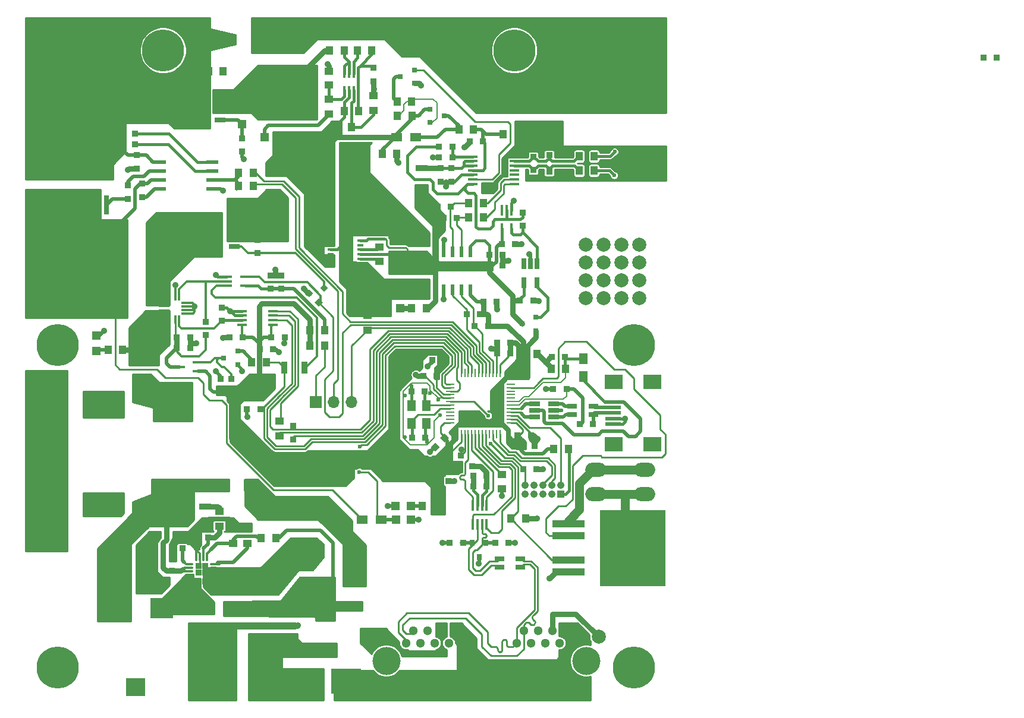
<source format=gbl>
G04 #@! TF.GenerationSoftware,KiCad,Pcbnew,5.1.4+dfsg1-1*
G04 #@! TF.CreationDate,2020-06-13T00:48:20+02:00*
G04 #@! TF.ProjectId,CAN_Battery_Switch_v2,43414e5f-4261-4747-9465-72795f537769,rev?*
G04 #@! TF.SameCoordinates,PX3dfd240PY1406f40*
G04 #@! TF.FileFunction,Copper,L4,Bot*
G04 #@! TF.FilePolarity,Positive*
%FSLAX46Y46*%
G04 Gerber Fmt 4.6, Leading zero omitted, Abs format (unit mm)*
G04 Created by KiCad (PCBNEW 5.1.4+dfsg1-1) date 2020-06-13 00:48:20*
%MOMM*%
%LPD*%
G04 APERTURE LIST*
%ADD10R,0.900000X0.900000*%
%ADD11R,1.750000X0.550000*%
%ADD12R,0.800100X0.800100*%
%ADD13R,4.000000X2.500000*%
%ADD14C,1.300000*%
%ADD15C,4.000000*%
%ADD16C,2.000000*%
%ADD17C,0.800100*%
%ADD18C,0.150000*%
%ADD19R,1.450000X0.450000*%
%ADD20C,6.000000*%
%ADD21R,1.250000X1.000000*%
%ADD22O,3.014980X2.000000*%
%ADD23R,1.500000X1.300000*%
%ADD24R,1.198880X1.198880*%
%ADD25R,4.600000X1.100000*%
%ADD26R,9.400000X10.800000*%
%ADD27R,1.000000X1.250000*%
%ADD28R,1.000000X1.600000*%
%ADD29R,3.500000X1.600000*%
%ADD30R,1.300000X1.000000*%
%ADD31R,0.800000X0.900000*%
%ADD32R,1.250000X1.500000*%
%ADD33R,5.499100X5.000000*%
%ADD34R,2.300000X0.500000*%
%ADD35R,2.500000X2.000000*%
%ADD36R,1.050000X1.050000*%
%ADD37C,1.050000*%
%ADD38R,1.000000X1.300000*%
%ADD39R,0.890000X0.420000*%
%ADD40R,0.825000X0.712500*%
%ADD41R,1.400000X0.800000*%
%ADD42R,1.300000X1.600000*%
%ADD43R,1.300000X0.250000*%
%ADD44R,0.250000X1.300000*%
%ADD45R,2.800000X2.600000*%
%ADD46R,3.200000X3.000000*%
%ADD47R,2.400000X1.500000*%
%ADD48R,3.500000X1.800000*%
%ADD49R,2.000000X2.500000*%
%ADD50R,0.420000X1.300000*%
%ADD51O,1.050000X0.300000*%
%ADD52O,0.300000X1.050000*%
%ADD53R,0.400000X1.560000*%
%ADD54R,1.570000X0.800000*%
%ADD55R,0.300000X1.250000*%
%ADD56R,1.250000X0.300000*%
%ADD57R,1.560000X0.650000*%
%ADD58R,1.500000X0.400000*%
%ADD59R,1.700000X0.900000*%
%ADD60R,1.600000X3.500000*%
%ADD61C,0.900000*%
%ADD62C,2.532420*%
%ADD63R,4.191000X3.556000*%
%ADD64R,10.100000X1.400000*%
%ADD65R,8.700000X2.900000*%
%ADD66R,9.700000X3.700000*%
%ADD67R,0.800000X2.800000*%
%ADD68C,1.000000*%
%ADD69R,8.000000X0.800000*%
%ADD70R,0.600000X1.550000*%
%ADD71R,0.650000X1.560000*%
%ADD72R,0.400000X1.500000*%
%ADD73R,1.500000X0.450000*%
%ADD74R,0.900000X1.700000*%
%ADD75R,1.700000X1.700000*%
%ADD76O,1.700000X1.700000*%
%ADD77R,1.200000X1.200000*%
%ADD78R,1.270000X1.280000*%
%ADD79R,8.000000X1.000000*%
%ADD80R,8.250000X1.000000*%
%ADD81R,6.900000X4.100000*%
%ADD82R,1.550000X0.750000*%
%ADD83R,1.500000X0.750000*%
%ADD84R,0.910000X5.550000*%
%ADD85R,5.130000X4.560000*%
%ADD86C,0.600000*%
%ADD87C,0.889000*%
%ADD88C,1.270000*%
%ADD89C,0.762000*%
%ADD90C,0.254000*%
%ADD91C,0.508000*%
%ADD92C,0.400000*%
%ADD93C,0.200000*%
%ADD94C,0.310000*%
G04 APERTURE END LIST*
D10*
X17042000Y-24024000D03*
X17042000Y-25924000D03*
X15010000Y-26178000D03*
X15010000Y-24278000D03*
D11*
X26965000Y-20910000D03*
X26965000Y-22180000D03*
X26965000Y-23450000D03*
X26965000Y-24720000D03*
X19565000Y-24720000D03*
X19565000Y-23450000D03*
X19565000Y-22180000D03*
X19565000Y-20910000D03*
D12*
X57999240Y-15300000D03*
X57999240Y-13400000D03*
X59998220Y-14350000D03*
D10*
X26059000Y-43709000D03*
X26059000Y-45609000D03*
D13*
X34600000Y-92000000D03*
X26600000Y-92000000D03*
D14*
X70319000Y-89496000D03*
X76409000Y-89496000D03*
X72349000Y-89496000D03*
X74379000Y-89496000D03*
X71339000Y-87716000D03*
X73369000Y-87716000D03*
X75399000Y-87716000D03*
X77429000Y-87716000D03*
D15*
X51769000Y-92036000D03*
D16*
X81994000Y-88606000D03*
D14*
X61679000Y-87716000D03*
X59649000Y-87716000D03*
X57619000Y-87716000D03*
X55589000Y-87716000D03*
X58629000Y-89496000D03*
X56599000Y-89496000D03*
X60659000Y-89496000D03*
X54569000Y-89496000D03*
D15*
X80219000Y-92036000D03*
D16*
X49994000Y-88606000D03*
D17*
X42152107Y-40958396D03*
D18*
G36*
X42717863Y-40958396D02*
G01*
X42152107Y-41524152D01*
X41586351Y-40958396D01*
X42152107Y-40392640D01*
X42717863Y-40958396D01*
X42717863Y-40958396D01*
G37*
D17*
X40808604Y-39614893D03*
D18*
G36*
X41374360Y-39614893D02*
G01*
X40808604Y-40180649D01*
X40242848Y-39614893D01*
X40808604Y-39049137D01*
X41374360Y-39614893D01*
X41374360Y-39614893D01*
G37*
D17*
X42893848Y-38873152D03*
D18*
G36*
X43459604Y-38873152D02*
G01*
X42893848Y-39438908D01*
X42328092Y-38873152D01*
X42893848Y-38307396D01*
X43459604Y-38873152D01*
X43459604Y-38873152D01*
G37*
D19*
X64111636Y-24040466D03*
X64111636Y-23390466D03*
X64111636Y-22740466D03*
X64111636Y-22090466D03*
X64111636Y-21440466D03*
X64111636Y-20790466D03*
X64111636Y-20140466D03*
X70011636Y-20140466D03*
X70011636Y-20790466D03*
X70011636Y-21440466D03*
X70011636Y-22090466D03*
X70011636Y-22740466D03*
X70011636Y-23390466D03*
X70011636Y-24040466D03*
D20*
X5000000Y-93000000D03*
X20000000Y-5000000D03*
X70000000Y-5000000D03*
X87000000Y-93000000D03*
D12*
X30615760Y-47900000D03*
X30615760Y-49800000D03*
X28616780Y-48850000D03*
D16*
X9270000Y-4190000D03*
X6730000Y-4190000D03*
X4190000Y-4190000D03*
X4190000Y-6730000D03*
X4190000Y-9270000D03*
X9270000Y-11810000D03*
X6730000Y-11810000D03*
X4190000Y-11810000D03*
X11810000Y-11810000D03*
X11810000Y-4190000D03*
X11810000Y-6730000D03*
X9270000Y-6730000D03*
X6730000Y-6730000D03*
X11810000Y-9270000D03*
X9270000Y-9270000D03*
X6730000Y-9270000D03*
X85770000Y-2440000D03*
X83230000Y-2440000D03*
X80690000Y-2440000D03*
X80690000Y-4980000D03*
X80690000Y-7520000D03*
X85770000Y-10060000D03*
X83230000Y-10060000D03*
X80690000Y-10060000D03*
X88310000Y-10060000D03*
X88310000Y-2440000D03*
X88310000Y-4980000D03*
X85770000Y-4980000D03*
X83230000Y-4980000D03*
X88310000Y-7520000D03*
X85770000Y-7520000D03*
X83230000Y-7520000D03*
X6230000Y-40310000D03*
X8770000Y-40310000D03*
X11310000Y-40310000D03*
X11310000Y-37770000D03*
X11310000Y-35230000D03*
X6230000Y-32690000D03*
X8770000Y-32690000D03*
X11310000Y-32690000D03*
X3690000Y-32690000D03*
X3690000Y-40310000D03*
X3690000Y-37770000D03*
X6230000Y-37770000D03*
X8770000Y-37770000D03*
X3690000Y-35230000D03*
X6230000Y-35230000D03*
X8770000Y-35230000D03*
X82730000Y-40310000D03*
X85270000Y-40310000D03*
X87810000Y-40310000D03*
X87810000Y-37770000D03*
X87810000Y-35230000D03*
X82730000Y-32690000D03*
X85270000Y-32690000D03*
X87810000Y-32690000D03*
X80190000Y-32690000D03*
X80190000Y-40310000D03*
X80190000Y-37770000D03*
X82730000Y-37770000D03*
X85270000Y-37770000D03*
X80190000Y-35230000D03*
X82730000Y-35230000D03*
X85270000Y-35230000D03*
D21*
X52983000Y-32102000D03*
X52983000Y-34102000D03*
D22*
X88594000Y-68286000D03*
X88594000Y-64786000D03*
X81594000Y-64786000D03*
X81594000Y-68286000D03*
D12*
X55750760Y-7800000D03*
X55750760Y-9700000D03*
X53751780Y-8750000D03*
D23*
X53250000Y-17400000D03*
X55950000Y-17400000D03*
D24*
X53150980Y-71900000D03*
X55249020Y-71900000D03*
X53749020Y-41800000D03*
X51650980Y-41800000D03*
X31250000Y-15549020D03*
X31250000Y-13450980D03*
D23*
X48350000Y-71900000D03*
X51050000Y-71900000D03*
D25*
X77694000Y-72536000D03*
X77694000Y-74236000D03*
X77694000Y-77636000D03*
D26*
X86844000Y-75936000D03*
D25*
X77694000Y-79336000D03*
D21*
X50813000Y-33058000D03*
X50813000Y-35058000D03*
D12*
X73100760Y-43050000D03*
X73100760Y-44950000D03*
X71101780Y-44000000D03*
D27*
X51250000Y-19750000D03*
X53250000Y-19750000D03*
D21*
X43616000Y-9972000D03*
X43616000Y-7972000D03*
D28*
X43500000Y-19000000D03*
X46500000Y-19000000D03*
X43500000Y-21000000D03*
X46500000Y-21000000D03*
D10*
X43905000Y-30435000D03*
X45805000Y-30435000D03*
D27*
X26500000Y-8000000D03*
X28500000Y-8000000D03*
D29*
X42282000Y-25990000D03*
X47682000Y-25990000D03*
D21*
X54761000Y-36293000D03*
X54761000Y-38293000D03*
X56666000Y-36293000D03*
X56666000Y-38293000D03*
X56793000Y-34102000D03*
X56793000Y-32102000D03*
X52856000Y-36293000D03*
X52856000Y-38293000D03*
D27*
X71250000Y-48250000D03*
X73250000Y-48250000D03*
D21*
X54888000Y-34102000D03*
X54888000Y-32102000D03*
D10*
X62700000Y-75250000D03*
X60800000Y-75250000D03*
X67294000Y-75236000D03*
X69194000Y-75236000D03*
D27*
X75294000Y-50436000D03*
X77294000Y-50436000D03*
D10*
X71269000Y-64711000D03*
X73169000Y-64711000D03*
X21250000Y-79200000D03*
X21250000Y-77300000D03*
D30*
X33750000Y-84050000D03*
X33750000Y-81950000D03*
D31*
X64044000Y-75236000D03*
X65944000Y-75236000D03*
X64994000Y-77236000D03*
D32*
X79794000Y-48986000D03*
X79794000Y-51486000D03*
D33*
X21250000Y-69057200D03*
X21250000Y-55442800D03*
D34*
X84044000Y-55111000D03*
X84044000Y-55911000D03*
X84044000Y-56711000D03*
X84044000Y-57511000D03*
X84044000Y-58311000D03*
D35*
X84144000Y-52261000D03*
X89644000Y-52261000D03*
X84144000Y-61161000D03*
X89644000Y-61161000D03*
D36*
X76594000Y-68261000D03*
D37*
X75324000Y-68261000D03*
X74054000Y-68261000D03*
X72784000Y-68261000D03*
X71514000Y-68261000D03*
X75324000Y-66991000D03*
X74054000Y-66991000D03*
X72784000Y-66991000D03*
X71514000Y-66991000D03*
X76594000Y-66991000D03*
D30*
X43616000Y-11986000D03*
X43616000Y-14086000D03*
D38*
X46825000Y-15957000D03*
X44725000Y-15957000D03*
D10*
X31250000Y-19450000D03*
X31250000Y-17550000D03*
D38*
X55350000Y-41800000D03*
X57450000Y-41800000D03*
D10*
X75344000Y-48736000D03*
X77244000Y-48736000D03*
X79294000Y-58286000D03*
X81194000Y-58286000D03*
X75544000Y-53286000D03*
X77444000Y-53286000D03*
D30*
X68269000Y-67536000D03*
X68269000Y-65436000D03*
D39*
X43858000Y-35358000D03*
X43858000Y-34708000D03*
X43858000Y-34058000D03*
X43858000Y-33408000D03*
X43858000Y-32758000D03*
X43858000Y-32108000D03*
X48068000Y-32108000D03*
X48068000Y-32758000D03*
X48068000Y-33408000D03*
X48068000Y-34058000D03*
X48068000Y-34708000D03*
X48068000Y-35358000D03*
D40*
X46375500Y-32664250D03*
X46375500Y-33376750D03*
X46375500Y-34089250D03*
X46375500Y-34801750D03*
X45550500Y-32664250D03*
X45550500Y-33376750D03*
X45550500Y-34089250D03*
X45550500Y-34801750D03*
D41*
X67894000Y-78686000D03*
X70894000Y-77486000D03*
X67894000Y-77486000D03*
X70894000Y-78686000D03*
X78244000Y-56936000D03*
X81244000Y-55736000D03*
X78244000Y-55736000D03*
X81244000Y-56936000D03*
D42*
X57444000Y-55686000D03*
X57444000Y-58186000D03*
X55344000Y-58186000D03*
X55344000Y-55686000D03*
D43*
X60844000Y-58086000D03*
X60844000Y-57586000D03*
X60844000Y-57086000D03*
X60844000Y-56586000D03*
X60844000Y-56086000D03*
X60844000Y-55586000D03*
X60844000Y-55086000D03*
X60844000Y-54586000D03*
X60844000Y-54086000D03*
X60844000Y-53586000D03*
X60844000Y-53086000D03*
X60844000Y-52586000D03*
D44*
X62444000Y-50986000D03*
X62944000Y-50986000D03*
X63444000Y-50986000D03*
X63944000Y-50986000D03*
X64444000Y-50986000D03*
X64944000Y-50986000D03*
X65444000Y-50986000D03*
X65944000Y-50986000D03*
X66444000Y-50986000D03*
X66944000Y-50986000D03*
X67444000Y-50986000D03*
X67944000Y-50986000D03*
D43*
X69544000Y-52586000D03*
X69544000Y-53086000D03*
X69544000Y-53586000D03*
X69544000Y-54086000D03*
X69544000Y-54586000D03*
X69544000Y-55086000D03*
X69544000Y-55586000D03*
X69544000Y-56086000D03*
X69544000Y-56586000D03*
X69544000Y-57086000D03*
X69544000Y-57586000D03*
X69544000Y-58086000D03*
D44*
X67944000Y-59686000D03*
X67444000Y-59686000D03*
X66944000Y-59686000D03*
X66444000Y-59686000D03*
X65944000Y-59686000D03*
X65444000Y-59686000D03*
X64944000Y-59686000D03*
X64444000Y-59686000D03*
X63944000Y-59686000D03*
X63444000Y-59686000D03*
X62944000Y-59686000D03*
X62444000Y-59686000D03*
D10*
X14060000Y-16846000D03*
X15960000Y-16846000D03*
X15960000Y-18370000D03*
X14060000Y-18370000D03*
D30*
X35600000Y-84050000D03*
X35600000Y-81950000D03*
X38300000Y-89150000D03*
X38300000Y-87050000D03*
D45*
X16100000Y-95790000D03*
D46*
X19770000Y-84510000D03*
X12430000Y-84510000D03*
D13*
X11000000Y-56000000D03*
X3000000Y-56000000D03*
X11000000Y-70100000D03*
X3000000Y-70100000D03*
D30*
X17500000Y-51550000D03*
X17500000Y-49450000D03*
D38*
X16050000Y-54500000D03*
X13950000Y-54500000D03*
X16150000Y-70100000D03*
X14050000Y-70100000D03*
D47*
X43000000Y-90650000D03*
X43000000Y-85150000D03*
D48*
X30500000Y-84500000D03*
X25500000Y-84500000D03*
D49*
X14200000Y-79500000D03*
X18200000Y-79500000D03*
X14200000Y-76400000D03*
X18200000Y-76400000D03*
D27*
X45791000Y-13671000D03*
X47791000Y-13671000D03*
X49696000Y-5035000D03*
X47696000Y-5035000D03*
D10*
X31327000Y-45929000D03*
X29427000Y-45929000D03*
X16280000Y-21860000D03*
X16280000Y-19960000D03*
X21934000Y-45929000D03*
X23834000Y-45929000D03*
X28345000Y-43577000D03*
X28345000Y-41677000D03*
X35330000Y-39005000D03*
X35330000Y-37105000D03*
X138700000Y-6000000D03*
X136800000Y-6000000D03*
X65550000Y-18000000D03*
X63650000Y-18000000D03*
X76869200Y-19944800D03*
X74969200Y-19944800D03*
X72718800Y-20163200D03*
X72718800Y-22063200D03*
X74969200Y-22281600D03*
X76869200Y-22281600D03*
D38*
X45809000Y-5035000D03*
X43709000Y-5035000D03*
D30*
X49966000Y-11478000D03*
X49966000Y-13578000D03*
D10*
X49966000Y-9414000D03*
X49966000Y-7514000D03*
X31950000Y-56200000D03*
X33850000Y-56200000D03*
X29742000Y-53737000D03*
X29742000Y-51837000D03*
X59900000Y-28900000D03*
X61800000Y-28900000D03*
X33425000Y-33925000D03*
X33425000Y-32025000D03*
D50*
X45816000Y-8305000D03*
X46466000Y-8305000D03*
X47116000Y-8305000D03*
X47766000Y-8305000D03*
X47766000Y-10655000D03*
X47116000Y-10655000D03*
X46466000Y-10655000D03*
X45816000Y-10655000D03*
D51*
X23825000Y-79750000D03*
X23825000Y-79250000D03*
X23825000Y-78750000D03*
X23825000Y-78250000D03*
D52*
X24750000Y-77325000D03*
X25250000Y-77325000D03*
X25750000Y-77325000D03*
X26250000Y-77325000D03*
D51*
X27175000Y-78250000D03*
X27175000Y-78750000D03*
X27175000Y-79250000D03*
X27175000Y-79750000D03*
D52*
X26250000Y-80675000D03*
X25750000Y-80675000D03*
X25250000Y-80675000D03*
X24750000Y-80675000D03*
D10*
X25950000Y-78550000D03*
X25950000Y-79450000D03*
X25050000Y-78550000D03*
X25050000Y-79450000D03*
D53*
X64114000Y-69886000D03*
X64764000Y-69886000D03*
X65424000Y-69886000D03*
X66074000Y-69886000D03*
X66074000Y-72586000D03*
X65424000Y-72586000D03*
X64764000Y-72586000D03*
X64114000Y-72586000D03*
D54*
X20114000Y-42238000D03*
X20114000Y-41238000D03*
D55*
X21764000Y-40088000D03*
X22264000Y-40088000D03*
D56*
X23164000Y-40988000D03*
X23164000Y-41488000D03*
X23164000Y-41988000D03*
X23164000Y-42488000D03*
D55*
X22264000Y-43388000D03*
X21764000Y-43388000D03*
D57*
X75594000Y-55386000D03*
X75594000Y-56336000D03*
X75594000Y-57286000D03*
X72894000Y-57286000D03*
X72894000Y-55386000D03*
X72894000Y-56336000D03*
D58*
X29047000Y-38578000D03*
X29047000Y-37928000D03*
X29047000Y-37278000D03*
X31707000Y-37278000D03*
X31707000Y-38578000D03*
D59*
X26000000Y-70050000D03*
X26000000Y-72950000D03*
D10*
X26400000Y-74450000D03*
X24500000Y-74450000D03*
X14650000Y-81800000D03*
X16550000Y-81800000D03*
D60*
X40300000Y-81900000D03*
X40300000Y-76500000D03*
D10*
X22750000Y-75950000D03*
X22750000Y-74050000D03*
D30*
X28000000Y-70700000D03*
X28000000Y-72800000D03*
X30000000Y-75300000D03*
X30000000Y-73200000D03*
D38*
X33950000Y-74500000D03*
X36050000Y-74500000D03*
D30*
X32000000Y-75300000D03*
X32000000Y-73200000D03*
D10*
X63994000Y-64266000D03*
X62094000Y-64266000D03*
X64174000Y-65666000D03*
X66074000Y-65666000D03*
X70969000Y-61386000D03*
X72869000Y-61386000D03*
X60594000Y-64486000D03*
X60594000Y-66386000D03*
X69427000Y-46691000D03*
X67527000Y-46691000D03*
D61*
X60071751Y-60228249D03*
D18*
G36*
X60071751Y-59591853D02*
G01*
X60708147Y-60228249D01*
X60071751Y-60864645D01*
X59435355Y-60228249D01*
X60071751Y-59591853D01*
X60071751Y-59591853D01*
G37*
D61*
X58728249Y-61571751D03*
D18*
G36*
X58728249Y-60935355D02*
G01*
X59364645Y-61571751D01*
X58728249Y-62208147D01*
X58091853Y-61571751D01*
X58728249Y-60935355D01*
X58728249Y-60935355D01*
G37*
D10*
X60464000Y-62746000D03*
X62364000Y-62746000D03*
X69427000Y-48215000D03*
X67527000Y-48215000D03*
X58944000Y-51436000D03*
X57044000Y-51436000D03*
X70474000Y-59856000D03*
X72374000Y-59856000D03*
X55344000Y-53616000D03*
X57244000Y-53616000D03*
X57314000Y-60236000D03*
X55414000Y-60236000D03*
X64174000Y-67166000D03*
X66074000Y-67166000D03*
D62*
X28300000Y-3500000D03*
D18*
G36*
X26150000Y-5300000D02*
G01*
X26150000Y-1700000D01*
X30450000Y-2700000D01*
X30450000Y-4300000D01*
X26150000Y-5300000D01*
X26150000Y-5300000D01*
G37*
D62*
X34700000Y-3500000D03*
D18*
G36*
X36850000Y-1700000D02*
G01*
X36850000Y-5300000D01*
X32550000Y-4300000D01*
X32550000Y-2700000D01*
X36850000Y-1700000D01*
X36850000Y-1700000D01*
G37*
D10*
X28218000Y-51837000D03*
X28218000Y-53737000D03*
X23834000Y-47453000D03*
X21934000Y-47453000D03*
X59500000Y-21800000D03*
X59500000Y-23700000D03*
X61000000Y-21800000D03*
X61000000Y-23700000D03*
X36854000Y-39005000D03*
X36854000Y-37105000D03*
D38*
X34729000Y-49485000D03*
X32629000Y-49485000D03*
X42984000Y-44913000D03*
X40884000Y-44913000D03*
X77719000Y-61811000D03*
X75619000Y-61811000D03*
D10*
X60244000Y-49136000D03*
X58344000Y-49136000D03*
D63*
X46075000Y-94950000D03*
X39725000Y-94950000D03*
D10*
X61200000Y-20250000D03*
X59300000Y-20250000D03*
X61200000Y-18750000D03*
X59300000Y-18750000D03*
D59*
X56800000Y-24650000D03*
X56800000Y-21750000D03*
D64*
X7750000Y-15800000D03*
D65*
X7750000Y-17950000D03*
D66*
X7750000Y-21250000D03*
D67*
X8350000Y-27000000D03*
X7150000Y-27000000D03*
X5950000Y-27000000D03*
X4750000Y-27000000D03*
X3550000Y-27000000D03*
X9550000Y-27000000D03*
X10750000Y-27000000D03*
X11950000Y-27000000D03*
D68*
X11950000Y-21830000D03*
X10750000Y-21830000D03*
X9550000Y-21830000D03*
X8350000Y-21830000D03*
X7150000Y-21830000D03*
X5950000Y-21830000D03*
X4750000Y-21830000D03*
X3550000Y-21830000D03*
X3550000Y-20630000D03*
X4750000Y-20630000D03*
X7150000Y-20630000D03*
X5950000Y-20630000D03*
X8350000Y-20630000D03*
X9550000Y-20630000D03*
X10750000Y-20630000D03*
X11950000Y-20630000D03*
X10750000Y-19430000D03*
X9550000Y-19430000D03*
X8350000Y-19430000D03*
X7150000Y-19430000D03*
X5950000Y-19430000D03*
X4750000Y-19430000D03*
X4750000Y-18230000D03*
X7150000Y-18230000D03*
X5950000Y-18230000D03*
X8350000Y-18230000D03*
X9550000Y-18230000D03*
X10750000Y-18230000D03*
X10750000Y-17030000D03*
X9550000Y-17030000D03*
X8350000Y-17030000D03*
X7150000Y-17030000D03*
X5950000Y-17030000D03*
X4750000Y-17030000D03*
X11950000Y-15730000D03*
X10750000Y-15730000D03*
X9550000Y-15730000D03*
X8350000Y-15730000D03*
X7150000Y-15730000D03*
X5950000Y-15730000D03*
X4750000Y-15730000D03*
X3550000Y-15730000D03*
D69*
X7150000Y-26000000D03*
D38*
X30724000Y-24339000D03*
X32824000Y-24339000D03*
X30724000Y-22434000D03*
X32824000Y-22434000D03*
D10*
X65600000Y-40800000D03*
X67500000Y-40800000D03*
X33745000Y-47580000D03*
X35645000Y-47580000D03*
X66450000Y-35700000D03*
X68350000Y-35700000D03*
X66450000Y-34150000D03*
X68350000Y-34150000D03*
X70800000Y-40700000D03*
X72700000Y-40700000D03*
X68200000Y-32600000D03*
X70100000Y-32600000D03*
X59050000Y-27250000D03*
X60950000Y-27250000D03*
X71201000Y-28117000D03*
X71201000Y-30017000D03*
D70*
X63778000Y-39104000D03*
X62508000Y-39104000D03*
X61238000Y-39104000D03*
X59968000Y-39104000D03*
X59968000Y-33704000D03*
X61238000Y-33704000D03*
X62508000Y-33704000D03*
X63778000Y-33704000D03*
D71*
X71350000Y-35450000D03*
X72300000Y-35450000D03*
X73250000Y-35450000D03*
X73250000Y-38150000D03*
X71350000Y-38150000D03*
D72*
X68251000Y-27787000D03*
X68901000Y-27787000D03*
X69551000Y-27787000D03*
X69551000Y-30447000D03*
X68251000Y-30447000D03*
D59*
X35584000Y-25154000D03*
X35584000Y-22254000D03*
D19*
X31225000Y-44110000D03*
X31225000Y-43460000D03*
X31225000Y-42810000D03*
X31225000Y-42160000D03*
X35625000Y-42160000D03*
X35625000Y-42810000D03*
X35625000Y-43460000D03*
X35625000Y-44110000D03*
D73*
X24976000Y-49470000D03*
X24976000Y-50770000D03*
X22316000Y-50120000D03*
D10*
X66252000Y-44278000D03*
X64352000Y-44278000D03*
X65109000Y-42627000D03*
X63209000Y-42627000D03*
X38505000Y-58568000D03*
X38505000Y-60468000D03*
X37296000Y-45929000D03*
X35396000Y-45929000D03*
D30*
X36600000Y-57833000D03*
X36600000Y-59933000D03*
D38*
X63490000Y-28784000D03*
X65590000Y-28784000D03*
D30*
X49100000Y-42825000D03*
X49100000Y-44925000D03*
D38*
X42984000Y-47072000D03*
X40884000Y-47072000D03*
X69519000Y-71711000D03*
X71619000Y-71711000D03*
X62100000Y-16250000D03*
X64200000Y-16250000D03*
X68400000Y-16950000D03*
X70500000Y-16950000D03*
X63490000Y-26752000D03*
X65590000Y-26752000D03*
X53300000Y-12300000D03*
X55400000Y-12300000D03*
X53350000Y-14300000D03*
X55450000Y-14300000D03*
X81338000Y-20097200D03*
X79238000Y-20097200D03*
X79238000Y-22129200D03*
X81338000Y-22129200D03*
D74*
X37250000Y-50250000D03*
X40150000Y-50250000D03*
D75*
X41750000Y-55150000D03*
D76*
X44290000Y-55150000D03*
X46830000Y-55150000D03*
D77*
X10500000Y-47850000D03*
X10500000Y-45650000D03*
X55275000Y-69925000D03*
X53075000Y-69925000D03*
D38*
X12150000Y-47700000D03*
X14250000Y-47700000D03*
X56925000Y-69950000D03*
X59025000Y-69950000D03*
D20*
X87000000Y-47000000D03*
X5000000Y-47000000D03*
D74*
X31950000Y-67000000D03*
X29050000Y-67000000D03*
D59*
X47500000Y-83950000D03*
X47500000Y-81050000D03*
D78*
X40545000Y-17370000D03*
X38515000Y-17370000D03*
X36485000Y-17370000D03*
X34455000Y-17370000D03*
D79*
X37500000Y-9500000D03*
D80*
X37500000Y-14290000D03*
D81*
X37500000Y-12000000D03*
D82*
X28070000Y-11095000D03*
D83*
X28070000Y-12365000D03*
X28070000Y-13635000D03*
X28070000Y-14905000D03*
D84*
X25450000Y-13000000D03*
D85*
X23765000Y-13000000D03*
D82*
X30145000Y-29170000D03*
D83*
X30145000Y-30440000D03*
X30145000Y-31710000D03*
X30145000Y-32980000D03*
D84*
X27525000Y-31075000D03*
D85*
X25840000Y-31075000D03*
D86*
X84288500Y-19449500D03*
D87*
X66750000Y-47500000D03*
D86*
X57594000Y-60836000D03*
X55394000Y-52836000D03*
D87*
X56400000Y-71900000D03*
X24500000Y-97000000D03*
X29750000Y-97000000D03*
X29500000Y-87250000D03*
X24500000Y-87250000D03*
X5750000Y-63250000D03*
X1250000Y-63750000D03*
X5750000Y-75500000D03*
X1000000Y-75500000D03*
X42000000Y-75500000D03*
X42000000Y-77250000D03*
X38500000Y-75250000D03*
X38750000Y-76750000D03*
X38750000Y-78750000D03*
X36500000Y-80750000D03*
X35250000Y-80750000D03*
X34000000Y-80750000D03*
X32750000Y-80750000D03*
X32250000Y-82000000D03*
X27000000Y-82000000D03*
X27250000Y-81000000D03*
X28500000Y-79500000D03*
X33250000Y-79250000D03*
X35750000Y-77750000D03*
X49250000Y-36250000D03*
X46750000Y-39750000D03*
X50000000Y-41500000D03*
X46750000Y-42250000D03*
X51500000Y-38250000D03*
X51500000Y-40500000D03*
X52250000Y-39500000D03*
X53500000Y-39500000D03*
X54750000Y-39500000D03*
X56000000Y-39500000D03*
X57250000Y-39500000D03*
X52500000Y-26500000D03*
X54500000Y-28500000D03*
X52000000Y-31000000D03*
X53250000Y-31000000D03*
X54500000Y-31000000D03*
X55750000Y-31000000D03*
X57000000Y-31000000D03*
X45750000Y-31500000D03*
X47000000Y-30250000D03*
X46000000Y-29250000D03*
X46250000Y-27500000D03*
X47750000Y-27500000D03*
X49000000Y-27500000D03*
X50000000Y-26000000D03*
X49000000Y-24500000D03*
X47500000Y-24500000D03*
X46250000Y-24500000D03*
X46750000Y-22750000D03*
X47750000Y-22250000D03*
X47750000Y-21000000D03*
X47750000Y-19750000D03*
X47750000Y-18500000D03*
X31500000Y-20500000D03*
X28500000Y-25000000D03*
X15000000Y-22000000D03*
X50000000Y-10500000D03*
X43400000Y-7000000D03*
X75000000Y-80250000D03*
X40000000Y-39000000D03*
X36000000Y-36250000D03*
X21750000Y-38450000D03*
X24750000Y-46750000D03*
X58000000Y-62250000D03*
X56000000Y-51250000D03*
X59950000Y-40500000D03*
X67550000Y-41900000D03*
X18250000Y-74500000D03*
D86*
X84225000Y-22815000D03*
D87*
X59750000Y-75250000D03*
X68250000Y-68500000D03*
X52000000Y-70000000D03*
X32000000Y-57250000D03*
X37250000Y-46750000D03*
X36500000Y-48000000D03*
X27500000Y-50750000D03*
X31250000Y-50750000D03*
X28500000Y-46000000D03*
X29529000Y-42160000D03*
X27500000Y-37000000D03*
X24500000Y-41488000D03*
X11600000Y-45000000D03*
X28600000Y-93800000D03*
X26600000Y-93800000D03*
X24800000Y-93800000D03*
X24600000Y-90400000D03*
X26600000Y-90400000D03*
X28600000Y-90400000D03*
X29000000Y-91800000D03*
X37200000Y-87000000D03*
X39200000Y-87000000D03*
X16750000Y-76500000D03*
X5500000Y-70000000D03*
X5000000Y-71500000D03*
X3000000Y-71500000D03*
X1000000Y-71500000D03*
X1000000Y-68500000D03*
X3000000Y-68500000D03*
X4500000Y-68500000D03*
X5500000Y-56000000D03*
X5000000Y-57500000D03*
X3000000Y-57500000D03*
X1000000Y-57500000D03*
X1000000Y-54000000D03*
X3000000Y-54000000D03*
X5000000Y-54000000D03*
X85794000Y-57536000D03*
X74494000Y-49436000D03*
X73294000Y-60436000D03*
X74094000Y-64736000D03*
X73194000Y-71736000D03*
D86*
X45550500Y-34801750D03*
X46375500Y-34801750D03*
X46375500Y-32664250D03*
X45550500Y-32664250D03*
D87*
X46663000Y-36533000D03*
D68*
X45863000Y-33733000D03*
D87*
X70094000Y-75236000D03*
X62494000Y-61936000D03*
X57694000Y-50036000D03*
X74494000Y-53286000D03*
X19000000Y-82000000D03*
X17500000Y-81250000D03*
X19750000Y-80750000D03*
X16750000Y-79500000D03*
X16750000Y-78000000D03*
X19250000Y-74500000D03*
X61494000Y-66411000D03*
X64974000Y-78166000D03*
D86*
X64174000Y-66416000D03*
X54414000Y-60106000D03*
X59194000Y-54836000D03*
X54394000Y-54236000D03*
X57994000Y-53836000D03*
X59394000Y-57036000D03*
X76669000Y-56336000D03*
D87*
X62900000Y-18800000D03*
X56750000Y-10000000D03*
X53500000Y-21000000D03*
X60000000Y-32000000D03*
X73500000Y-40750000D03*
X71150000Y-19750000D03*
X80288000Y-21113200D03*
X72150000Y-34100000D03*
X69200000Y-35000000D03*
X69900000Y-26450000D03*
X71000000Y-32600000D03*
X60250000Y-24400000D03*
X58400000Y-20250000D03*
D86*
X66594000Y-61061000D03*
X66294000Y-57086000D03*
X47975000Y-61475000D03*
X47925000Y-65100000D03*
D88*
X81594000Y-64786000D02*
X81214000Y-64786000D01*
X81214000Y-64786000D02*
X79250000Y-66750000D01*
X79250000Y-70500000D02*
X77694000Y-72056000D01*
X79250000Y-66750000D02*
X79250000Y-70500000D01*
D89*
X77694000Y-72536000D02*
X77794000Y-72536000D01*
D88*
X88594000Y-64786000D02*
X81594000Y-64786000D01*
X85744000Y-68286000D02*
X85744000Y-74836000D01*
X85744000Y-74836000D02*
X86844000Y-75936000D01*
X81594000Y-68286000D02*
X85744000Y-68286000D01*
X85744000Y-68286000D02*
X88594000Y-68286000D01*
D90*
X66944000Y-50986000D02*
X66944000Y-49306912D01*
X65482014Y-45408014D02*
X64159000Y-44085000D01*
X65482014Y-47844926D02*
X65482014Y-45408014D01*
X66944000Y-49306912D02*
X65482014Y-47844926D01*
X64159000Y-44085000D02*
X64159000Y-41738000D01*
X64159000Y-41738000D02*
X62508000Y-40087000D01*
X62508000Y-40087000D02*
X62508000Y-39104000D01*
X63209000Y-42627000D02*
X63209000Y-44746596D01*
X61238000Y-39104000D02*
X61238000Y-39960000D01*
X63209000Y-44746596D02*
X63703702Y-45241298D01*
X63209000Y-41931000D02*
X63209000Y-44746596D01*
X61238000Y-39960000D02*
X63209000Y-41931000D01*
X66444000Y-50986000D02*
X66444000Y-49420684D01*
X65048012Y-46585608D02*
X63703702Y-45241298D01*
X63703702Y-45241298D02*
X63322702Y-44860298D01*
X65048012Y-48024696D02*
X65048012Y-46585608D01*
X66444000Y-49420684D02*
X65048012Y-48024696D01*
X48350000Y-71900000D02*
X48300000Y-71900000D01*
X48300000Y-71900000D02*
X44075000Y-67675000D01*
X44075000Y-67675000D02*
X35725000Y-67675000D01*
X27250000Y-54850000D02*
X28350000Y-54850000D01*
X29053998Y-61003998D02*
X35725000Y-67675000D01*
X29053998Y-55553998D02*
X29053998Y-61003998D01*
X28350000Y-54850000D02*
X29053998Y-55553998D01*
X11310000Y-40310000D02*
X11310000Y-40410000D01*
X11310000Y-40410000D02*
X13175000Y-42275000D01*
X13175000Y-42275000D02*
X13175000Y-49850000D01*
X13175000Y-49850000D02*
X13825000Y-50500000D01*
X13825000Y-50500000D02*
X19150000Y-50500000D01*
X19150000Y-50500000D02*
X20300000Y-51650000D01*
X20300000Y-51650000D02*
X25000000Y-51650000D01*
X25000000Y-51650000D02*
X25775000Y-52425000D01*
X25775000Y-52425000D02*
X25775000Y-54025000D01*
X25775000Y-54025000D02*
X26600000Y-54850000D01*
X26600000Y-54850000D02*
X27250000Y-54850000D01*
D91*
X17042000Y-24024000D02*
X16722000Y-24024000D01*
X16722000Y-24024000D02*
X16026000Y-24720000D01*
X10750000Y-28842000D02*
X10750000Y-27000000D01*
X11454000Y-29546000D02*
X10750000Y-28842000D01*
X13994000Y-29546000D02*
X11454000Y-29546000D01*
X16026000Y-27514000D02*
X13994000Y-29546000D01*
X16026000Y-24720000D02*
X16026000Y-27514000D01*
X19565000Y-23450000D02*
X18312000Y-23450000D01*
X17738000Y-24024000D02*
X17042000Y-24024000D01*
X18312000Y-23450000D02*
X17738000Y-24024000D01*
D92*
X81338000Y-20097200D02*
X83640800Y-20097200D01*
X83640800Y-20097200D02*
X84288500Y-19449500D01*
D89*
X67527000Y-47500000D02*
X66750000Y-47500000D01*
X67527000Y-48215000D02*
X67527000Y-47500000D01*
X67527000Y-47500000D02*
X67527000Y-46691000D01*
X73250000Y-48250000D02*
X73308000Y-48250000D01*
X73308000Y-48250000D02*
X74494000Y-49436000D01*
D91*
X57594000Y-60516000D02*
X57594000Y-60836000D01*
D93*
X57594000Y-60836000D02*
X57594000Y-61236000D01*
D91*
X57594000Y-60516000D02*
X57314000Y-60236000D01*
X55394000Y-53566000D02*
X55394000Y-52836000D01*
D93*
X55394000Y-52836000D02*
X55394000Y-52436000D01*
D91*
X55394000Y-53566000D02*
X55344000Y-53616000D01*
X55249020Y-71900000D02*
X56400000Y-71900000D01*
D89*
X29750000Y-97000000D02*
X24500000Y-97000000D01*
X24500000Y-87250000D02*
X29500000Y-87250000D01*
X1750000Y-63250000D02*
X5750000Y-63250000D01*
X1250000Y-63750000D02*
X1750000Y-63250000D01*
X1000000Y-75500000D02*
X5750000Y-75500000D01*
X40300000Y-76500000D02*
X41000000Y-76500000D01*
X41000000Y-76500000D02*
X42000000Y-75500000D01*
X42000000Y-77250000D02*
X40000000Y-75250000D01*
X40000000Y-75250000D02*
X38500000Y-75250000D01*
X38750000Y-76750000D02*
X38750000Y-78750000D01*
X36500000Y-80750000D02*
X35250000Y-80750000D01*
X34000000Y-80750000D02*
X32750000Y-80750000D01*
X32250000Y-82000000D02*
X27000000Y-82000000D01*
X27250000Y-81000000D02*
X28500000Y-81000000D01*
X28500000Y-81000000D02*
X28500000Y-79500000D01*
X33250000Y-79250000D02*
X33500000Y-79500000D01*
X33500000Y-79500000D02*
X34000000Y-79500000D01*
X34000000Y-79500000D02*
X35750000Y-77750000D01*
X56666000Y-38293000D02*
X56666000Y-38916000D01*
X49250000Y-37250000D02*
X49250000Y-36250000D01*
X46750000Y-39750000D02*
X49250000Y-37250000D01*
X47500000Y-41500000D02*
X50000000Y-41500000D01*
X46750000Y-42250000D02*
X47500000Y-41500000D01*
X51500000Y-40500000D02*
X51500000Y-38250000D01*
X53500000Y-39500000D02*
X52250000Y-39500000D01*
X56000000Y-39500000D02*
X54750000Y-39500000D01*
X56666000Y-38916000D02*
X57250000Y-39500000D01*
X56793000Y-32102000D02*
X56793000Y-31207000D01*
X54500000Y-28500000D02*
X52500000Y-26500000D01*
X53250000Y-31000000D02*
X52000000Y-31000000D01*
X55750000Y-31000000D02*
X54500000Y-31000000D01*
X56793000Y-31207000D02*
X57000000Y-31000000D01*
X46500000Y-19000000D02*
X47250000Y-19000000D01*
X47000000Y-30250000D02*
X45750000Y-31500000D01*
X46000000Y-27750000D02*
X46000000Y-29250000D01*
X46250000Y-27500000D02*
X46000000Y-27750000D01*
X49000000Y-27500000D02*
X47750000Y-27500000D01*
X50000000Y-25500000D02*
X50000000Y-26000000D01*
X49000000Y-24500000D02*
X50000000Y-25500000D01*
X46250000Y-24500000D02*
X47500000Y-24500000D01*
X47250000Y-22750000D02*
X46750000Y-22750000D01*
X47750000Y-22250000D02*
X47250000Y-22750000D01*
X47750000Y-19750000D02*
X47750000Y-21000000D01*
X47250000Y-19000000D02*
X47750000Y-18500000D01*
D91*
X31250000Y-19450000D02*
X31250000Y-20250000D01*
X31250000Y-20250000D02*
X31500000Y-20500000D01*
X26965000Y-24720000D02*
X28220000Y-24720000D01*
X28220000Y-24720000D02*
X28500000Y-25000000D01*
D89*
X16280000Y-21860000D02*
X15140000Y-21860000D01*
X15140000Y-21860000D02*
X15000000Y-22000000D01*
X49966000Y-11478000D02*
X49966000Y-10534000D01*
X49966000Y-10534000D02*
X50000000Y-10500000D01*
X49966000Y-9414000D02*
X49966000Y-11478000D01*
X43616000Y-7972000D02*
X43616000Y-7216000D01*
X43616000Y-7216000D02*
X43400000Y-7000000D01*
X77694000Y-79336000D02*
X75914000Y-79336000D01*
X75914000Y-79336000D02*
X75000000Y-80250000D01*
X40808604Y-39614893D02*
X40614893Y-39614893D01*
X40614893Y-39614893D02*
X40000000Y-39000000D01*
X36000000Y-37105000D02*
X36000000Y-36250000D01*
X36854000Y-37105000D02*
X36000000Y-37105000D01*
X36000000Y-37105000D02*
X35330000Y-37105000D01*
D94*
X21764000Y-40088000D02*
X21764000Y-38464000D01*
X21764000Y-38464000D02*
X21750000Y-38450000D01*
D89*
X23834000Y-46750000D02*
X24750000Y-46750000D01*
X23834000Y-45929000D02*
X23834000Y-46750000D01*
X23834000Y-46750000D02*
X23834000Y-47453000D01*
D91*
X58728249Y-61571751D02*
X58678249Y-61571751D01*
X58678249Y-61571751D02*
X58000000Y-62250000D01*
D89*
X57044000Y-51436000D02*
X56186000Y-51436000D01*
X56186000Y-51436000D02*
X56000000Y-51250000D01*
D91*
X59968000Y-39104000D02*
X59968000Y-40482000D01*
X59968000Y-40482000D02*
X59950000Y-40500000D01*
D89*
X67500000Y-40800000D02*
X67500000Y-41850000D01*
X67500000Y-41850000D02*
X67550000Y-41900000D01*
D90*
X18200000Y-76400000D02*
X18200000Y-79500000D01*
D89*
X18200000Y-76400000D02*
X18200000Y-74550000D01*
X18200000Y-74550000D02*
X18250000Y-74500000D01*
D90*
X21250000Y-77300000D02*
X21250000Y-75250000D01*
X21250000Y-75250000D02*
X21500000Y-75000000D01*
X21500000Y-75000000D02*
X21575000Y-75000000D01*
X21575000Y-75000000D02*
X21625000Y-75050000D01*
X21625000Y-75050000D02*
X21625000Y-75000000D01*
D92*
X81338000Y-22129200D02*
X83539200Y-22129200D01*
X83539200Y-22129200D02*
X84225000Y-22815000D01*
D91*
X60800000Y-75250000D02*
X60000000Y-75250000D01*
X60000000Y-75250000D02*
X59750000Y-75250000D01*
X68269000Y-67536000D02*
X68269000Y-68481000D01*
X68269000Y-68481000D02*
X68250000Y-68500000D01*
X53075000Y-69925000D02*
X52075000Y-69925000D01*
X52075000Y-69925000D02*
X52000000Y-70000000D01*
X31950000Y-56200000D02*
X31950000Y-57200000D01*
X31950000Y-57200000D02*
X32000000Y-57250000D01*
X37296000Y-45929000D02*
X37296000Y-46704000D01*
X37296000Y-46704000D02*
X37250000Y-46750000D01*
X35645000Y-47580000D02*
X36080000Y-47580000D01*
X36080000Y-47580000D02*
X36500000Y-48000000D01*
X28218000Y-51837000D02*
X28218000Y-51468000D01*
X28218000Y-51468000D02*
X27500000Y-50750000D01*
D92*
X30615760Y-49800000D02*
X30615760Y-49865760D01*
X30615760Y-49865760D02*
X31250000Y-50500000D01*
X31250000Y-50500000D02*
X31250000Y-50750000D01*
D89*
X29427000Y-45929000D02*
X28571000Y-45929000D01*
D92*
X28571000Y-45929000D02*
X28500000Y-46000000D01*
X28345000Y-41677000D02*
X29046000Y-41677000D01*
X29046000Y-41677000D02*
X29529000Y-42160000D01*
X29047000Y-37278000D02*
X27778000Y-37278000D01*
X27778000Y-37278000D02*
X27500000Y-37000000D01*
D94*
X23164000Y-41488000D02*
X24500000Y-41488000D01*
X23164000Y-41988000D02*
X24500000Y-41988000D01*
X24500000Y-41988000D02*
X24500000Y-42000000D01*
X23164000Y-40988000D02*
X24238000Y-40988000D01*
X24262000Y-42488000D02*
X23164000Y-42488000D01*
X24500000Y-42250000D02*
X24262000Y-42488000D01*
X24500000Y-41250000D02*
X24500000Y-42000000D01*
X24500000Y-42000000D02*
X24500000Y-42250000D01*
X24238000Y-40988000D02*
X24500000Y-41250000D01*
D91*
X10500000Y-45650000D02*
X10950000Y-45650000D01*
X10950000Y-45650000D02*
X11600000Y-45000000D01*
D89*
X26600000Y-92000000D02*
X24800000Y-93800000D01*
X26600000Y-93800000D02*
X28600000Y-93800000D01*
X26600000Y-92000000D02*
X26200000Y-92000000D01*
X26200000Y-92000000D02*
X24600000Y-90400000D01*
X26600000Y-90400000D02*
X28600000Y-90400000D01*
X38300000Y-87050000D02*
X37250000Y-87050000D01*
X37250000Y-87050000D02*
X37200000Y-87000000D01*
X38300000Y-87050000D02*
X39150000Y-87050000D01*
X39150000Y-87050000D02*
X39200000Y-87000000D01*
X18200000Y-76400000D02*
X16850000Y-76400000D01*
X16850000Y-76400000D02*
X16750000Y-76500000D01*
D90*
X21250000Y-75250000D02*
X21500000Y-75000000D01*
X25250000Y-77325000D02*
X25250000Y-78350000D01*
X25250000Y-78350000D02*
X25050000Y-78550000D01*
D89*
X3000000Y-70100000D02*
X5400000Y-70100000D01*
X5400000Y-70100000D02*
X5500000Y-70000000D01*
X3000000Y-70100000D02*
X2400000Y-70100000D01*
X2400000Y-70100000D02*
X1000000Y-71500000D01*
X3000000Y-71500000D02*
X5000000Y-71500000D01*
X3000000Y-70100000D02*
X2600000Y-70100000D01*
X2600000Y-70100000D02*
X1000000Y-68500000D01*
X3000000Y-68500000D02*
X4500000Y-68500000D01*
X3000000Y-56000000D02*
X2500000Y-56000000D01*
X2500000Y-56000000D02*
X1000000Y-57500000D01*
X3000000Y-57500000D02*
X5000000Y-57500000D01*
X3000000Y-56000000D02*
X5000000Y-54000000D01*
X3000000Y-54000000D02*
X1000000Y-54000000D01*
D92*
X40000000Y-78200000D02*
X36700000Y-78200000D01*
X35600000Y-79300000D02*
X35600000Y-81950000D01*
X36700000Y-78200000D02*
X35600000Y-79300000D01*
X33750000Y-81950000D02*
X35600000Y-81950000D01*
X31225000Y-42160000D02*
X29529000Y-42160000D01*
X29361000Y-42119000D02*
X29361000Y-41992000D01*
X29488000Y-42119000D02*
X29361000Y-42119000D01*
X29529000Y-42160000D02*
X29488000Y-42119000D01*
X31225000Y-42810000D02*
X30179000Y-42810000D01*
X30179000Y-42810000D02*
X29361000Y-41992000D01*
X29361000Y-41992000D02*
X29046000Y-41677000D01*
D91*
X22750000Y-74050000D02*
X22750000Y-75000000D01*
D92*
X84044000Y-58311000D02*
X85419000Y-58311000D01*
X85769000Y-57511000D02*
X85794000Y-57536000D01*
X85769000Y-57511000D02*
X84044000Y-57511000D01*
X85794000Y-57936000D02*
X85794000Y-57536000D01*
X85419000Y-58311000D02*
X85794000Y-57936000D01*
D89*
X75344000Y-48736000D02*
X75194000Y-48736000D01*
X75194000Y-48736000D02*
X74494000Y-49436000D01*
X75294000Y-50436000D02*
X75294000Y-50236000D01*
X75294000Y-50236000D02*
X74494000Y-49436000D01*
D90*
X60844000Y-54586000D02*
X59830228Y-54586000D01*
X58509998Y-52651998D02*
X57294000Y-51436000D01*
X58509998Y-53265770D02*
X58509998Y-52651998D01*
X59830228Y-54586000D02*
X58509998Y-53265770D01*
X57294000Y-51436000D02*
X57044000Y-51436000D01*
D89*
X72374000Y-59856000D02*
X72374000Y-60366000D01*
X72374000Y-60366000D02*
X72869000Y-60861000D01*
X72869000Y-60861000D02*
X72869000Y-61386000D01*
X72374000Y-59856000D02*
X72714000Y-59856000D01*
X72714000Y-59856000D02*
X73294000Y-60436000D01*
X72869000Y-60861000D02*
X73294000Y-60436000D01*
X72869000Y-61386000D02*
X72869000Y-60861000D01*
X73169000Y-64711000D02*
X74069000Y-64711000D01*
X74069000Y-64711000D02*
X74094000Y-64736000D01*
X71919000Y-71711000D02*
X73169000Y-71711000D01*
X73169000Y-71711000D02*
X73194000Y-71736000D01*
D92*
X43858000Y-33408000D02*
X44806750Y-33408000D01*
X44806750Y-33408000D02*
X45550500Y-32664250D01*
D91*
X45550500Y-34089250D02*
X45663000Y-34089250D01*
X45663000Y-34089250D02*
X46375500Y-34801750D01*
X45550500Y-34089250D02*
X45550500Y-33489250D01*
X45550500Y-33489250D02*
X46375500Y-32664250D01*
X45550500Y-34089250D02*
X45550500Y-32664250D01*
X46063000Y-37133000D02*
X46663000Y-36533000D01*
X45363000Y-37133000D02*
X46063000Y-37133000D01*
X45863000Y-33733000D02*
X45550500Y-33420500D01*
X45550500Y-33420500D02*
X45550500Y-33376750D01*
X45363000Y-37133000D02*
X46163000Y-37133000D01*
X46163000Y-37133000D02*
X46763000Y-37733000D01*
X69194000Y-75236000D02*
X70094000Y-75236000D01*
D90*
X62364000Y-62746000D02*
X62364000Y-62066000D01*
X62364000Y-62066000D02*
X62494000Y-61936000D01*
X62944000Y-59686000D02*
X62944000Y-62166000D01*
X62944000Y-62166000D02*
X62364000Y-62746000D01*
D92*
X57314000Y-60236000D02*
X57314000Y-58316000D01*
X57314000Y-58316000D02*
X57444000Y-58186000D01*
X55344000Y-53616000D02*
X55344000Y-55686000D01*
D94*
X24750000Y-77325000D02*
X24750000Y-76250000D01*
X25250000Y-77325000D02*
X25250000Y-76750000D01*
X25250000Y-76750000D02*
X24750000Y-76250000D01*
X24750000Y-76250000D02*
X24750000Y-76000000D01*
X25250000Y-78350000D02*
X25050000Y-78550000D01*
D91*
X22250000Y-75000000D02*
X21625000Y-75000000D01*
X21625000Y-75000000D02*
X21500000Y-75000000D01*
X21500000Y-75000000D02*
X21250000Y-75250000D01*
X22250000Y-75000000D02*
X22750000Y-75000000D01*
X22750000Y-75000000D02*
X24500000Y-75000000D01*
X58344000Y-49136000D02*
X58344000Y-49386000D01*
X58344000Y-49386000D02*
X57694000Y-50036000D01*
X58344000Y-49136000D02*
X58344000Y-49586000D01*
X75544000Y-53286000D02*
X74494000Y-53286000D01*
D90*
X69544000Y-57586000D02*
X70358568Y-57586000D01*
X70358568Y-57586000D02*
X72374000Y-59601432D01*
X72374000Y-59601432D02*
X72374000Y-59856000D01*
D89*
X18200000Y-81200000D02*
X18200000Y-79500000D01*
X19000000Y-82000000D02*
X18200000Y-81200000D01*
X18200000Y-79500000D02*
X18200000Y-80550000D01*
X18200000Y-80550000D02*
X17500000Y-81250000D01*
X18200000Y-79500000D02*
X18500000Y-79500000D01*
X18500000Y-79500000D02*
X19750000Y-80750000D01*
X18200000Y-79500000D02*
X16750000Y-79500000D01*
X18200000Y-79500000D02*
X18200000Y-79450000D01*
X18200000Y-79450000D02*
X16750000Y-78000000D01*
X18200000Y-76400000D02*
X18200000Y-75550000D01*
X18200000Y-75550000D02*
X19250000Y-74500000D01*
X60594000Y-66386000D02*
X61469000Y-66386000D01*
X61469000Y-66386000D02*
X61494000Y-66411000D01*
D90*
X67444000Y-50986000D02*
X67444000Y-48436000D01*
X67444000Y-48436000D02*
X67244000Y-48236000D01*
D91*
X64994000Y-77236000D02*
X64994000Y-78146000D01*
X64994000Y-78146000D02*
X64974000Y-78166000D01*
D92*
X64764000Y-69886000D02*
X64764000Y-68366000D01*
X64174000Y-67776000D02*
X64174000Y-67166000D01*
X64764000Y-68366000D02*
X64174000Y-67776000D01*
D89*
X64174000Y-67166000D02*
X64174000Y-66416000D01*
X64174000Y-66416000D02*
X64174000Y-65666000D01*
D93*
X54214000Y-60256000D02*
X54264000Y-60256000D01*
X55194000Y-61236000D02*
X57594000Y-61236000D01*
X54214000Y-60256000D02*
X55194000Y-61236000D01*
X54264000Y-60256000D02*
X54414000Y-60106000D01*
X59194000Y-54836000D02*
X59444000Y-54586000D01*
X59594000Y-54586000D02*
X59444000Y-54586000D01*
X59594000Y-54586000D02*
X59794000Y-54586000D01*
X54194000Y-60236000D02*
X54214000Y-60256000D01*
X54194000Y-54636000D02*
X54194000Y-54436000D01*
X54194000Y-54436000D02*
X54394000Y-54236000D01*
X58094000Y-53536000D02*
X58094000Y-53736000D01*
X58094000Y-53736000D02*
X57994000Y-53836000D01*
X59794000Y-54586000D02*
X59144000Y-54586000D01*
X57594000Y-61236000D02*
X58594000Y-60236000D01*
X58594000Y-60236000D02*
X58594000Y-57836000D01*
X58594000Y-57836000D02*
X59394000Y-57036000D01*
X54194000Y-53636000D02*
X54194000Y-54636000D01*
X55394000Y-52436000D02*
X54194000Y-53636000D01*
X54194000Y-54636000D02*
X54194000Y-60236000D01*
X57594000Y-52436000D02*
X55394000Y-52436000D01*
X58094000Y-53536000D02*
X57994000Y-53436000D01*
X57994000Y-53436000D02*
X57994000Y-52836000D01*
X57994000Y-52836000D02*
X57594000Y-52436000D01*
X59144000Y-54586000D02*
X58094000Y-53536000D01*
X60844000Y-54586000D02*
X59794000Y-54586000D01*
D91*
X75594000Y-56336000D02*
X76669000Y-56336000D01*
D89*
X26000000Y-72950000D02*
X25050000Y-72950000D01*
X25050000Y-72950000D02*
X24500000Y-73500000D01*
X24500000Y-73500000D02*
X24500000Y-74450000D01*
D91*
X24500000Y-74450000D02*
X24500000Y-75000000D01*
D90*
X25250000Y-76750000D02*
X24750000Y-76250000D01*
D91*
X24750000Y-76250000D02*
X24750000Y-76000000D01*
X24750000Y-76000000D02*
X24750000Y-75250000D01*
X24750000Y-75250000D02*
X24500000Y-75000000D01*
X24500000Y-73500000D02*
X24500000Y-74450000D01*
X25050000Y-72950000D02*
X24500000Y-73500000D01*
X30000000Y-73200000D02*
X30000000Y-72250000D01*
X30000000Y-72250000D02*
X29500000Y-71750000D01*
X29500000Y-71750000D02*
X26500000Y-71750000D01*
X26500000Y-71750000D02*
X26000000Y-72250000D01*
X26000000Y-72250000D02*
X26000000Y-72950000D01*
D89*
X32000000Y-73200000D02*
X30000000Y-73200000D01*
D90*
X26000000Y-72950000D02*
X26000000Y-72250000D01*
X29500000Y-71750000D02*
X30000000Y-72250000D01*
X26500000Y-71750000D02*
X29500000Y-71750000D01*
X26000000Y-72250000D02*
X26500000Y-71750000D01*
X26000000Y-72950000D02*
X25300000Y-72950000D01*
X25300000Y-72950000D02*
X24500000Y-73750000D01*
X24500000Y-73750000D02*
X24500000Y-74450000D01*
X24500000Y-75000000D02*
X24500000Y-74450000D01*
X24750000Y-75250000D02*
X24500000Y-75000000D01*
D91*
X16280000Y-19960000D02*
X14960000Y-19960000D01*
X14060000Y-19060000D02*
X14060000Y-18370000D01*
X14960000Y-19960000D02*
X14060000Y-19060000D01*
X19565000Y-20910000D02*
X18566000Y-20910000D01*
X17616000Y-19960000D02*
X16280000Y-19960000D01*
X18566000Y-20910000D02*
X17616000Y-19960000D01*
X9250000Y-22750000D02*
X7750000Y-21250000D01*
X68400000Y-16950000D02*
X65950000Y-16950000D01*
X65950000Y-16950000D02*
X65550000Y-16550000D01*
X64200000Y-16250000D02*
X65300000Y-16250000D01*
X65550000Y-16500000D02*
X65550000Y-16550000D01*
X65550000Y-16550000D02*
X65550000Y-18000000D01*
X65300000Y-16250000D02*
X65550000Y-16500000D01*
D92*
X64111636Y-22090466D02*
X65509534Y-22090466D01*
X65800000Y-21800000D02*
X65800000Y-18250000D01*
X65509534Y-22090466D02*
X65800000Y-21800000D01*
X65800000Y-18250000D02*
X65550000Y-18000000D01*
D90*
X65590000Y-26752000D02*
X66198000Y-26752000D01*
X68559534Y-23390466D02*
X70011636Y-23390466D01*
X68050000Y-23900000D02*
X68559534Y-23390466D01*
X68050000Y-24900000D02*
X68050000Y-23900000D01*
X66198000Y-26752000D02*
X68050000Y-24900000D01*
X55750760Y-7800000D02*
X57050000Y-7800000D01*
X66859534Y-23390466D02*
X64111636Y-23390466D01*
X67800000Y-22450000D02*
X66859534Y-23390466D01*
X67800000Y-19850000D02*
X67800000Y-22450000D01*
X69450000Y-18200000D02*
X67800000Y-19850000D01*
X69450000Y-15550000D02*
X69450000Y-18200000D01*
X69100000Y-15200000D02*
X69450000Y-15550000D01*
X64450000Y-15200000D02*
X69100000Y-15200000D01*
X57050000Y-7800000D02*
X64450000Y-15200000D01*
D91*
X53751780Y-8750000D02*
X53150000Y-8750000D01*
X52850000Y-9050000D02*
X52850000Y-11850000D01*
X53150000Y-8750000D02*
X52850000Y-9050000D01*
X52850000Y-11850000D02*
X53300000Y-12300000D01*
D92*
X53751780Y-8750000D02*
X53550000Y-8750000D01*
D93*
X55400000Y-12300000D02*
X54700000Y-12300000D01*
X54300000Y-13600000D02*
X53600000Y-14300000D01*
X54300000Y-12700000D02*
X54300000Y-13600000D01*
X54700000Y-12300000D02*
X54300000Y-12700000D01*
X53600000Y-14300000D02*
X53350000Y-14300000D01*
X57999240Y-15300000D02*
X58350000Y-15300000D01*
X58350000Y-15300000D02*
X59000000Y-14650000D01*
X59000000Y-14650000D02*
X59000000Y-12500000D01*
X59000000Y-12500000D02*
X58450000Y-11950000D01*
X58450000Y-11950000D02*
X55750000Y-11950000D01*
X55750000Y-11950000D02*
X55400000Y-12300000D01*
D91*
X55950000Y-17400000D02*
X59000000Y-17400000D01*
X60150000Y-16250000D02*
X62100000Y-16250000D01*
X59000000Y-17400000D02*
X60150000Y-16250000D01*
X62100000Y-16250000D02*
X62100000Y-15800000D01*
X62100000Y-15800000D02*
X60650000Y-14350000D01*
X60650000Y-14350000D02*
X59998220Y-14350000D01*
D89*
X63650000Y-18000000D02*
X63650000Y-18050000D01*
X63650000Y-18050000D02*
X62900000Y-18800000D01*
X55750760Y-9700000D02*
X56450000Y-9700000D01*
X56450000Y-9700000D02*
X56750000Y-10000000D01*
X53250000Y-19750000D02*
X53250000Y-20750000D01*
X53250000Y-20750000D02*
X53500000Y-21000000D01*
D91*
X59968000Y-33704000D02*
X59968000Y-32032000D01*
X59968000Y-32032000D02*
X60000000Y-32000000D01*
D89*
X72700000Y-40700000D02*
X73450000Y-40700000D01*
X73450000Y-40700000D02*
X73500000Y-40750000D01*
D92*
X70759534Y-20140466D02*
X71150000Y-19750000D01*
X70011636Y-20140466D02*
X70759534Y-20140466D01*
D91*
X72300000Y-35450000D02*
X72300000Y-34250000D01*
X72300000Y-34250000D02*
X72150000Y-34100000D01*
D89*
X68350000Y-35000000D02*
X69200000Y-35000000D01*
X68350000Y-35700000D02*
X68350000Y-35000000D01*
X68350000Y-35000000D02*
X68350000Y-34234998D01*
X68350000Y-34234998D02*
X68265002Y-34150000D01*
X68265002Y-34150000D02*
X68350000Y-34150000D01*
D92*
X69551000Y-27787000D02*
X69551000Y-26799000D01*
X69551000Y-26799000D02*
X69900000Y-26450000D01*
D89*
X70100000Y-32600000D02*
X71000000Y-32600000D01*
D92*
X70011636Y-20140466D02*
X68959534Y-20140466D01*
X68959534Y-20140466D02*
X68500000Y-20600000D01*
D89*
X60250000Y-23700000D02*
X60250000Y-24400000D01*
D91*
X59300000Y-20250000D02*
X58400000Y-20250000D01*
D92*
X61000000Y-23700000D02*
X60250000Y-23700000D01*
X60250000Y-23700000D02*
X59500000Y-23700000D01*
X64111636Y-22740466D02*
X62459534Y-22740466D01*
X61500000Y-23700000D02*
X61000000Y-23700000D01*
X62459534Y-22740466D02*
X61500000Y-23700000D01*
D89*
X55350000Y-41800000D02*
X53749020Y-41800000D01*
D91*
X31250000Y-17550000D02*
X31250000Y-15549020D01*
X28070000Y-14905000D02*
X30605980Y-14905000D01*
X30605980Y-14905000D02*
X31250000Y-15549020D01*
D90*
X70011636Y-24040466D02*
X68693536Y-24040466D01*
X68484002Y-25415998D02*
X67250000Y-26650000D01*
X68484002Y-24250000D02*
X68484002Y-25415998D01*
X68693536Y-24040466D02*
X68484002Y-24250000D01*
X70011636Y-24040466D02*
X69859534Y-24040466D01*
X67250000Y-26650000D02*
X67250000Y-27600000D01*
X67250000Y-27600000D02*
X66066000Y-28784000D01*
X66066000Y-28784000D02*
X65590000Y-28784000D01*
X44290000Y-55150000D02*
X44290000Y-52510000D01*
X36946228Y-24085000D02*
X33078000Y-24085000D01*
X38890998Y-26029770D02*
X36946228Y-24085000D01*
X38890998Y-33329770D02*
X38890998Y-26029770D01*
X44900000Y-39338772D02*
X38890998Y-33329770D01*
X44900000Y-51900000D02*
X44900000Y-39338772D01*
X44290000Y-52510000D02*
X44900000Y-51900000D01*
X33078000Y-24085000D02*
X32824000Y-24339000D01*
X46830000Y-47400000D02*
X46830000Y-47120000D01*
X46830000Y-47120000D02*
X49408014Y-44541986D01*
X49408014Y-44541986D02*
X60823600Y-44541986D01*
X63746006Y-47464392D02*
X63746006Y-48200000D01*
X60823600Y-44541986D02*
X63746006Y-47464392D01*
X46830000Y-47370000D02*
X46830000Y-47400000D01*
X46830000Y-47400000D02*
X46830000Y-55150000D01*
X64944000Y-49762000D02*
X63746006Y-48564006D01*
X63746006Y-48564006D02*
X63746006Y-48200000D01*
X64944000Y-50986000D02*
X64944000Y-49762000D01*
D92*
X71201000Y-28117000D02*
X71201000Y-28799000D01*
X70900000Y-29100000D02*
X68750000Y-29100000D01*
X71201000Y-28799000D02*
X70900000Y-29100000D01*
X62950000Y-24450000D02*
X62950000Y-24900000D01*
X68901000Y-28949000D02*
X68901000Y-27787000D01*
X68750000Y-29100000D02*
X68901000Y-28949000D01*
X67250000Y-29100000D02*
X68750000Y-29100000D01*
X66950000Y-29400000D02*
X67250000Y-29100000D01*
X66950000Y-30000000D02*
X66950000Y-29400000D01*
X66500000Y-30450000D02*
X66950000Y-30000000D01*
X64850000Y-30450000D02*
X66500000Y-30450000D01*
X64550000Y-30150000D02*
X64850000Y-30450000D01*
X64550000Y-25650000D02*
X64550000Y-30150000D01*
X64250000Y-25350000D02*
X64550000Y-25650000D01*
X63400000Y-25350000D02*
X64250000Y-25350000D01*
X62950000Y-24900000D02*
X63400000Y-25350000D01*
X59300000Y-18750000D02*
X56050000Y-18750000D01*
X63359534Y-24040466D02*
X64111636Y-24040466D01*
X62000000Y-25400000D02*
X62950000Y-24450000D01*
X62950000Y-24450000D02*
X63359534Y-24040466D01*
X59000000Y-25400000D02*
X62000000Y-25400000D01*
X58400000Y-24800000D02*
X59000000Y-25400000D01*
X58400000Y-23800000D02*
X58400000Y-24800000D01*
X58000000Y-23400000D02*
X58400000Y-23800000D01*
X55800000Y-23400000D02*
X58000000Y-23400000D01*
X54800000Y-22400000D02*
X55800000Y-23400000D01*
X54800000Y-20000000D02*
X54800000Y-22400000D01*
X56050000Y-18750000D02*
X54800000Y-20000000D01*
D91*
X60464000Y-62746000D02*
X60464000Y-60620498D01*
X60464000Y-60620498D02*
X60071751Y-60228249D01*
D89*
X65600000Y-40800000D02*
X65600000Y-42627000D01*
X65600000Y-42627000D02*
X66127000Y-42627000D01*
X65109000Y-42627000D02*
X66127000Y-42627000D01*
X66252000Y-42752000D02*
X66252000Y-44278000D01*
X66127000Y-42627000D02*
X66252000Y-42752000D01*
X71250000Y-48250000D02*
X71250000Y-46500000D01*
X69028000Y-44278000D02*
X66252000Y-44278000D01*
X71250000Y-46500000D02*
X69028000Y-44278000D01*
X69427000Y-46691000D02*
X69427000Y-48215000D01*
X71250000Y-48250000D02*
X71250000Y-49250000D01*
X69250000Y-51250000D02*
X69250000Y-51255000D01*
X71250000Y-49250000D02*
X69250000Y-51250000D01*
X69427000Y-46691000D02*
X70191000Y-46691000D01*
X70191000Y-46691000D02*
X71250000Y-47750000D01*
X71250000Y-47750000D02*
X71250000Y-48250000D01*
X73100760Y-44950000D02*
X73100760Y-45899240D01*
X73100760Y-45899240D02*
X71250000Y-47750000D01*
X71250000Y-47750000D02*
X71250000Y-48250000D01*
X29742000Y-57150000D02*
X29742000Y-60342000D01*
X51052000Y-63100000D02*
X52602000Y-61550000D01*
X32500000Y-63100000D02*
X51052000Y-63100000D01*
X29742000Y-60342000D02*
X32500000Y-63100000D01*
X40884000Y-44913000D02*
X40884000Y-47072000D01*
D91*
X63778000Y-39104000D02*
X63778000Y-39928000D01*
X64650000Y-40800000D02*
X65600000Y-40800000D01*
X63778000Y-39928000D02*
X64650000Y-40800000D01*
D94*
X35396000Y-45929000D02*
X35396000Y-44339000D01*
X35396000Y-44339000D02*
X35625000Y-44110000D01*
X31225000Y-44110000D02*
X31225000Y-45827000D01*
X31225000Y-45827000D02*
X31327000Y-45929000D01*
X31139000Y-45929000D02*
X31327000Y-45929000D01*
X35396000Y-45736000D02*
X35396000Y-45929000D01*
D91*
X33745000Y-47580000D02*
X33745000Y-46884000D01*
X32790000Y-45929000D02*
X31327000Y-45929000D01*
X33745000Y-46884000D02*
X32790000Y-45929000D01*
X35396000Y-45929000D02*
X34314000Y-45929000D01*
X33745000Y-46498000D02*
X33745000Y-47580000D01*
X34314000Y-45929000D02*
X33745000Y-46498000D01*
D89*
X29742000Y-53737000D02*
X29742000Y-57150000D01*
D91*
X24976000Y-50770000D02*
X26074000Y-50770000D01*
X27136000Y-53737000D02*
X28218000Y-53737000D01*
X26694000Y-53295000D02*
X27136000Y-53737000D01*
X26694000Y-51390000D02*
X26694000Y-53295000D01*
X26074000Y-50770000D02*
X26694000Y-51390000D01*
D89*
X60244000Y-49136000D02*
X60244000Y-48618000D01*
X52602000Y-51136000D02*
X52602000Y-61550000D01*
X60244000Y-48618000D02*
X59460000Y-47834000D01*
X59460000Y-47834000D02*
X55904000Y-47834000D01*
X55904000Y-47834000D02*
X52602000Y-51136000D01*
X29742000Y-53737000D02*
X31967000Y-53737000D01*
X40884000Y-43355000D02*
X38632000Y-41103000D01*
X38632000Y-41103000D02*
X34060000Y-41103000D01*
X34060000Y-41103000D02*
X33679000Y-41484000D01*
X33679000Y-41484000D02*
X33679000Y-45421000D01*
X33679000Y-45421000D02*
X33679000Y-47961000D01*
X40884000Y-43355000D02*
X40884000Y-44913000D01*
X33679000Y-52025000D02*
X33679000Y-47961000D01*
X31967000Y-53737000D02*
X33679000Y-52025000D01*
D90*
X28218000Y-53737000D02*
X29742000Y-53737000D01*
D89*
X52602000Y-61550000D02*
X53808500Y-62756500D01*
X55538000Y-64486000D02*
X60594000Y-64486000D01*
X53808500Y-62756500D02*
X55538000Y-64486000D01*
X60464000Y-62746000D02*
X60464000Y-64356000D01*
X60464000Y-64356000D02*
X60594000Y-64486000D01*
D90*
X62444000Y-59686000D02*
X62444000Y-60786000D01*
X62444000Y-60786000D02*
X60484000Y-62746000D01*
X60484000Y-62746000D02*
X60464000Y-62746000D01*
D91*
X58944000Y-51436000D02*
X58944000Y-51086000D01*
X58944000Y-51086000D02*
X60244000Y-49786000D01*
X60244000Y-49786000D02*
X60244000Y-49136000D01*
D90*
X60844000Y-54086000D02*
X59944000Y-54086000D01*
X58944000Y-53086000D02*
X58944000Y-51436000D01*
X59944000Y-54086000D02*
X58944000Y-53086000D01*
D91*
X75619000Y-61811000D02*
X74769000Y-61811000D01*
X70969000Y-62011000D02*
X71444000Y-62486000D01*
X71444000Y-62486000D02*
X74094000Y-62486000D01*
X74094000Y-62486000D02*
X74469000Y-62111000D01*
X70969000Y-62011000D02*
X70969000Y-61386000D01*
X74769000Y-61811000D02*
X74469000Y-62111000D01*
X70969000Y-61386000D02*
X70969000Y-60351000D01*
X70969000Y-60351000D02*
X70474000Y-59856000D01*
X69044000Y-59936000D02*
X69044000Y-60306000D01*
X69044000Y-60306000D02*
X70124000Y-61386000D01*
X70124000Y-61386000D02*
X70969000Y-61386000D01*
D89*
X67744000Y-57986000D02*
X62444000Y-57986000D01*
X62469000Y-57961000D02*
X62469000Y-57936000D01*
X62444000Y-57986000D02*
X62469000Y-57961000D01*
D91*
X67744000Y-58311000D02*
X67744000Y-57986000D01*
X67744000Y-57986000D02*
X67744000Y-56461000D01*
X67744000Y-52761000D02*
X69250000Y-51255000D01*
X67744000Y-54261000D02*
X67744000Y-52761000D01*
X67744000Y-56461000D02*
X67744000Y-54261000D01*
X69250000Y-51255000D02*
X70319000Y-50186000D01*
D90*
X69544000Y-58086000D02*
X70244796Y-58086000D01*
X71194000Y-59361000D02*
X70699000Y-59856000D01*
X71194000Y-59035204D02*
X71194000Y-59361000D01*
X70244796Y-58086000D02*
X71194000Y-59035204D01*
X70699000Y-59856000D02*
X70474000Y-59856000D01*
X60844000Y-58086000D02*
X59994000Y-58086000D01*
X59494000Y-59542498D02*
X60115751Y-60164249D01*
X59494000Y-58586000D02*
X59494000Y-59542498D01*
X59994000Y-58086000D02*
X59494000Y-58586000D01*
D91*
X62094000Y-64266000D02*
X60814000Y-64266000D01*
X60814000Y-64266000D02*
X60594000Y-64486000D01*
X67744000Y-58311000D02*
X68194000Y-58311000D01*
X68194000Y-58311000D02*
X69044000Y-59161000D01*
X69044000Y-59161000D02*
X69044000Y-59936000D01*
D90*
X67944000Y-50986000D02*
X67944000Y-49786000D01*
X67944000Y-49786000D02*
X69144000Y-48586000D01*
X69144000Y-48586000D02*
X69144000Y-48236000D01*
D92*
X48068000Y-33408000D02*
X50488000Y-33408000D01*
X50488000Y-33408000D02*
X50863000Y-33033000D01*
X48068000Y-34708000D02*
X50538000Y-34708000D01*
X50538000Y-34708000D02*
X50863000Y-35033000D01*
D90*
X33425000Y-32025000D02*
X33425000Y-31324000D01*
X32536000Y-30435000D02*
X30145000Y-30435000D01*
X33425000Y-31324000D02*
X32536000Y-30435000D01*
X64044000Y-75236000D02*
X64294000Y-75236000D01*
X64294000Y-75236000D02*
X64764000Y-74766000D01*
D91*
X62494000Y-75186000D02*
X63994000Y-75186000D01*
X63994000Y-75186000D02*
X64044000Y-75236000D01*
D90*
X64764000Y-72586000D02*
X64764000Y-74766000D01*
X66714000Y-78436000D02*
X67644000Y-78436000D01*
X65374000Y-79776000D02*
X66714000Y-78436000D01*
X64264000Y-79776000D02*
X65374000Y-79776000D01*
X63514000Y-79026000D02*
X64264000Y-79776000D01*
X63514000Y-76016000D02*
X63514000Y-79026000D01*
X64764000Y-74766000D02*
X63514000Y-76016000D01*
D91*
X65944000Y-75236000D02*
X67294000Y-75236000D01*
D90*
X65424000Y-75036000D02*
X65744000Y-75036000D01*
X65744000Y-75036000D02*
X65944000Y-75236000D01*
X67894000Y-77486000D02*
X67544002Y-77835998D01*
X64512528Y-79175998D02*
X64114002Y-78777472D01*
X65987773Y-74049633D02*
X65947554Y-74009414D01*
X67544002Y-77835998D02*
X66465472Y-77835998D01*
X65567793Y-74487153D02*
X65621479Y-74468368D01*
X65947554Y-74009414D02*
X65899394Y-73979153D01*
X66465472Y-77835998D02*
X65125472Y-79175998D01*
X64444002Y-76216000D02*
X64664000Y-76216000D01*
X65479414Y-74557633D02*
X65519633Y-74517414D01*
X65125472Y-79175998D02*
X64512528Y-79175998D01*
X64114002Y-78777472D02*
X64114002Y-76546000D01*
X64114002Y-76546000D02*
X64444002Y-76216000D01*
X64664000Y-76216000D02*
X65424000Y-75456000D01*
X66018034Y-74097793D02*
X65987773Y-74049633D01*
X65424000Y-75456000D02*
X65424000Y-75036000D01*
X65424000Y-75036000D02*
X65424000Y-74716000D01*
X65424000Y-74716000D02*
X65430368Y-74659479D01*
X65430368Y-74659479D02*
X65449153Y-74605793D01*
X65449153Y-74605793D02*
X65479414Y-74557633D01*
X65845708Y-73960368D02*
X65789188Y-73954000D01*
X66018034Y-74318206D02*
X66036819Y-74264520D01*
X65519633Y-74517414D02*
X65567793Y-74487153D01*
X66036819Y-74264520D02*
X66043188Y-74208000D01*
X66036819Y-74151479D02*
X66018034Y-74097793D01*
X65621479Y-74468368D02*
X65678000Y-74462000D01*
X65678000Y-74462000D02*
X65789188Y-74462000D01*
X65789188Y-74462000D02*
X65845708Y-74455631D01*
X65845708Y-74455631D02*
X65899394Y-74436846D01*
X65899394Y-74436846D02*
X65947554Y-74406585D01*
X65947554Y-74406585D02*
X65987773Y-74366366D01*
X65987773Y-74366366D02*
X66018034Y-74318206D01*
X66043188Y-74208000D02*
X66036819Y-74151479D01*
X65479414Y-73858366D02*
X65449153Y-73810206D01*
X65424000Y-72766599D02*
X65424000Y-72586000D01*
X65899394Y-73979153D02*
X65845708Y-73960368D01*
X65789188Y-73954000D02*
X65678000Y-73954000D01*
X65678000Y-73954000D02*
X65621479Y-73947631D01*
X65621479Y-73947631D02*
X65567793Y-73928846D01*
X65567793Y-73928846D02*
X65519633Y-73898585D01*
X65519633Y-73898585D02*
X65479414Y-73858366D01*
X65449153Y-73810206D02*
X65430368Y-73756520D01*
X65430368Y-73756520D02*
X65424000Y-73700000D01*
X65424000Y-73700000D02*
X65424000Y-72766599D01*
D93*
X75294000Y-52336000D02*
X76594000Y-52336000D01*
X77294000Y-51636000D02*
X77294000Y-50436000D01*
X76594000Y-52336000D02*
X77294000Y-51636000D01*
D92*
X77244000Y-48736000D02*
X77244000Y-50386000D01*
X77244000Y-50386000D02*
X77294000Y-50436000D01*
X79794000Y-48986000D02*
X77494000Y-48986000D01*
X77494000Y-48986000D02*
X77244000Y-48736000D01*
X77294000Y-50236000D02*
X77294000Y-50436000D01*
D93*
X75294000Y-52336000D02*
X74094000Y-52336000D01*
X74094000Y-52336000D02*
X72074002Y-54355998D01*
X72074002Y-54355998D02*
X71381406Y-54355998D01*
X71381406Y-54355998D02*
X70651404Y-55086000D01*
X70651404Y-55086000D02*
X69544000Y-55086000D01*
D92*
X57244000Y-53616000D02*
X57244000Y-55486000D01*
X57244000Y-55486000D02*
X57444000Y-55686000D01*
D90*
X60844000Y-55586000D02*
X57544000Y-55586000D01*
X57544000Y-55586000D02*
X57444000Y-55686000D01*
X66881500Y-61348500D02*
X66594000Y-61061000D01*
X71514000Y-66991000D02*
X71514000Y-64814684D01*
X71514000Y-64814684D02*
X69783310Y-63083994D01*
X69783310Y-63083994D02*
X68616994Y-63083994D01*
X68616994Y-63083994D02*
X66881500Y-61348500D01*
X66881500Y-61348500D02*
X66844000Y-61311000D01*
X64294000Y-55086000D02*
X60844000Y-55086000D01*
X66294000Y-57086000D02*
X64294000Y-55086000D01*
D92*
X55414000Y-60236000D02*
X55414000Y-58256000D01*
X55414000Y-58256000D02*
X55344000Y-58186000D01*
D90*
X55344000Y-58186000D02*
X55344000Y-57886000D01*
X55344000Y-57886000D02*
X56294000Y-56936000D01*
X56294000Y-56936000D02*
X58594000Y-56936000D01*
X58594000Y-56936000D02*
X59444000Y-56086000D01*
X59444000Y-56086000D02*
X60844000Y-56086000D01*
D89*
X28000000Y-70700000D02*
X28000000Y-70250000D01*
X28000000Y-70250000D02*
X27800000Y-70050000D01*
X27800000Y-70050000D02*
X26000000Y-70050000D01*
D94*
X25750000Y-77325000D02*
X25750000Y-76000000D01*
D89*
X26400000Y-74450000D02*
X27300000Y-74450000D01*
X28000000Y-73750000D02*
X28000000Y-72800000D01*
X27300000Y-74450000D02*
X28000000Y-73750000D01*
D91*
X26400000Y-75350000D02*
X25750000Y-76000000D01*
X26400000Y-75350000D02*
X26400000Y-74450000D01*
D89*
X43709000Y-5035000D02*
X42965000Y-5035000D01*
X42965000Y-5035000D02*
X37500000Y-10500000D01*
X37500000Y-10500000D02*
X37500000Y-12000000D01*
X28070000Y-13635000D02*
X31065980Y-13635000D01*
X31065980Y-13635000D02*
X31250000Y-13450980D01*
D94*
X23825000Y-78250000D02*
X23250000Y-78250000D01*
X23250000Y-78250000D02*
X22750000Y-77750000D01*
D91*
X22750000Y-77750000D02*
X23000000Y-78000000D01*
X22750000Y-77750000D02*
X22750000Y-75950000D01*
D90*
X23250000Y-78250000D02*
X23000000Y-78000000D01*
X70319000Y-89496000D02*
X70319000Y-87297228D01*
X71344000Y-78236000D02*
X70894000Y-78686000D01*
X72194000Y-78236000D02*
X71344000Y-78236000D01*
X72859998Y-78901998D02*
X72194000Y-78236000D01*
X72859998Y-84756230D02*
X72859998Y-78901998D01*
X70319000Y-87297228D02*
X72859998Y-84756230D01*
X69171680Y-90027851D02*
X69102987Y-90003814D01*
X70319000Y-89496000D02*
X69779000Y-90036000D01*
X53494000Y-88036000D02*
X54569000Y-89111000D01*
X68301185Y-89197690D02*
X68277148Y-89266383D01*
X69779000Y-90036000D02*
X69244000Y-90036000D01*
X67651185Y-90574310D02*
X67627148Y-90505617D01*
X68735012Y-89045888D02*
X68666319Y-89021851D01*
X67294000Y-90036000D02*
X66744000Y-90036000D01*
X69244000Y-90036000D02*
X69171680Y-90027851D01*
X69102987Y-90003814D02*
X69041365Y-89965095D01*
X68919000Y-89711000D02*
X68919000Y-89338703D01*
X68951185Y-89852012D02*
X68927148Y-89783319D01*
X68919000Y-89338703D02*
X68910851Y-89266383D01*
X69041365Y-89965095D02*
X68989904Y-89913634D01*
X68989904Y-89913634D02*
X68951185Y-89852012D01*
X68452987Y-89045888D02*
X68391365Y-89084607D01*
X68927148Y-89783319D02*
X68919000Y-89711000D01*
X68910851Y-89266383D02*
X68886814Y-89197690D01*
X67610851Y-90288681D02*
X67586814Y-90219988D01*
X68886814Y-89197690D02*
X68848095Y-89136068D01*
X67586814Y-90219988D02*
X67548095Y-90158366D01*
X68666319Y-89021851D02*
X68594000Y-89013703D01*
X67619000Y-90433297D02*
X67619000Y-90361000D01*
X67548095Y-90158366D02*
X67496634Y-90106905D01*
X68848095Y-89136068D02*
X68796634Y-89084607D01*
X68796634Y-89084607D02*
X68735012Y-89045888D01*
X68016319Y-90750149D02*
X67944000Y-90758297D01*
X54569000Y-89111000D02*
X54569000Y-89496000D01*
X68594000Y-89013703D02*
X68521680Y-89021851D01*
X67944000Y-90758297D02*
X67871680Y-90750149D01*
X68521680Y-89021851D02*
X68452987Y-89045888D01*
X68391365Y-89084607D02*
X68339904Y-89136068D01*
X67627148Y-90505617D02*
X67619000Y-90433297D01*
X68269000Y-90433297D02*
X68260851Y-90505617D01*
X68339904Y-89136068D02*
X68301185Y-89197690D01*
X68277148Y-89266383D02*
X68269000Y-89338703D01*
X68269000Y-89338703D02*
X68269000Y-90433297D01*
X68260851Y-90505617D02*
X68236814Y-90574310D01*
X68236814Y-90574310D02*
X68198095Y-90635932D01*
X66194000Y-87936000D02*
X63494000Y-85236000D01*
X68198095Y-90635932D02*
X68146634Y-90687393D01*
X68146634Y-90687393D02*
X68085012Y-90726112D01*
X68085012Y-90726112D02*
X68016319Y-90750149D01*
X67871680Y-90750149D02*
X67802987Y-90726112D01*
X67802987Y-90726112D02*
X67741365Y-90687393D01*
X67496634Y-90106905D02*
X67435012Y-90068186D01*
X67741365Y-90687393D02*
X67689904Y-90635932D01*
X67689904Y-90635932D02*
X67651185Y-90574310D01*
X67619000Y-90361000D02*
X67610851Y-90288681D01*
X67435012Y-90068186D02*
X67366319Y-90044149D01*
X66194000Y-89486000D02*
X66194000Y-87936000D01*
X67366319Y-90044149D02*
X67294000Y-90036000D01*
X66744000Y-90036000D02*
X66194000Y-89486000D01*
X63494000Y-85236000D02*
X54694000Y-85236000D01*
X54694000Y-85236000D02*
X53494000Y-86436000D01*
X53494000Y-86436000D02*
X53494000Y-88036000D01*
X71339000Y-87716000D02*
X71339000Y-86891000D01*
X71819558Y-86527376D02*
X71904428Y-86527376D01*
X71594000Y-86636000D02*
X71660353Y-86583084D01*
X71339000Y-86891000D02*
X71594000Y-86636000D01*
X71660353Y-86583084D02*
X71736817Y-86546261D01*
X72895332Y-86342810D02*
X72842417Y-86276457D01*
X72699599Y-86902182D02*
X72776063Y-86865359D01*
X72951040Y-86586885D02*
X72951040Y-86502015D01*
X71736817Y-86546261D02*
X71819558Y-86527376D01*
X72616858Y-86921067D02*
X72699599Y-86902182D01*
X72842417Y-86276457D02*
X72665972Y-86100012D01*
X72373770Y-77801998D02*
X71344000Y-77801998D01*
X71904428Y-86527376D02*
X71987169Y-86546261D01*
X72557349Y-85874453D02*
X72557349Y-85789584D01*
X71987169Y-86546261D02*
X72063633Y-86583084D01*
X72063633Y-86583084D02*
X72129986Y-86636000D01*
X72449248Y-86902182D02*
X72531989Y-86921067D01*
X72129986Y-86636000D02*
X72306430Y-86812444D01*
X72372783Y-86865359D02*
X72449248Y-86902182D01*
X73294000Y-84936000D02*
X73294000Y-78722228D01*
X72306430Y-86812444D02*
X72372783Y-86865359D01*
X72557349Y-85789584D02*
X72576234Y-85706843D01*
X72576234Y-85957194D02*
X72557349Y-85874453D01*
X72531989Y-86921067D02*
X72616858Y-86921067D01*
X72776063Y-86865359D02*
X72842417Y-86812444D01*
X72613057Y-85630379D02*
X72665973Y-85564026D01*
X72665973Y-85564026D02*
X72772038Y-85457962D01*
X72842417Y-86812444D02*
X72895332Y-86746090D01*
X72895332Y-86746090D02*
X72932155Y-86669626D01*
X72932155Y-86669626D02*
X72951040Y-86586885D01*
X72932155Y-86419274D02*
X72895332Y-86342810D01*
X72951040Y-86502015D02*
X72932155Y-86419274D01*
X72665972Y-86100012D02*
X72613057Y-86033659D01*
X72613057Y-86033659D02*
X72576234Y-85957194D01*
X73294000Y-78722228D02*
X72373770Y-77801998D01*
X72576234Y-85706843D02*
X72613057Y-85630379D01*
X72772038Y-85457962D02*
X73294000Y-84936000D01*
X71344000Y-77801998D02*
X71028002Y-77486000D01*
X71028002Y-77486000D02*
X70894000Y-77486000D01*
X70894000Y-77486000D02*
X71344000Y-77486000D01*
D93*
X71339000Y-87716000D02*
X71339000Y-87655998D01*
D90*
X71339000Y-87716000D02*
X71339000Y-90391000D01*
X54594000Y-88136000D02*
X55169000Y-88136000D01*
X54094000Y-87636000D02*
X54594000Y-88136000D01*
X54094000Y-86936000D02*
X54094000Y-87636000D01*
X55094000Y-85936000D02*
X54094000Y-86936000D01*
X63094000Y-85936000D02*
X55094000Y-85936000D01*
X65394000Y-88236000D02*
X63094000Y-85936000D01*
X65394000Y-90036000D02*
X65394000Y-88236000D01*
X66694000Y-91336000D02*
X65394000Y-90036000D01*
X70394000Y-91336000D02*
X66694000Y-91336000D01*
X71339000Y-90391000D02*
X70394000Y-91336000D01*
X55169000Y-88136000D02*
X55589000Y-87716000D01*
X49994000Y-88606000D02*
X51964000Y-88606000D01*
X59649000Y-90481000D02*
X59649000Y-87716000D01*
X59194000Y-90936000D02*
X59649000Y-90481000D01*
X54294000Y-90936000D02*
X59194000Y-90936000D01*
X51964000Y-88606000D02*
X54294000Y-90936000D01*
D89*
X75399000Y-87716000D02*
X75399000Y-85331000D01*
X78724000Y-85336000D02*
X81994000Y-88606000D01*
X75404000Y-85336000D02*
X78724000Y-85336000D01*
X75399000Y-85331000D02*
X75404000Y-85336000D01*
D92*
X84044000Y-55111000D02*
X82869000Y-55111000D01*
X82869000Y-55111000D02*
X79794000Y-52036000D01*
X79794000Y-52036000D02*
X79794000Y-51486000D01*
D91*
X72894000Y-56336000D02*
X74044000Y-56336000D01*
X85569000Y-55111000D02*
X84044000Y-55111000D01*
X87994000Y-57536000D02*
X85569000Y-55111000D01*
X87994000Y-59286000D02*
X87994000Y-57536000D01*
X87244000Y-60036000D02*
X87994000Y-59286000D01*
X86244000Y-60036000D02*
X87244000Y-60036000D01*
X85494000Y-59286000D02*
X86244000Y-60036000D01*
X82494000Y-59286000D02*
X85494000Y-59286000D01*
X81994000Y-59786000D02*
X82494000Y-59286000D01*
X78494000Y-59786000D02*
X81994000Y-59786000D01*
X76912998Y-58204998D02*
X78494000Y-59786000D01*
X74494000Y-58204998D02*
X76912998Y-58204998D01*
X74244000Y-57954998D02*
X74494000Y-58204998D01*
X74244000Y-56536000D02*
X74244000Y-57954998D01*
X74044000Y-56336000D02*
X74244000Y-56536000D01*
X84044000Y-55911000D02*
X81419000Y-55911000D01*
X81419000Y-55911000D02*
X81244000Y-55736000D01*
D92*
X81419000Y-55911000D02*
X81244000Y-55736000D01*
X81294000Y-55736000D02*
X81244000Y-55686000D01*
D91*
X81244000Y-56936000D02*
X81244000Y-58236000D01*
X81244000Y-58236000D02*
X81194000Y-58286000D01*
X84044000Y-56711000D02*
X81469000Y-56711000D01*
X81469000Y-56711000D02*
X81244000Y-56936000D01*
D90*
X75778002Y-64436000D02*
X75778002Y-65951998D01*
X75324000Y-66406000D02*
X75324000Y-66991000D01*
X75778002Y-65951998D02*
X75324000Y-66406000D01*
X67944000Y-59686000D02*
X67944000Y-60922228D01*
X69237762Y-62215990D02*
X69519000Y-62215990D01*
X67944000Y-60922228D02*
X69237762Y-62215990D01*
X70142850Y-62215990D02*
X69519000Y-62215990D01*
X71028858Y-63101998D02*
X70142850Y-62215990D01*
X74798770Y-63101998D02*
X71028858Y-63101998D01*
X75778002Y-64081230D02*
X74798770Y-63101998D01*
X75778002Y-64436000D02*
X75778002Y-64081230D01*
X75344000Y-64486000D02*
X75344000Y-65536000D01*
X75344000Y-65536000D02*
X74054000Y-66826000D01*
X74054000Y-66826000D02*
X74054000Y-66991000D01*
X69694000Y-62649992D02*
X69057992Y-62649992D01*
X69057992Y-62649992D02*
X66944000Y-60536000D01*
X66944000Y-60536000D02*
X66944000Y-59686000D01*
X66944000Y-59686000D02*
X66944000Y-60536000D01*
X75344000Y-64261000D02*
X75344000Y-64486000D01*
X74619000Y-63536000D02*
X75344000Y-64261000D01*
X70849088Y-63536000D02*
X74619000Y-63536000D01*
X69963080Y-62649992D02*
X70849088Y-63536000D01*
X69694000Y-62649992D02*
X69963080Y-62649992D01*
X76594000Y-62811000D02*
X76594000Y-60311000D01*
X75069000Y-58786000D02*
X72172340Y-58786000D01*
X76594000Y-60311000D02*
X75069000Y-58786000D01*
X76594000Y-66991000D02*
X76594000Y-62811000D01*
X69544000Y-57086000D02*
X70472340Y-57086000D01*
X70472340Y-57086000D02*
X72172340Y-58786000D01*
D92*
X45816000Y-8305000D02*
X45816000Y-7265000D01*
X45816000Y-7265000D02*
X46466000Y-6615000D01*
X46466000Y-8305000D02*
X46466000Y-6615000D01*
X45809000Y-5958000D02*
X45809000Y-5035000D01*
X46466000Y-6615000D02*
X45809000Y-5958000D01*
D93*
X69544000Y-55586000D02*
X70688808Y-55586000D01*
X77444000Y-54286000D02*
X77444000Y-53286000D01*
X76994000Y-54736000D02*
X77444000Y-54286000D01*
X71538808Y-54736000D02*
X76994000Y-54736000D01*
X70688808Y-55586000D02*
X71538808Y-54736000D01*
D90*
X77494000Y-53336000D02*
X77444000Y-53286000D01*
D91*
X77444000Y-53286000D02*
X78494000Y-53286000D01*
X79744000Y-54536000D02*
X78744000Y-53536000D01*
X79744000Y-54536000D02*
X79744000Y-58036000D01*
X78494000Y-53286000D02*
X78744000Y-53536000D01*
X79294000Y-58286000D02*
X79494000Y-58286000D01*
X79494000Y-58286000D02*
X79744000Y-58036000D01*
D90*
X64444000Y-59686000D02*
X64444000Y-61661000D01*
X64444000Y-61661000D02*
X68219000Y-65436000D01*
X68219000Y-65436000D02*
X68269000Y-65436000D01*
X69519000Y-71711000D02*
X69519000Y-71769000D01*
X69519000Y-71769000D02*
X75386000Y-77636000D01*
X75386000Y-77636000D02*
X77694000Y-77636000D01*
X70512004Y-69250000D02*
X70512004Y-70717996D01*
X70512004Y-70717996D02*
X69519000Y-71711000D01*
X70512004Y-64426460D02*
X70070272Y-63984728D01*
X70512004Y-69250000D02*
X70512004Y-64426460D01*
X65944000Y-59686000D02*
X65944000Y-61319684D01*
X69603540Y-63517996D02*
X70070272Y-63984728D01*
X70070272Y-63984728D02*
X69995272Y-63909728D01*
X68142312Y-63517996D02*
X69603540Y-63517996D01*
X65944000Y-61319684D02*
X68142312Y-63517996D01*
D94*
X26250000Y-77325000D02*
X26250000Y-76750000D01*
X26250000Y-76750000D02*
X26750000Y-76250000D01*
D91*
X34000000Y-74450000D02*
X33450000Y-74450000D01*
X33450000Y-74450000D02*
X33250000Y-74250000D01*
X33250000Y-74250000D02*
X30500000Y-74250000D01*
X30500000Y-74250000D02*
X30000000Y-74750000D01*
X30000000Y-74750000D02*
X30000000Y-75300000D01*
X27700000Y-75300000D02*
X26750000Y-76250000D01*
X27700000Y-75300000D02*
X30000000Y-75300000D01*
D90*
X26250000Y-76750000D02*
X26750000Y-76250000D01*
D94*
X27175000Y-78250000D02*
X28000000Y-78250000D01*
X28000000Y-78250000D02*
X28250000Y-78000000D01*
D91*
X32000000Y-75300000D02*
X32000000Y-76000000D01*
X32000000Y-76000000D02*
X30000000Y-78000000D01*
X30000000Y-78000000D02*
X28250000Y-78000000D01*
X28250000Y-78000000D02*
X27750000Y-78000000D01*
D90*
X27175000Y-78250000D02*
X27750000Y-78250000D01*
X27750000Y-78250000D02*
X28000000Y-78000000D01*
D91*
X32000000Y-75300000D02*
X32000000Y-75750000D01*
D90*
X63444000Y-59686000D02*
X63444000Y-63336000D01*
X62407483Y-66156290D02*
X62470892Y-66178478D01*
X63444000Y-63336000D02*
X62994000Y-63786000D01*
X62350602Y-66120549D02*
X62407483Y-66156290D01*
X62994000Y-63786000D02*
X62994000Y-65286000D01*
X62881046Y-66251450D02*
X62928549Y-66298953D01*
X62881046Y-65520549D02*
X62824165Y-65556290D01*
X62994000Y-65286000D02*
X62986478Y-65352756D01*
X62964290Y-65416165D02*
X62928549Y-65473046D01*
X62760756Y-65578478D02*
X62694000Y-65586000D01*
X62267358Y-65755834D02*
X62245170Y-65819243D01*
X62986478Y-65352756D02*
X62964290Y-65416165D01*
X62994000Y-67536000D02*
X64114000Y-68656000D01*
X62928549Y-65473046D02*
X62881046Y-65520549D01*
X62350602Y-65651450D02*
X62303099Y-65698953D01*
X62303099Y-66073046D02*
X62350602Y-66120549D01*
X62824165Y-65556290D02*
X62760756Y-65578478D01*
X62694000Y-65586000D02*
X62537649Y-65586000D01*
X62470892Y-65593521D02*
X62407483Y-65615709D01*
X62537649Y-65586000D02*
X62470892Y-65593521D01*
X62407483Y-65615709D02*
X62350602Y-65651450D01*
X64114000Y-68656000D02*
X64114000Y-69886000D01*
X62303099Y-65698953D02*
X62267358Y-65755834D01*
X62824165Y-66215709D02*
X62881046Y-66251450D01*
X62245170Y-65819243D02*
X62237649Y-65886000D01*
X62237649Y-65886000D02*
X62245170Y-65952756D01*
X62994000Y-66486000D02*
X62994000Y-67536000D01*
X62928549Y-66298953D02*
X62964290Y-66355834D01*
X62537649Y-66186000D02*
X62694000Y-66186000D01*
X62245170Y-65952756D02*
X62267358Y-66016165D01*
X62760756Y-66193521D02*
X62824165Y-66215709D01*
X62267358Y-66016165D02*
X62303099Y-66073046D01*
X62470892Y-66178478D02*
X62537649Y-66186000D01*
X62694000Y-66186000D02*
X62760756Y-66193521D01*
X62964290Y-66355834D02*
X62986478Y-66419243D01*
X62986478Y-66419243D02*
X62994000Y-66486000D01*
X66074000Y-69886000D02*
X66074000Y-68706000D01*
X63944000Y-61986000D02*
X63944000Y-59686000D01*
X66994000Y-65036000D02*
X63944000Y-61986000D01*
X66994000Y-67786000D02*
X66994000Y-65036000D01*
X66074000Y-68706000D02*
X66994000Y-67786000D01*
X64944000Y-59686000D02*
X64944000Y-61547228D01*
X64114000Y-71341000D02*
X64114000Y-72586000D01*
X64269000Y-71186000D02*
X64114000Y-71341000D01*
X67069000Y-71186000D02*
X64269000Y-71186000D01*
X69644000Y-68611000D02*
X67069000Y-71186000D01*
X69644000Y-64786000D02*
X69644000Y-68611000D01*
X69244000Y-64386000D02*
X69644000Y-64786000D01*
X67782772Y-64386000D02*
X69244000Y-64386000D01*
X64944000Y-61547228D02*
X67782772Y-64386000D01*
D91*
X75594000Y-57286000D02*
X76994000Y-57286000D01*
X77344000Y-56936000D02*
X78244000Y-56936000D01*
X76994000Y-57286000D02*
X77344000Y-56936000D01*
X78244000Y-55736000D02*
X77194000Y-55736000D01*
X76844000Y-55386000D02*
X75594000Y-55386000D01*
X77194000Y-55736000D02*
X76844000Y-55386000D01*
D90*
X69544000Y-53086000D02*
X72768412Y-53086000D01*
X72768412Y-53086000D02*
X73427206Y-52427206D01*
X77694000Y-74236000D02*
X74986000Y-74236000D01*
X74104412Y-51750000D02*
X73427206Y-52427206D01*
X76000000Y-51750000D02*
X74104412Y-51750000D01*
X76250000Y-51500000D02*
X76000000Y-51750000D01*
X76250000Y-47500000D02*
X76250000Y-51500000D01*
X77250000Y-46500000D02*
X76250000Y-47500000D01*
X80250000Y-46500000D02*
X77250000Y-46500000D01*
X84250000Y-50500000D02*
X80250000Y-46500000D01*
X85750000Y-50500000D02*
X84250000Y-50500000D01*
X87000000Y-51750000D02*
X85750000Y-50500000D01*
X87000000Y-53250000D02*
X87000000Y-51750000D01*
X90750000Y-57000000D02*
X87000000Y-53250000D01*
X90750000Y-59000000D02*
X90750000Y-57000000D01*
X91500000Y-59750000D02*
X90750000Y-59000000D01*
X91500000Y-62500000D02*
X91500000Y-59750000D01*
X91000000Y-63000000D02*
X91500000Y-62500000D01*
X82500000Y-63000000D02*
X91000000Y-63000000D01*
X82250000Y-62750000D02*
X82500000Y-63000000D01*
X79750000Y-62750000D02*
X82250000Y-62750000D01*
X78307998Y-64192002D02*
X79750000Y-62750000D01*
X78307998Y-69000000D02*
X78307998Y-64192002D01*
X77307998Y-70000000D02*
X78307998Y-69000000D01*
X76250000Y-70000000D02*
X77307998Y-70000000D01*
X74500000Y-71750000D02*
X76250000Y-70000000D01*
X74500000Y-73750000D02*
X74500000Y-71750000D01*
X74986000Y-74236000D02*
X74500000Y-73750000D01*
D92*
X15960000Y-16846000D02*
X20852000Y-16846000D01*
X24916000Y-20910000D02*
X26965000Y-20910000D01*
X20852000Y-16846000D02*
X24916000Y-20910000D01*
D91*
X29107000Y-23450000D02*
X30250000Y-23450000D01*
X30250000Y-23450000D02*
X30724000Y-22976000D01*
X30724000Y-22976000D02*
X30724000Y-22434000D01*
X26965000Y-23450000D02*
X29107000Y-23450000D01*
X30250000Y-23450000D02*
X30470000Y-23670000D01*
X30470000Y-23670000D02*
X30470000Y-24720000D01*
D92*
X15960000Y-18370000D02*
X20725000Y-18370000D01*
X24535000Y-22180000D02*
X26965000Y-22180000D01*
X20725000Y-18370000D02*
X24535000Y-22180000D01*
D91*
X15010000Y-26178000D02*
X12772000Y-26178000D01*
X12772000Y-26178000D02*
X11950000Y-27000000D01*
D92*
X11950000Y-26050000D02*
X11950000Y-27000000D01*
D91*
X11950000Y-26550000D02*
X11950000Y-27000000D01*
X19565000Y-22180000D02*
X18058000Y-22180000D01*
X15010000Y-23704000D02*
X15010000Y-24278000D01*
X15772000Y-22942000D02*
X15010000Y-23704000D01*
X17296000Y-22942000D02*
X15772000Y-22942000D01*
X18058000Y-22180000D02*
X17296000Y-22942000D01*
D92*
X75411200Y-20808400D02*
X75381602Y-20808400D01*
X79221200Y-20097200D02*
X78510000Y-20808400D01*
X78510000Y-20808400D02*
X75411200Y-20808400D01*
X74969200Y-20395998D02*
X74969200Y-19944800D01*
X75381602Y-20808400D02*
X74969200Y-20395998D01*
X74969200Y-19944800D02*
X74969200Y-20380800D01*
X74969200Y-20380800D02*
X74541600Y-20808400D01*
X74541600Y-20808400D02*
X73364000Y-20808400D01*
X73364000Y-20808400D02*
X72718800Y-20163200D01*
X79238000Y-20097200D02*
X79221200Y-20097200D01*
X79238000Y-20097200D02*
X79238000Y-20118500D01*
X72718800Y-20163200D02*
X72734000Y-20163200D01*
X70011636Y-20790466D02*
X72091534Y-20790466D01*
X72091534Y-20790466D02*
X72731500Y-20150500D01*
X72792500Y-20211500D02*
X72731500Y-20150500D01*
X75411200Y-21418000D02*
X75411200Y-21427200D01*
X78535400Y-21418000D02*
X75411200Y-21418000D01*
X79238000Y-22120600D02*
X78535400Y-21418000D01*
X75411200Y-21427200D02*
X74969200Y-21869200D01*
X74969200Y-21869200D02*
X74969200Y-22281600D01*
X74969200Y-22281600D02*
X74969200Y-21869200D01*
X74969200Y-21869200D02*
X74518000Y-21418000D01*
X73364000Y-21418000D02*
X72718800Y-22063200D01*
X74014200Y-21418000D02*
X73364000Y-21418000D01*
X74014200Y-21418000D02*
X74518000Y-21418000D01*
X79238000Y-22129200D02*
X79238000Y-22120600D01*
X72718800Y-22063200D02*
X72734000Y-22063200D01*
X70011636Y-21440466D02*
X72121466Y-21440466D01*
X72121466Y-21440466D02*
X72731500Y-22050500D01*
X72856000Y-21926000D02*
X72731500Y-22050500D01*
D91*
X36050000Y-74500000D02*
X36500000Y-74500000D01*
X36500000Y-74500000D02*
X37600000Y-73400000D01*
X37600000Y-73400000D02*
X42400000Y-73400000D01*
X42400000Y-73400000D02*
X44200000Y-75200000D01*
X44200000Y-75200000D02*
X44200000Y-80200000D01*
X44200000Y-80200000D02*
X42500000Y-81900000D01*
X42500000Y-81900000D02*
X40300000Y-81900000D01*
D90*
X37900000Y-61857002D02*
X40208770Y-61857002D01*
X52801776Y-46711996D02*
X56650000Y-46711996D01*
X51216010Y-48297762D02*
X52801776Y-46711996D01*
X51216010Y-58386534D02*
X51216010Y-48297762D01*
X48803534Y-60799010D02*
X51216010Y-58386534D01*
X41266762Y-60799010D02*
X48803534Y-60799010D01*
X40208770Y-61857002D02*
X41266762Y-60799010D01*
X33850000Y-56200000D02*
X33991456Y-56200000D01*
X33991456Y-56200000D02*
X35045728Y-55145728D01*
X37250000Y-50250000D02*
X37250000Y-52941456D01*
X34334996Y-55856460D02*
X34334996Y-58250000D01*
X37250000Y-52941456D02*
X35045728Y-55145728D01*
X35045728Y-55145728D02*
X34334996Y-55856460D01*
X34729000Y-49485000D02*
X36485000Y-49485000D01*
X36485000Y-49485000D02*
X37250000Y-50250000D01*
X39900000Y-61857002D02*
X37900000Y-61857002D01*
X37900000Y-61857002D02*
X35912230Y-61857002D01*
X35912230Y-61857002D02*
X34334996Y-60279768D01*
X34334996Y-60279768D02*
X34334996Y-58250000D01*
X34334996Y-58250000D02*
X34334996Y-58121000D01*
X60148002Y-52077770D02*
X60148002Y-51365770D01*
X60148002Y-51365770D02*
X61534002Y-49979770D01*
X61534002Y-49979770D02*
X61534002Y-48321248D01*
X61534002Y-48321248D02*
X59924750Y-46711996D01*
X59924750Y-46711996D02*
X56650000Y-46711996D01*
X60148002Y-52077770D02*
X60148002Y-52077770D01*
X60148002Y-52406000D02*
X60148002Y-52077770D01*
X60328002Y-52586000D02*
X60148002Y-52406000D01*
X60844000Y-52586000D02*
X60328002Y-52586000D01*
D92*
X47766000Y-10655000D02*
X47766000Y-13646000D01*
X47766000Y-13646000D02*
X47791000Y-13671000D01*
X49966000Y-7514000D02*
X49905000Y-7514000D01*
X49905000Y-7514000D02*
X49585000Y-7194000D01*
X49585000Y-7194000D02*
X48061000Y-7194000D01*
X49696000Y-5035000D02*
X49696000Y-5559000D01*
X49696000Y-5559000D02*
X48061000Y-7194000D01*
X48061000Y-7194000D02*
X47766000Y-7489000D01*
X47766000Y-7489000D02*
X47766000Y-8305000D01*
X47766000Y-8305000D02*
X47766000Y-10655000D01*
X47739340Y-7896660D02*
X47739340Y-8324138D01*
X47739340Y-13474138D02*
X47764340Y-13499138D01*
X47739340Y-13474138D02*
X47764340Y-13499138D01*
X47116000Y-8305000D02*
X47116000Y-6615000D01*
X47696000Y-6035000D02*
X47696000Y-5035000D01*
X47116000Y-6615000D02*
X47696000Y-6035000D01*
D91*
X19565000Y-24720000D02*
X18820000Y-24720000D01*
X18820000Y-24720000D02*
X17616000Y-25924000D01*
X17616000Y-25924000D02*
X17042000Y-25924000D01*
X19565000Y-24720000D02*
X19328000Y-24720000D01*
D94*
X24789000Y-44659000D02*
X27263000Y-44659000D01*
X22264000Y-44293000D02*
X22630000Y-44659000D01*
X22630000Y-44659000D02*
X24789000Y-44659000D01*
X22264000Y-43388000D02*
X22264000Y-44293000D01*
X27263000Y-44659000D02*
X28345000Y-43577000D01*
D92*
X31225000Y-43460000D02*
X28462000Y-43460000D01*
X28462000Y-43460000D02*
X28345000Y-43577000D01*
D89*
X14250000Y-47700000D02*
X16450000Y-47700000D01*
X17500000Y-48750000D02*
X17500000Y-49450000D01*
X16450000Y-47700000D02*
X17500000Y-48750000D01*
D94*
X29742000Y-51837000D02*
X29742000Y-51136000D01*
X27964000Y-48850000D02*
X28616780Y-48850000D01*
X27710000Y-49104000D02*
X27964000Y-48850000D01*
X27710000Y-49485000D02*
X27710000Y-49104000D01*
X28345000Y-50120000D02*
X27710000Y-49485000D01*
X28726000Y-50120000D02*
X28345000Y-50120000D01*
X29742000Y-51136000D02*
X28726000Y-50120000D01*
X28616780Y-48850000D02*
X27329000Y-48850000D01*
X27329000Y-48850000D02*
X26709000Y-49470000D01*
X26709000Y-49470000D02*
X24976000Y-49470000D01*
D90*
X29742000Y-51837000D02*
X29742000Y-51517000D01*
D92*
X49966000Y-13578000D02*
X49966000Y-14179000D01*
X48188000Y-15957000D02*
X46825000Y-15957000D01*
X49966000Y-14179000D02*
X48188000Y-15957000D01*
X47116000Y-10655000D02*
X47116000Y-12203000D01*
X46825000Y-12494000D02*
X46825000Y-15957000D01*
X47116000Y-12203000D02*
X46825000Y-12494000D01*
D94*
X26059000Y-43709000D02*
X26059000Y-37928000D01*
X29047000Y-37928000D02*
X26059000Y-37928000D01*
X26059000Y-37928000D02*
X23392000Y-37928000D01*
X22264000Y-39056000D02*
X22264000Y-40088000D01*
X23392000Y-37928000D02*
X22264000Y-39056000D01*
D90*
X69544000Y-56086000D02*
X70944000Y-56086000D01*
X70944000Y-56086000D02*
X71644000Y-55386000D01*
X71644000Y-55386000D02*
X72894000Y-55386000D01*
D91*
X72894000Y-55386000D02*
X71644000Y-55386000D01*
X71644000Y-55386000D02*
X70994000Y-56036000D01*
D90*
X69544000Y-56586000D02*
X70794000Y-56586000D01*
X70794000Y-56586000D02*
X71494000Y-57286000D01*
X71494000Y-57286000D02*
X72894000Y-57286000D01*
D91*
X72894000Y-57286000D02*
X71494000Y-57286000D01*
X71494000Y-57286000D02*
X70994000Y-56786000D01*
D92*
X66074000Y-67166000D02*
X66074000Y-67826000D01*
X65424000Y-68476000D02*
X65424000Y-69886000D01*
X66074000Y-67826000D02*
X65424000Y-68476000D01*
D89*
X66074000Y-65666000D02*
X66074000Y-65117266D01*
X65222734Y-64266000D02*
X63994000Y-64266000D01*
X66074000Y-65117266D02*
X65222734Y-64266000D01*
X66074000Y-67166000D02*
X66074000Y-65666000D01*
D90*
X45543002Y-40850000D02*
X45543002Y-42543002D01*
X64614010Y-47104852D02*
X64614010Y-47675000D01*
X61183140Y-43673982D02*
X64614010Y-47104852D01*
X46673982Y-43673982D02*
X61183140Y-43673982D01*
X45543002Y-42543002D02*
X46673982Y-43673982D01*
X35275000Y-23650998D02*
X37125998Y-23650998D01*
X35275000Y-23650998D02*
X34387998Y-23650998D01*
X34387998Y-23650998D02*
X33171000Y-22434000D01*
X37125998Y-23650998D02*
X39325000Y-25850000D01*
X39325000Y-25850000D02*
X39325000Y-33150000D01*
X39325000Y-33150000D02*
X45543002Y-39368002D01*
X45543002Y-39368002D02*
X45543002Y-40850000D01*
X45543002Y-40850000D02*
X45543002Y-41791002D01*
X65944000Y-49534456D02*
X65944000Y-50986000D01*
X65944000Y-49534456D02*
X64614010Y-48204466D01*
X64614010Y-48204466D02*
X64614010Y-47675000D01*
X33171000Y-22434000D02*
X32824000Y-22434000D01*
D94*
X23825000Y-79250000D02*
X22600000Y-79250000D01*
X22600000Y-79250000D02*
X22550000Y-79200000D01*
X23825000Y-78750000D02*
X23000000Y-78750000D01*
X23000000Y-78750000D02*
X22750000Y-79000000D01*
D89*
X21250000Y-79200000D02*
X20450000Y-79200000D01*
X20500000Y-74750000D02*
X20500000Y-69557200D01*
X20000000Y-75250000D02*
X20500000Y-74750000D01*
X20000000Y-78750000D02*
X20000000Y-75250000D01*
X20450000Y-79200000D02*
X20000000Y-78750000D01*
X20500000Y-69557200D02*
X21250000Y-68807200D01*
D90*
X23825000Y-79250000D02*
X23000000Y-79250000D01*
D89*
X22750000Y-79000000D02*
X22550000Y-79200000D01*
D90*
X23000000Y-79250000D02*
X22750000Y-79000000D01*
X23000000Y-78750000D02*
X22550000Y-79200000D01*
D89*
X21250000Y-79200000D02*
X22550000Y-79200000D01*
D90*
X21300000Y-79250000D02*
X21250000Y-79200000D01*
X23825000Y-79750000D02*
X23250000Y-79750000D01*
X23250000Y-79750000D02*
X19770000Y-83230000D01*
X19770000Y-83230000D02*
X19770000Y-84510000D01*
X24750000Y-80675000D02*
X24750000Y-83750000D01*
X24750000Y-83750000D02*
X25500000Y-84500000D01*
X25250000Y-80675000D02*
X25250000Y-84250000D01*
X25250000Y-84250000D02*
X25500000Y-84500000D01*
X24750000Y-80475000D02*
X24750000Y-80730000D01*
D89*
X59500000Y-21800000D02*
X56850000Y-21800000D01*
X56850000Y-21800000D02*
X56800000Y-21750000D01*
D92*
X59500000Y-21800000D02*
X61000000Y-21800000D01*
X64111636Y-20790466D02*
X62959534Y-20790466D01*
X62809534Y-20940466D02*
X62809534Y-21440466D01*
X62959534Y-20790466D02*
X62809534Y-20940466D01*
X64111636Y-21440466D02*
X62809534Y-21440466D01*
X62450000Y-21800000D02*
X61000000Y-21800000D01*
X62809534Y-21440466D02*
X62450000Y-21800000D01*
D89*
X70800000Y-40700000D02*
X69750000Y-40700000D01*
X70000000Y-40750000D02*
X69750000Y-40750000D01*
X69800000Y-40750000D02*
X70000000Y-40750000D01*
X69750000Y-40700000D02*
X69800000Y-40750000D01*
X66450000Y-35700000D02*
X66450000Y-36700000D01*
X66450000Y-36700000D02*
X69750000Y-40000000D01*
X69750000Y-40000000D02*
X69750000Y-40750000D01*
X69750000Y-42648220D02*
X71101780Y-44000000D01*
X69750000Y-40750000D02*
X69750000Y-42648220D01*
X57450000Y-41800000D02*
X57700000Y-41800000D01*
X57700000Y-41800000D02*
X58750000Y-40750000D01*
X58750000Y-40750000D02*
X58750000Y-35850000D01*
X58750000Y-35850000D02*
X58900000Y-35700000D01*
D92*
X70800000Y-40700000D02*
X70800000Y-40450000D01*
X70800000Y-40450000D02*
X71350000Y-39900000D01*
X71350000Y-39900000D02*
X71350000Y-38150000D01*
D91*
X66450000Y-35700000D02*
X66450000Y-34150000D01*
X68200000Y-32600000D02*
X67900000Y-32600000D01*
X67900000Y-32600000D02*
X67450000Y-33050000D01*
X67450000Y-35150000D02*
X66900000Y-35700000D01*
X67450000Y-33050000D02*
X67450000Y-35150000D01*
X66900000Y-35700000D02*
X66450000Y-35700000D01*
D92*
X68251000Y-30447000D02*
X68251000Y-32549000D01*
X68251000Y-32549000D02*
X68200000Y-32600000D01*
D89*
X66450000Y-35700000D02*
X58900000Y-35700000D01*
X58900000Y-35700000D02*
X57258000Y-34058000D01*
X57258000Y-34058000D02*
X56643000Y-34058000D01*
D92*
X66450000Y-34150000D02*
X66450000Y-32800000D01*
X66450000Y-32800000D02*
X65750000Y-32100000D01*
X65750000Y-32100000D02*
X64550000Y-32100000D01*
X64550000Y-32100000D02*
X63778000Y-32872000D01*
X63778000Y-32872000D02*
X63778000Y-33704000D01*
D90*
X54763000Y-34058000D02*
X54763000Y-33333000D01*
D89*
X56643000Y-34058000D02*
X54763000Y-34058000D01*
X52863000Y-34058000D02*
X54763000Y-34058000D01*
D90*
X51638000Y-31858000D02*
X51313000Y-31858000D01*
X51838000Y-32058000D02*
X51638000Y-31858000D01*
X51838000Y-32783000D02*
X51838000Y-32083000D01*
X52163000Y-33108000D02*
X51838000Y-32783000D01*
X54538000Y-33108000D02*
X52163000Y-33108000D01*
X54763000Y-33333000D02*
X54538000Y-33108000D01*
D92*
X48068000Y-32108000D02*
X48963000Y-32108000D01*
X49213000Y-31858000D02*
X51313000Y-31858000D01*
X51313000Y-31858000D02*
X51463000Y-31858000D01*
X48963000Y-32108000D02*
X49213000Y-31858000D01*
X48068000Y-34058000D02*
X52838000Y-34058000D01*
X52838000Y-34083000D02*
X52863000Y-34058000D01*
X73100760Y-43050000D02*
X73700000Y-43050000D01*
X74750000Y-40250000D02*
X73250000Y-38750000D01*
X74750000Y-42000000D02*
X74750000Y-40250000D01*
X73700000Y-43050000D02*
X74750000Y-42000000D01*
X73250000Y-38750000D02*
X73250000Y-38150000D01*
X73250000Y-38150000D02*
X73250000Y-38500000D01*
D91*
X42984000Y-44913000D02*
X42984000Y-43352026D01*
X38636974Y-39005000D02*
X36854000Y-39005000D01*
X42984000Y-43352026D02*
X38636974Y-39005000D01*
X35330000Y-39005000D02*
X36854000Y-39005000D01*
D92*
X31707000Y-38578000D02*
X33541600Y-38578000D01*
X33968600Y-39005000D02*
X35330000Y-39005000D01*
X33541600Y-38578000D02*
X33968600Y-39005000D01*
D91*
X32629000Y-49485000D02*
X32629000Y-49129000D01*
X32629000Y-49129000D02*
X31400000Y-47900000D01*
X31400000Y-47900000D02*
X30615760Y-47900000D01*
D92*
X76594000Y-68261000D02*
X77289996Y-68261000D01*
X77800996Y-67750000D02*
X77800996Y-61892996D01*
X77289996Y-68261000D02*
X77800996Y-67750000D01*
X77800996Y-61892996D02*
X77719000Y-61811000D01*
D91*
X77750000Y-61842000D02*
X77719000Y-61811000D01*
X76869000Y-68536000D02*
X76594000Y-68261000D01*
D92*
X61200000Y-18750000D02*
X61200000Y-20250000D01*
X64111636Y-20140466D02*
X61309534Y-20140466D01*
X61309534Y-20140466D02*
X61200000Y-20250000D01*
X61309534Y-20140466D02*
X61200000Y-20250000D01*
X43616000Y-9972000D02*
X43616000Y-11986000D01*
X45816000Y-10655000D02*
X45816000Y-11539754D01*
X45369754Y-11986000D02*
X43616000Y-11986000D01*
X45816000Y-11539754D02*
X45369754Y-11986000D01*
D90*
X61800000Y-28900000D02*
X61900000Y-28900000D01*
X61900000Y-28900000D02*
X62016000Y-28784000D01*
X62016000Y-28784000D02*
X63490000Y-28784000D01*
X62508000Y-33704000D02*
X62508000Y-30608000D01*
X61800000Y-29900000D02*
X61800000Y-28900000D01*
X62508000Y-30608000D02*
X61800000Y-29900000D01*
X61238000Y-33704000D02*
X61238000Y-30538000D01*
X60850000Y-30150000D02*
X60850000Y-27350000D01*
X61238000Y-30538000D02*
X60850000Y-30150000D01*
X60850000Y-27350000D02*
X60950000Y-27250000D01*
X63490000Y-26752000D02*
X61448000Y-26752000D01*
X61448000Y-26752000D02*
X60950000Y-27250000D01*
D92*
X73250000Y-35450000D02*
X73250000Y-33016000D01*
X73250000Y-33016000D02*
X71201000Y-30967000D01*
X69551000Y-30447000D02*
X69551000Y-30992000D01*
X69551000Y-30992000D02*
X69851000Y-31292000D01*
X69851000Y-31292000D02*
X70876000Y-31292000D01*
X70876000Y-31292000D02*
X71201000Y-30967000D01*
X71201000Y-30967000D02*
X71201000Y-30017000D01*
D90*
X36727000Y-57706000D02*
X36727000Y-55305772D01*
X38038000Y-42160000D02*
X35625000Y-42160000D01*
X39193002Y-43315002D02*
X38038000Y-42160000D01*
X39193002Y-52839770D02*
X39193002Y-43315002D01*
X36727000Y-55305772D02*
X39193002Y-52839770D01*
X49480002Y-48300000D02*
X49480002Y-47578682D01*
X63312004Y-47644162D02*
X63312004Y-48900000D01*
X60643830Y-44975988D02*
X63312004Y-47644162D01*
X52082696Y-44975988D02*
X60643830Y-44975988D01*
X49480002Y-47578682D02*
X52082696Y-44975988D01*
X40537000Y-59063002D02*
X38685002Y-59063002D01*
X38685002Y-59063002D02*
X38505000Y-58883000D01*
X38505000Y-58883000D02*
X38505000Y-58568000D01*
X36727000Y-54692000D02*
X37108000Y-54311000D01*
X38759000Y-43643000D02*
X37926000Y-42810000D01*
X38759000Y-52660000D02*
X38759000Y-43643000D01*
X37108000Y-54311000D02*
X38759000Y-52660000D01*
X37926000Y-42810000D02*
X35625000Y-42810000D01*
X35203000Y-56216000D02*
X36727000Y-54692000D01*
X35203000Y-58629000D02*
X35203000Y-56216000D01*
X63944000Y-49926228D02*
X63312004Y-49294232D01*
X63944000Y-50986000D02*
X63944000Y-49926228D01*
X63312004Y-49294232D02*
X63312004Y-48900000D01*
X39648000Y-59063002D02*
X35637002Y-59063002D01*
X35637002Y-59063002D02*
X35203000Y-58629000D01*
X39648000Y-59063002D02*
X38878002Y-59063002D01*
X40156000Y-59063002D02*
X39648000Y-59063002D01*
X41299000Y-59063002D02*
X40537000Y-59063002D01*
X40537000Y-59063002D02*
X40156000Y-59063002D01*
X40156000Y-59063002D02*
X38243002Y-59063002D01*
X48082770Y-59063002D02*
X41299000Y-59063002D01*
X41299000Y-59063002D02*
X39902000Y-59063002D01*
X49480002Y-57665770D02*
X48082770Y-59063002D01*
X49480002Y-47865542D02*
X49480002Y-48300000D01*
X49480002Y-48300000D02*
X49480002Y-57665770D01*
X45275000Y-59931006D02*
X48443994Y-59931006D01*
X50348006Y-58026994D02*
X50348006Y-57150000D01*
X48443994Y-59931006D02*
X50348006Y-58026994D01*
X50348006Y-48400000D02*
X50348006Y-47938222D01*
X62444000Y-48003702D02*
X62444000Y-49200000D01*
X60284290Y-45843992D02*
X62444000Y-48003702D01*
X52442236Y-45843992D02*
X60284290Y-45843992D01*
X50348006Y-47938222D02*
X52442236Y-45843992D01*
X45275000Y-59931006D02*
X38726994Y-59931006D01*
X62444000Y-50986000D02*
X62444000Y-49200000D01*
X50348006Y-48225082D02*
X50348006Y-48400000D01*
X50348006Y-48400000D02*
X50348006Y-57150000D01*
X38726994Y-59931006D02*
X38505000Y-60153000D01*
X38505000Y-60153000D02*
X38505000Y-60468000D01*
X45025000Y-60365008D02*
X48623764Y-60365008D01*
X50782008Y-58206764D02*
X50782008Y-57300000D01*
X48623764Y-60365008D02*
X50782008Y-58206764D01*
X61968004Y-48900000D02*
X61968004Y-48141478D01*
X61968004Y-48141478D02*
X60104520Y-46277994D01*
X60104520Y-46277994D02*
X52622006Y-46277994D01*
X52622006Y-46277994D02*
X50782008Y-48117992D01*
X50782008Y-48117992D02*
X50782008Y-57300000D01*
X60844000Y-53586000D02*
X61914000Y-53586000D01*
X61968004Y-48141478D02*
X60513263Y-46686737D01*
X61968004Y-50159540D02*
X61968004Y-48900000D01*
X61800000Y-50327544D02*
X61968004Y-50159540D01*
X61800000Y-52000000D02*
X61800000Y-50327544D01*
X62200000Y-52400000D02*
X61800000Y-52000000D01*
X62200000Y-53300000D02*
X62200000Y-52400000D01*
X61914000Y-53586000D02*
X62200000Y-53300000D01*
X46252000Y-60365008D02*
X45025000Y-60365008D01*
X45025000Y-60365008D02*
X41086992Y-60365008D01*
X36092000Y-61423000D02*
X35711000Y-61042000D01*
X40029000Y-61423000D02*
X36092000Y-61423000D01*
X41086992Y-60365008D02*
X40029000Y-61423000D01*
X34768998Y-56036230D02*
X36483614Y-54321614D01*
X35711000Y-61042000D02*
X34768998Y-60099998D01*
X34768998Y-60099998D02*
X34768998Y-56036230D01*
X35625000Y-43460000D02*
X37560000Y-43460000D01*
X38324998Y-52480230D02*
X36483614Y-54321614D01*
X36483614Y-54321614D02*
X36293114Y-54512114D01*
X36293114Y-54512114D02*
X36292998Y-54512230D01*
X38324998Y-44224998D02*
X38324998Y-52480230D01*
X37560000Y-43460000D02*
X38324998Y-44224998D01*
X42984000Y-47072000D02*
X42984000Y-50116000D01*
X41750000Y-51350000D02*
X41750000Y-55150000D01*
X42984000Y-50116000D02*
X41750000Y-51350000D01*
D91*
X22316000Y-50120000D02*
X20979000Y-50120000D01*
X20471000Y-48916000D02*
X21934000Y-47453000D01*
X20471000Y-49612000D02*
X20471000Y-48916000D01*
X20979000Y-50120000D02*
X20471000Y-49612000D01*
D94*
X26059000Y-45609000D02*
X26059000Y-47707000D01*
X22630000Y-48596000D02*
X21934000Y-47900000D01*
X25170000Y-48596000D02*
X22630000Y-48596000D01*
X26059000Y-47707000D02*
X25170000Y-48596000D01*
X21934000Y-47900000D02*
X21934000Y-47453000D01*
D89*
X21934000Y-45929000D02*
X21934000Y-47453000D01*
D90*
X21764000Y-43388000D02*
X21764000Y-45759000D01*
X21764000Y-45759000D02*
X21934000Y-45929000D01*
D89*
X43500000Y-19000000D02*
X43500000Y-17900000D01*
X44000000Y-17400000D02*
X53250000Y-17400000D01*
X43500000Y-17900000D02*
X44000000Y-17400000D01*
D91*
X53250000Y-17400000D02*
X53050000Y-17400000D01*
X53050000Y-17400000D02*
X51250000Y-19200000D01*
X51250000Y-19200000D02*
X51250000Y-19750000D01*
X55450000Y-14300000D02*
X55450000Y-14800000D01*
X55450000Y-14800000D02*
X53250000Y-17000000D01*
X53250000Y-17000000D02*
X53250000Y-17400000D01*
X57999240Y-13400000D02*
X57250000Y-13400000D01*
X56350000Y-14300000D02*
X55450000Y-14300000D01*
X57250000Y-13400000D02*
X56350000Y-14300000D01*
D92*
X45791000Y-13671000D02*
X45791000Y-14544000D01*
X45791000Y-14544000D02*
X44725000Y-15610000D01*
X44725000Y-15610000D02*
X44725000Y-15957000D01*
X46466000Y-10655000D02*
X46466000Y-11710000D01*
X45791000Y-12385000D02*
X45791000Y-13671000D01*
X46466000Y-11710000D02*
X45791000Y-12385000D01*
D90*
X49914004Y-48045312D02*
X49914004Y-47758452D01*
X48262540Y-59497004D02*
X45871000Y-59497004D01*
X49914004Y-57845540D02*
X48262540Y-59497004D01*
X49914004Y-48045312D02*
X49914004Y-57845540D01*
X36620996Y-59497004D02*
X45871000Y-59497004D01*
X62878002Y-47823932D02*
X62878002Y-48600000D01*
X60464060Y-45409990D02*
X62878002Y-47823932D01*
X52262466Y-45409990D02*
X60464060Y-45409990D01*
X49914004Y-47758452D02*
X52262466Y-45409990D01*
X63444000Y-50986000D02*
X63444000Y-50040000D01*
X63444000Y-50040000D02*
X62878002Y-49474002D01*
X62878002Y-49474002D02*
X62878002Y-48600000D01*
X36620996Y-59497004D02*
X36600000Y-59518000D01*
X45550000Y-45750000D02*
X45550000Y-45250000D01*
X45550000Y-46000000D02*
X45550000Y-56750000D01*
X45550000Y-45850000D02*
X45550000Y-46000000D01*
X45550000Y-45750000D02*
X45550000Y-45850000D01*
X45550000Y-56750000D02*
X45000000Y-57300000D01*
X45000000Y-57300000D02*
X43700000Y-57300000D01*
X43700000Y-57300000D02*
X43000000Y-56600000D01*
X43000000Y-56600000D02*
X43000000Y-51900000D01*
X43000000Y-51900000D02*
X44200000Y-50700000D01*
X44200000Y-50700000D02*
X44200000Y-43006289D01*
X42152107Y-40958396D02*
X44200000Y-43006289D01*
X64180008Y-47284622D02*
X64180008Y-48050000D01*
X61003370Y-44107984D02*
X64180008Y-47284622D01*
X46692016Y-44107984D02*
X61003370Y-44107984D01*
X45550000Y-45250000D02*
X46692016Y-44107984D01*
X65444000Y-50986000D02*
X65444000Y-49648228D01*
X65444000Y-49648228D02*
X64180008Y-48384236D01*
X64180008Y-48384236D02*
X64180008Y-48050000D01*
D94*
X37743000Y-38055000D02*
X40537000Y-38055000D01*
X42442000Y-40668503D02*
X42152107Y-40958396D01*
X42442000Y-39960000D02*
X42442000Y-40668503D01*
X40537000Y-38055000D02*
X42442000Y-39960000D01*
X33664000Y-37278000D02*
X31707000Y-37278000D01*
X38378000Y-38055000D02*
X37743000Y-38055000D01*
X37743000Y-38055000D02*
X34441000Y-38055000D01*
X34441000Y-38055000D02*
X33664000Y-37278000D01*
D90*
X31707000Y-37278000D02*
X32297000Y-37278000D01*
D94*
X29047000Y-38578000D02*
X27568000Y-38578000D01*
X41934000Y-48596000D02*
X40283000Y-50247000D01*
X41934000Y-43135000D02*
X41934000Y-48596000D01*
X39013000Y-40214000D02*
X41934000Y-43135000D01*
X27456000Y-40214000D02*
X39013000Y-40214000D01*
X26948000Y-39706000D02*
X27456000Y-40214000D01*
X26948000Y-39198000D02*
X26948000Y-39706000D01*
X27568000Y-38578000D02*
X26948000Y-39198000D01*
D91*
X12150000Y-47700000D02*
X10650000Y-47700000D01*
X10650000Y-47700000D02*
X10500000Y-47850000D01*
X56925000Y-69950000D02*
X55300000Y-69950000D01*
X55300000Y-69950000D02*
X55275000Y-69925000D01*
X53150980Y-71900000D02*
X51050000Y-71900000D01*
D90*
X50475000Y-70100000D02*
X50475000Y-71325000D01*
X50475000Y-71325000D02*
X51050000Y-71900000D01*
X50475000Y-70275000D02*
X50475000Y-70100000D01*
X50475000Y-70100000D02*
X50475000Y-67675000D01*
X50475000Y-67675000D02*
X50475000Y-66425000D01*
X60013000Y-53086000D02*
X59714000Y-52787000D01*
X59714000Y-52787000D02*
X59714000Y-52100000D01*
X60013000Y-53086000D02*
X60844000Y-53086000D01*
X61100000Y-48501018D02*
X61100000Y-49800000D01*
X61100000Y-49800000D02*
X59714000Y-51186000D01*
X59714000Y-51186000D02*
X59714000Y-52100000D01*
X59744980Y-47145998D02*
X61100000Y-48501018D01*
X56025000Y-47145998D02*
X59744980Y-47145998D01*
X52981546Y-47145998D02*
X51650012Y-48477532D01*
X51650012Y-48477532D02*
X51650012Y-58566304D01*
X51650012Y-58566304D02*
X48983304Y-61233012D01*
X48983304Y-61233012D02*
X48216988Y-61233012D01*
X48216988Y-61233012D02*
X47975000Y-61475000D01*
X56025000Y-47145998D02*
X52981546Y-47145998D01*
X49150000Y-65100000D02*
X47925000Y-65100000D01*
X50475000Y-66425000D02*
X49150000Y-65100000D01*
X66074000Y-72586000D02*
X66074000Y-73074000D01*
X66074000Y-73074000D02*
X66750000Y-73750000D01*
X66750000Y-73750000D02*
X67750000Y-73750000D01*
X67750000Y-73750000D02*
X68250000Y-73250000D01*
X68250000Y-73250000D02*
X68250000Y-70618772D01*
X68250000Y-70618772D02*
X70078002Y-68790770D01*
X70078002Y-68790770D02*
X70078002Y-64606230D01*
X70078002Y-64606230D02*
X69735886Y-64264114D01*
X70078002Y-64606230D02*
X69850886Y-64379114D01*
X65444000Y-61433456D02*
X65444000Y-59686000D01*
X69423770Y-63951998D02*
X69735886Y-64264114D01*
X69735886Y-64264114D02*
X69850886Y-64379114D01*
X67962542Y-63951998D02*
X69423770Y-63951998D01*
X65444000Y-61433456D02*
X67962542Y-63951998D01*
D91*
X34455000Y-16245000D02*
X34455000Y-17370000D01*
X35000000Y-15700000D02*
X34455000Y-16245000D01*
X43616000Y-14086000D02*
X43616000Y-14184000D01*
X43616000Y-14184000D02*
X42100000Y-15700000D01*
X42100000Y-15700000D02*
X35000000Y-15700000D01*
D94*
X30145000Y-32975000D02*
X31139000Y-32975000D01*
X31139000Y-32975000D02*
X32089000Y-33925000D01*
X32089000Y-33925000D02*
X33425000Y-33925000D01*
X42893848Y-38873152D02*
X42893848Y-37985990D01*
X38832858Y-33925000D02*
X33425000Y-33925000D01*
X42893848Y-37985990D02*
X38832858Y-33925000D01*
D90*
G36*
X29373000Y-67873000D02*
G01*
X24500000Y-67873000D01*
X24475224Y-67875440D01*
X24451399Y-67882667D01*
X24429443Y-67894403D01*
X24410197Y-67910197D01*
X24394403Y-67929443D01*
X24382667Y-67951399D01*
X24375440Y-67975224D01*
X24373000Y-68000000D01*
X24373000Y-71947394D01*
X23447394Y-72873000D01*
X18000000Y-72873000D01*
X17975224Y-72875440D01*
X17951399Y-72882667D01*
X17929443Y-72894403D01*
X17910197Y-72910197D01*
X15410197Y-75410197D01*
X15394403Y-75429443D01*
X15382667Y-75451399D01*
X15375440Y-75475224D01*
X15373000Y-75500000D01*
X15373000Y-86373000D01*
X10627000Y-86373000D01*
X10627000Y-76052606D01*
X15589803Y-71089803D01*
X15605597Y-71070557D01*
X15617333Y-71048601D01*
X15624560Y-71024776D01*
X15627000Y-71000000D01*
X15627000Y-69338954D01*
X18293401Y-68369354D01*
X18315852Y-68358593D01*
X18335772Y-68343660D01*
X18352396Y-68325127D01*
X18365085Y-68303706D01*
X18373352Y-68280222D01*
X18377000Y-68250000D01*
X18377000Y-66127000D01*
X29373000Y-66127000D01*
X29373000Y-67873000D01*
X29373000Y-67873000D01*
G37*
X29373000Y-67873000D02*
X24500000Y-67873000D01*
X24475224Y-67875440D01*
X24451399Y-67882667D01*
X24429443Y-67894403D01*
X24410197Y-67910197D01*
X24394403Y-67929443D01*
X24382667Y-67951399D01*
X24375440Y-67975224D01*
X24373000Y-68000000D01*
X24373000Y-71947394D01*
X23447394Y-72873000D01*
X18000000Y-72873000D01*
X17975224Y-72875440D01*
X17951399Y-72882667D01*
X17929443Y-72894403D01*
X17910197Y-72910197D01*
X15410197Y-75410197D01*
X15394403Y-75429443D01*
X15382667Y-75451399D01*
X15375440Y-75475224D01*
X15373000Y-75500000D01*
X15373000Y-86373000D01*
X10627000Y-86373000D01*
X10627000Y-76052606D01*
X15589803Y-71089803D01*
X15605597Y-71070557D01*
X15617333Y-71048601D01*
X15624560Y-71024776D01*
X15627000Y-71000000D01*
X15627000Y-69338954D01*
X18293401Y-68369354D01*
X18315852Y-68358593D01*
X18335772Y-68343660D01*
X18352396Y-68325127D01*
X18365085Y-68303706D01*
X18373352Y-68280222D01*
X18377000Y-68250000D01*
X18377000Y-66127000D01*
X29373000Y-66127000D01*
X29373000Y-67873000D01*
G36*
X24271418Y-79900000D02*
G01*
X24273000Y-79916061D01*
X24273000Y-80200000D01*
X24275440Y-80224776D01*
X24282667Y-80248601D01*
X24294403Y-80270557D01*
X24310197Y-80289803D01*
X24329443Y-80305597D01*
X24351399Y-80317333D01*
X24375224Y-80324560D01*
X24400000Y-80327000D01*
X25273000Y-80327000D01*
X25273000Y-81600000D01*
X25275440Y-81624776D01*
X25282667Y-81648601D01*
X25294403Y-81670557D01*
X25310197Y-81689803D01*
X27273000Y-83652606D01*
X27273000Y-85373000D01*
X18327000Y-85373000D01*
X18327000Y-84652606D01*
X23247606Y-79732000D01*
X23848678Y-79732000D01*
X23899445Y-79727000D01*
X24271418Y-79727000D01*
X24271418Y-79900000D01*
X24271418Y-79900000D01*
G37*
X24271418Y-79900000D02*
X24273000Y-79916061D01*
X24273000Y-80200000D01*
X24275440Y-80224776D01*
X24282667Y-80248601D01*
X24294403Y-80270557D01*
X24310197Y-80289803D01*
X24329443Y-80305597D01*
X24351399Y-80317333D01*
X24375224Y-80324560D01*
X24400000Y-80327000D01*
X25273000Y-80327000D01*
X25273000Y-81600000D01*
X25275440Y-81624776D01*
X25282667Y-81648601D01*
X25294403Y-81670557D01*
X25310197Y-81689803D01*
X27273000Y-83652606D01*
X27273000Y-85373000D01*
X18327000Y-85373000D01*
X18327000Y-84652606D01*
X23247606Y-79732000D01*
X23848678Y-79732000D01*
X23899445Y-79727000D01*
X24271418Y-79727000D01*
X24271418Y-79900000D01*
G36*
X42873000Y-75360183D02*
G01*
X42873000Y-77253649D01*
X41340915Y-79073000D01*
X39400000Y-79073000D01*
X39375224Y-79075440D01*
X39351399Y-79082667D01*
X39329443Y-79094403D01*
X39302207Y-79118972D01*
X36440298Y-82573000D01*
X26852606Y-82573000D01*
X25727000Y-81447394D01*
X25727000Y-78727000D01*
X27100555Y-78727000D01*
X27151322Y-78732000D01*
X27976332Y-78732000D01*
X28000000Y-78734331D01*
X28023668Y-78732000D01*
X28023678Y-78732000D01*
X28074445Y-78727000D01*
X33900000Y-78727000D01*
X33924776Y-78724560D01*
X33948601Y-78717333D01*
X33970557Y-78705597D01*
X33989803Y-78689803D01*
X38152606Y-74527000D01*
X41854665Y-74527000D01*
X42873000Y-75360183D01*
X42873000Y-75360183D01*
G37*
X42873000Y-75360183D02*
X42873000Y-77253649D01*
X41340915Y-79073000D01*
X39400000Y-79073000D01*
X39375224Y-79075440D01*
X39351399Y-79082667D01*
X39329443Y-79094403D01*
X39302207Y-79118972D01*
X36440298Y-82573000D01*
X26852606Y-82573000D01*
X25727000Y-81447394D01*
X25727000Y-78727000D01*
X27100555Y-78727000D01*
X27151322Y-78732000D01*
X27976332Y-78732000D01*
X28000000Y-78734331D01*
X28023668Y-78732000D01*
X28023678Y-78732000D01*
X28074445Y-78727000D01*
X33900000Y-78727000D01*
X33924776Y-78724560D01*
X33948601Y-78717333D01*
X33970557Y-78705597D01*
X33989803Y-78689803D01*
X38152606Y-74527000D01*
X41854665Y-74527000D01*
X42873000Y-75360183D01*
G36*
X44473000Y-83500000D02*
G01*
X44475440Y-83524776D01*
X44482667Y-83548601D01*
X44494403Y-83570557D01*
X44510197Y-83589803D01*
X44529443Y-83605597D01*
X44551399Y-83617333D01*
X44575224Y-83624560D01*
X44600000Y-83627000D01*
X48373000Y-83627000D01*
X48373000Y-84873000D01*
X44600000Y-84873000D01*
X44575224Y-84875440D01*
X44551399Y-84882667D01*
X44529443Y-84894403D01*
X44510197Y-84910197D01*
X44494403Y-84929443D01*
X44482667Y-84951399D01*
X44475440Y-84975224D01*
X44473000Y-85000000D01*
X44473000Y-86273000D01*
X41727000Y-86273000D01*
X41727000Y-86000000D01*
X41724560Y-85975224D01*
X41717333Y-85951399D01*
X41705597Y-85929443D01*
X41689803Y-85910197D01*
X41670557Y-85894403D01*
X41648601Y-85882667D01*
X41627000Y-85876115D01*
X41627000Y-85799618D01*
X41624560Y-85774842D01*
X41617333Y-85751017D01*
X41605597Y-85729061D01*
X41589803Y-85709815D01*
X41570557Y-85694021D01*
X41548601Y-85682285D01*
X41524776Y-85675058D01*
X41500485Y-85672619D01*
X28627000Y-85623484D01*
X28627000Y-83625441D01*
X36601568Y-83526990D01*
X36626312Y-83524244D01*
X36650046Y-83516724D01*
X36671856Y-83504718D01*
X36698035Y-83480735D01*
X39459934Y-80127000D01*
X44473000Y-80127000D01*
X44473000Y-83500000D01*
X44473000Y-83500000D01*
G37*
X44473000Y-83500000D02*
X44475440Y-83524776D01*
X44482667Y-83548601D01*
X44494403Y-83570557D01*
X44510197Y-83589803D01*
X44529443Y-83605597D01*
X44551399Y-83617333D01*
X44575224Y-83624560D01*
X44600000Y-83627000D01*
X48373000Y-83627000D01*
X48373000Y-84873000D01*
X44600000Y-84873000D01*
X44575224Y-84875440D01*
X44551399Y-84882667D01*
X44529443Y-84894403D01*
X44510197Y-84910197D01*
X44494403Y-84929443D01*
X44482667Y-84951399D01*
X44475440Y-84975224D01*
X44473000Y-85000000D01*
X44473000Y-86273000D01*
X41727000Y-86273000D01*
X41727000Y-86000000D01*
X41724560Y-85975224D01*
X41717333Y-85951399D01*
X41705597Y-85929443D01*
X41689803Y-85910197D01*
X41670557Y-85894403D01*
X41648601Y-85882667D01*
X41627000Y-85876115D01*
X41627000Y-85799618D01*
X41624560Y-85774842D01*
X41617333Y-85751017D01*
X41605597Y-85729061D01*
X41589803Y-85709815D01*
X41570557Y-85694021D01*
X41548601Y-85682285D01*
X41524776Y-85675058D01*
X41500485Y-85672619D01*
X28627000Y-85623484D01*
X28627000Y-83625441D01*
X36601568Y-83526990D01*
X36626312Y-83524244D01*
X36650046Y-83516724D01*
X36671856Y-83504718D01*
X36698035Y-83480735D01*
X39459934Y-80127000D01*
X44473000Y-80127000D01*
X44473000Y-83500000D01*
G36*
X19410197Y-52339803D02*
G01*
X19429443Y-52355597D01*
X19451399Y-52367333D01*
X19475224Y-52374560D01*
X19500000Y-52377000D01*
X24123000Y-52377000D01*
X24123000Y-57873000D01*
X18627000Y-57873000D01*
X18627000Y-56000000D01*
X18624560Y-55975224D01*
X18617333Y-55951399D01*
X18605597Y-55929443D01*
X18589803Y-55910197D01*
X18570557Y-55894403D01*
X18548601Y-55882667D01*
X18530802Y-55876792D01*
X15627000Y-55150842D01*
X15627000Y-51127000D01*
X18197394Y-51127000D01*
X19410197Y-52339803D01*
X19410197Y-52339803D01*
G37*
X19410197Y-52339803D02*
X19429443Y-52355597D01*
X19451399Y-52367333D01*
X19475224Y-52374560D01*
X19500000Y-52377000D01*
X24123000Y-52377000D01*
X24123000Y-57873000D01*
X18627000Y-57873000D01*
X18627000Y-56000000D01*
X18624560Y-55975224D01*
X18617333Y-55951399D01*
X18605597Y-55929443D01*
X18589803Y-55910197D01*
X18570557Y-55894403D01*
X18548601Y-55882667D01*
X18530802Y-55876792D01*
X15627000Y-55150842D01*
X15627000Y-51127000D01*
X18197394Y-51127000D01*
X19410197Y-52339803D01*
G36*
X64623000Y-88802606D02*
G01*
X64623000Y-90250000D01*
X64625440Y-90274776D01*
X64632667Y-90298601D01*
X64644403Y-90320557D01*
X64660197Y-90339803D01*
X66160197Y-91839803D01*
X66179443Y-91855597D01*
X66201399Y-91867333D01*
X66225224Y-91874560D01*
X66250000Y-91877000D01*
X76000000Y-91877000D01*
X76024776Y-91874560D01*
X76048601Y-91867333D01*
X76070557Y-91855597D01*
X76089803Y-91839803D01*
X76339803Y-91589803D01*
X76355597Y-91570557D01*
X76367333Y-91548601D01*
X76374560Y-91524776D01*
X76377000Y-91500000D01*
X76377000Y-90473000D01*
X76505226Y-90473000D01*
X76693980Y-90435454D01*
X76871783Y-90361806D01*
X77031801Y-90254885D01*
X77167885Y-90118801D01*
X77274806Y-89958783D01*
X77348454Y-89780980D01*
X77386000Y-89592226D01*
X77386000Y-89399774D01*
X77348454Y-89211020D01*
X77274806Y-89033217D01*
X77167885Y-88873199D01*
X77031801Y-88737115D01*
X76871783Y-88630194D01*
X76693980Y-88556546D01*
X76505226Y-88519000D01*
X76377000Y-88519000D01*
X76377000Y-86627000D01*
X78947394Y-86627000D01*
X80688352Y-88367958D01*
X80667000Y-88475302D01*
X80667000Y-88736698D01*
X80717996Y-88993072D01*
X80818028Y-89234570D01*
X80873000Y-89316841D01*
X80873000Y-89793501D01*
X80448189Y-89709000D01*
X79989811Y-89709000D01*
X79540239Y-89798426D01*
X79116752Y-89973840D01*
X78735624Y-90228501D01*
X78411501Y-90552624D01*
X78156840Y-90933752D01*
X77981426Y-91357239D01*
X77892000Y-91806811D01*
X77892000Y-92265189D01*
X77981426Y-92714761D01*
X78156840Y-93138248D01*
X78411501Y-93519376D01*
X78735624Y-93843499D01*
X79116752Y-94098160D01*
X79540239Y-94273574D01*
X79989811Y-94363000D01*
X80448189Y-94363000D01*
X80873000Y-94278499D01*
X80873000Y-97623000D01*
X44377000Y-97623000D01*
X44377000Y-93377000D01*
X49866369Y-93377000D01*
X49961501Y-93519376D01*
X50285624Y-93843499D01*
X50666752Y-94098160D01*
X51090239Y-94273574D01*
X51539811Y-94363000D01*
X51998189Y-94363000D01*
X52447761Y-94273574D01*
X52871248Y-94098160D01*
X53252376Y-93843499D01*
X53576499Y-93519376D01*
X53671631Y-93377000D01*
X61750000Y-93377000D01*
X61774776Y-93374560D01*
X61798601Y-93367333D01*
X61820557Y-93355597D01*
X61839803Y-93339803D01*
X61855597Y-93320557D01*
X61867333Y-93298601D01*
X61874560Y-93274776D01*
X61877000Y-93250000D01*
X61877000Y-89750000D01*
X61874560Y-89725224D01*
X61867333Y-89701399D01*
X61855597Y-89679443D01*
X61839803Y-89660197D01*
X61636000Y-89456394D01*
X61636000Y-89399774D01*
X61598454Y-89211020D01*
X61524806Y-89033217D01*
X61417885Y-88873199D01*
X61281801Y-88737115D01*
X61121783Y-88630194D01*
X60943980Y-88556546D01*
X60877000Y-88543223D01*
X60877000Y-86627000D01*
X62447394Y-86627000D01*
X64623000Y-88802606D01*
X64623000Y-88802606D01*
G37*
X64623000Y-88802606D02*
X64623000Y-90250000D01*
X64625440Y-90274776D01*
X64632667Y-90298601D01*
X64644403Y-90320557D01*
X64660197Y-90339803D01*
X66160197Y-91839803D01*
X66179443Y-91855597D01*
X66201399Y-91867333D01*
X66225224Y-91874560D01*
X66250000Y-91877000D01*
X76000000Y-91877000D01*
X76024776Y-91874560D01*
X76048601Y-91867333D01*
X76070557Y-91855597D01*
X76089803Y-91839803D01*
X76339803Y-91589803D01*
X76355597Y-91570557D01*
X76367333Y-91548601D01*
X76374560Y-91524776D01*
X76377000Y-91500000D01*
X76377000Y-90473000D01*
X76505226Y-90473000D01*
X76693980Y-90435454D01*
X76871783Y-90361806D01*
X77031801Y-90254885D01*
X77167885Y-90118801D01*
X77274806Y-89958783D01*
X77348454Y-89780980D01*
X77386000Y-89592226D01*
X77386000Y-89399774D01*
X77348454Y-89211020D01*
X77274806Y-89033217D01*
X77167885Y-88873199D01*
X77031801Y-88737115D01*
X76871783Y-88630194D01*
X76693980Y-88556546D01*
X76505226Y-88519000D01*
X76377000Y-88519000D01*
X76377000Y-86627000D01*
X78947394Y-86627000D01*
X80688352Y-88367958D01*
X80667000Y-88475302D01*
X80667000Y-88736698D01*
X80717996Y-88993072D01*
X80818028Y-89234570D01*
X80873000Y-89316841D01*
X80873000Y-89793501D01*
X80448189Y-89709000D01*
X79989811Y-89709000D01*
X79540239Y-89798426D01*
X79116752Y-89973840D01*
X78735624Y-90228501D01*
X78411501Y-90552624D01*
X78156840Y-90933752D01*
X77981426Y-91357239D01*
X77892000Y-91806811D01*
X77892000Y-92265189D01*
X77981426Y-92714761D01*
X78156840Y-93138248D01*
X78411501Y-93519376D01*
X78735624Y-93843499D01*
X79116752Y-94098160D01*
X79540239Y-94273574D01*
X79989811Y-94363000D01*
X80448189Y-94363000D01*
X80873000Y-94278499D01*
X80873000Y-97623000D01*
X44377000Y-97623000D01*
X44377000Y-93377000D01*
X49866369Y-93377000D01*
X49961501Y-93519376D01*
X50285624Y-93843499D01*
X50666752Y-94098160D01*
X51090239Y-94273574D01*
X51539811Y-94363000D01*
X51998189Y-94363000D01*
X52447761Y-94273574D01*
X52871248Y-94098160D01*
X53252376Y-93843499D01*
X53576499Y-93519376D01*
X53671631Y-93377000D01*
X61750000Y-93377000D01*
X61774776Y-93374560D01*
X61798601Y-93367333D01*
X61820557Y-93355597D01*
X61839803Y-93339803D01*
X61855597Y-93320557D01*
X61867333Y-93298601D01*
X61874560Y-93274776D01*
X61877000Y-93250000D01*
X61877000Y-89750000D01*
X61874560Y-89725224D01*
X61867333Y-89701399D01*
X61855597Y-89679443D01*
X61839803Y-89660197D01*
X61636000Y-89456394D01*
X61636000Y-89399774D01*
X61598454Y-89211020D01*
X61524806Y-89033217D01*
X61417885Y-88873199D01*
X61281801Y-88737115D01*
X61121783Y-88630194D01*
X60943980Y-88556546D01*
X60877000Y-88543223D01*
X60877000Y-86627000D01*
X62447394Y-86627000D01*
X64623000Y-88802606D01*
G36*
X60367000Y-88559454D02*
G01*
X60196217Y-88630194D01*
X60036199Y-88737115D01*
X59900115Y-88873199D01*
X59793194Y-89033217D01*
X59719546Y-89211020D01*
X59682000Y-89399774D01*
X59682000Y-89592226D01*
X59719546Y-89780980D01*
X59793194Y-89958783D01*
X59900115Y-90118801D01*
X60036199Y-90254885D01*
X60196217Y-90361806D01*
X60367000Y-90432546D01*
X60367000Y-91409000D01*
X54016870Y-91409000D01*
X54006574Y-91357239D01*
X53831160Y-90933752D01*
X53576499Y-90552624D01*
X53252376Y-90228501D01*
X52871248Y-89973840D01*
X52447761Y-89798426D01*
X51998189Y-89709000D01*
X51539811Y-89709000D01*
X51090239Y-89798426D01*
X50666752Y-89973840D01*
X50285624Y-90228501D01*
X49961501Y-90552624D01*
X49706840Y-90933752D01*
X49667158Y-91029552D01*
X48121000Y-89483394D01*
X48121000Y-87413000D01*
X51691394Y-87413000D01*
X53606296Y-89327902D01*
X53592000Y-89399774D01*
X53592000Y-89592226D01*
X53629546Y-89780980D01*
X53703194Y-89958783D01*
X53810115Y-90118801D01*
X53946199Y-90254885D01*
X54106217Y-90361806D01*
X54284020Y-90435454D01*
X54472774Y-90473000D01*
X54665226Y-90473000D01*
X54737098Y-90458704D01*
X54904197Y-90625803D01*
X54923443Y-90641597D01*
X54945399Y-90653333D01*
X54969224Y-90660560D01*
X54994000Y-90663000D01*
X58744000Y-90663000D01*
X58768776Y-90660560D01*
X58792601Y-90653333D01*
X58814557Y-90641597D01*
X58833803Y-90625803D01*
X58849597Y-90606557D01*
X58861333Y-90584601D01*
X58868560Y-90560776D01*
X58871000Y-90536000D01*
X58871000Y-90444003D01*
X58913980Y-90435454D01*
X59091783Y-90361806D01*
X59251801Y-90254885D01*
X59387885Y-90118801D01*
X59494806Y-89958783D01*
X59568454Y-89780980D01*
X59606000Y-89592226D01*
X59606000Y-89399774D01*
X59568454Y-89211020D01*
X59494806Y-89033217D01*
X59387885Y-88873199D01*
X59251801Y-88737115D01*
X59091783Y-88630194D01*
X58913980Y-88556546D01*
X58871000Y-88547997D01*
X58871000Y-86663000D01*
X60367000Y-86663000D01*
X60367000Y-88559454D01*
X60367000Y-88559454D01*
G37*
X60367000Y-88559454D02*
X60196217Y-88630194D01*
X60036199Y-88737115D01*
X59900115Y-88873199D01*
X59793194Y-89033217D01*
X59719546Y-89211020D01*
X59682000Y-89399774D01*
X59682000Y-89592226D01*
X59719546Y-89780980D01*
X59793194Y-89958783D01*
X59900115Y-90118801D01*
X60036199Y-90254885D01*
X60196217Y-90361806D01*
X60367000Y-90432546D01*
X60367000Y-91409000D01*
X54016870Y-91409000D01*
X54006574Y-91357239D01*
X53831160Y-90933752D01*
X53576499Y-90552624D01*
X53252376Y-90228501D01*
X52871248Y-89973840D01*
X52447761Y-89798426D01*
X51998189Y-89709000D01*
X51539811Y-89709000D01*
X51090239Y-89798426D01*
X50666752Y-89973840D01*
X50285624Y-90228501D01*
X49961501Y-90552624D01*
X49706840Y-90933752D01*
X49667158Y-91029552D01*
X48121000Y-89483394D01*
X48121000Y-87413000D01*
X51691394Y-87413000D01*
X53606296Y-89327902D01*
X53592000Y-89399774D01*
X53592000Y-89592226D01*
X53629546Y-89780980D01*
X53703194Y-89958783D01*
X53810115Y-90118801D01*
X53946199Y-90254885D01*
X54106217Y-90361806D01*
X54284020Y-90435454D01*
X54472774Y-90473000D01*
X54665226Y-90473000D01*
X54737098Y-90458704D01*
X54904197Y-90625803D01*
X54923443Y-90641597D01*
X54945399Y-90653333D01*
X54969224Y-90660560D01*
X54994000Y-90663000D01*
X58744000Y-90663000D01*
X58768776Y-90660560D01*
X58792601Y-90653333D01*
X58814557Y-90641597D01*
X58833803Y-90625803D01*
X58849597Y-90606557D01*
X58861333Y-90584601D01*
X58868560Y-90560776D01*
X58871000Y-90536000D01*
X58871000Y-90444003D01*
X58913980Y-90435454D01*
X59091783Y-90361806D01*
X59251801Y-90254885D01*
X59387885Y-90118801D01*
X59494806Y-89958783D01*
X59568454Y-89780980D01*
X59606000Y-89592226D01*
X59606000Y-89399774D01*
X59568454Y-89211020D01*
X59494806Y-89033217D01*
X59387885Y-88873199D01*
X59251801Y-88737115D01*
X59091783Y-88630194D01*
X58913980Y-88556546D01*
X58871000Y-88547997D01*
X58871000Y-86663000D01*
X60367000Y-86663000D01*
X60367000Y-88559454D01*
G36*
X39073000Y-88800000D02*
G01*
X39075440Y-88824776D01*
X39082667Y-88848601D01*
X39094403Y-88870557D01*
X39110197Y-88889803D01*
X39710197Y-89489803D01*
X39729443Y-89505597D01*
X39751399Y-89517333D01*
X39775224Y-89524560D01*
X39800000Y-89527000D01*
X44673000Y-89527000D01*
X44673000Y-91473000D01*
X37000000Y-91473000D01*
X36975224Y-91475440D01*
X36951399Y-91482667D01*
X36929443Y-91494403D01*
X36910197Y-91510197D01*
X36894403Y-91529443D01*
X36882667Y-91551399D01*
X36875440Y-91575224D01*
X36873000Y-91600000D01*
X36873000Y-93000000D01*
X36875440Y-93024776D01*
X36882667Y-93048601D01*
X36894403Y-93070557D01*
X36910197Y-93089803D01*
X36929443Y-93105597D01*
X36951399Y-93117333D01*
X36975224Y-93124560D01*
X37000000Y-93127000D01*
X42873000Y-93127000D01*
X42873000Y-97623000D01*
X32127000Y-97623000D01*
X32127000Y-88127000D01*
X39073000Y-88127000D01*
X39073000Y-88800000D01*
X39073000Y-88800000D01*
G37*
X39073000Y-88800000D02*
X39075440Y-88824776D01*
X39082667Y-88848601D01*
X39094403Y-88870557D01*
X39110197Y-88889803D01*
X39710197Y-89489803D01*
X39729443Y-89505597D01*
X39751399Y-89517333D01*
X39775224Y-89524560D01*
X39800000Y-89527000D01*
X44673000Y-89527000D01*
X44673000Y-91473000D01*
X37000000Y-91473000D01*
X36975224Y-91475440D01*
X36951399Y-91482667D01*
X36929443Y-91494403D01*
X36910197Y-91510197D01*
X36894403Y-91529443D01*
X36882667Y-91551399D01*
X36875440Y-91575224D01*
X36873000Y-91600000D01*
X36873000Y-93000000D01*
X36875440Y-93024776D01*
X36882667Y-93048601D01*
X36894403Y-93070557D01*
X36910197Y-93089803D01*
X36929443Y-93105597D01*
X36951399Y-93117333D01*
X36975224Y-93124560D01*
X37000000Y-93127000D01*
X42873000Y-93127000D01*
X42873000Y-97623000D01*
X32127000Y-97623000D01*
X32127000Y-88127000D01*
X39073000Y-88127000D01*
X39073000Y-88800000D01*
G36*
X19623000Y-74461548D02*
G01*
X19144330Y-75179553D01*
X19132617Y-75201522D01*
X19125414Y-75225354D01*
X19123000Y-75250000D01*
X19123000Y-79250000D01*
X19125440Y-79274776D01*
X19132667Y-79298601D01*
X19144403Y-79320557D01*
X19160197Y-79339803D01*
X19910197Y-80089803D01*
X19929443Y-80105597D01*
X19951399Y-80117333D01*
X19975224Y-80124560D01*
X20000000Y-80127000D01*
X20873000Y-80127000D01*
X20873000Y-81197394D01*
X19697394Y-82373000D01*
X16127000Y-82373000D01*
X16127000Y-75552606D01*
X18052606Y-73627000D01*
X19623000Y-73627000D01*
X19623000Y-74461548D01*
X19623000Y-74461548D01*
G37*
X19623000Y-74461548D02*
X19144330Y-75179553D01*
X19132617Y-75201522D01*
X19125414Y-75225354D01*
X19123000Y-75250000D01*
X19123000Y-79250000D01*
X19125440Y-79274776D01*
X19132667Y-79298601D01*
X19144403Y-79320557D01*
X19160197Y-79339803D01*
X19910197Y-80089803D01*
X19929443Y-80105597D01*
X19951399Y-80117333D01*
X19975224Y-80124560D01*
X20000000Y-80127000D01*
X20873000Y-80127000D01*
X20873000Y-81197394D01*
X19697394Y-82373000D01*
X16127000Y-82373000D01*
X16127000Y-75552606D01*
X18052606Y-73627000D01*
X19623000Y-73627000D01*
X19623000Y-74461548D01*
G36*
X20873000Y-46947394D02*
G01*
X19410197Y-48410197D01*
X19394403Y-48429443D01*
X19382667Y-48451399D01*
X19375440Y-48475224D01*
X19373000Y-48500000D01*
X19373000Y-49873000D01*
X15127000Y-49873000D01*
X15127000Y-44552606D01*
X17552606Y-42127000D01*
X20873000Y-42127000D01*
X20873000Y-46947394D01*
X20873000Y-46947394D01*
G37*
X20873000Y-46947394D02*
X19410197Y-48410197D01*
X19394403Y-48429443D01*
X19382667Y-48451399D01*
X19375440Y-48475224D01*
X19373000Y-48500000D01*
X19373000Y-49873000D01*
X15127000Y-49873000D01*
X15127000Y-44552606D01*
X17552606Y-42127000D01*
X20873000Y-42127000D01*
X20873000Y-46947394D01*
G36*
X30660197Y-72339803D02*
G01*
X30679443Y-72355597D01*
X30701399Y-72367333D01*
X30725224Y-72374560D01*
X30750000Y-72377000D01*
X32623000Y-72377000D01*
X32623000Y-73623000D01*
X28708000Y-73623000D01*
X28708000Y-73622869D01*
X28714103Y-73622268D01*
X28775743Y-73603570D01*
X28832550Y-73573206D01*
X28882343Y-73532343D01*
X28923206Y-73482550D01*
X28953570Y-73425743D01*
X28972268Y-73364103D01*
X28978582Y-73300000D01*
X28978582Y-72300000D01*
X28972268Y-72235897D01*
X28953570Y-72174257D01*
X28923206Y-72117450D01*
X28882343Y-72067657D01*
X28832550Y-72026794D01*
X28775743Y-71996430D01*
X28714103Y-71977732D01*
X28650000Y-71971418D01*
X27350000Y-71971418D01*
X27285897Y-71977732D01*
X27224257Y-71996430D01*
X27167450Y-72026794D01*
X27117657Y-72067657D01*
X27076794Y-72117450D01*
X27046430Y-72174257D01*
X27027732Y-72235897D01*
X27021418Y-72300000D01*
X27021418Y-73300000D01*
X27027732Y-73364103D01*
X27046430Y-73425743D01*
X27076794Y-73482550D01*
X27117657Y-73532343D01*
X27167450Y-73573206D01*
X27172716Y-73576021D01*
X27125737Y-73623000D01*
X25500000Y-73623000D01*
X25475224Y-73625440D01*
X25451399Y-73632667D01*
X25429443Y-73644403D01*
X25410197Y-73660197D01*
X25394403Y-73679443D01*
X25382667Y-73701399D01*
X25375440Y-73725224D01*
X25373000Y-73750000D01*
X25373000Y-75555343D01*
X25318991Y-75609352D01*
X25264579Y-75675653D01*
X25210629Y-75776586D01*
X25177407Y-75886105D01*
X25166189Y-76000000D01*
X25177407Y-76113895D01*
X25180169Y-76123000D01*
X24552606Y-76123000D01*
X23839803Y-75410197D01*
X23820557Y-75394403D01*
X23798601Y-75382667D01*
X23774776Y-75375440D01*
X23750000Y-75373000D01*
X23502898Y-75373000D01*
X23473206Y-75317450D01*
X23432343Y-75267657D01*
X23382550Y-75226794D01*
X23325743Y-75196430D01*
X23264103Y-75177732D01*
X23200000Y-75171418D01*
X22300000Y-75171418D01*
X22235897Y-75177732D01*
X22174257Y-75196430D01*
X22117450Y-75226794D01*
X22067657Y-75267657D01*
X22026794Y-75317450D01*
X21996941Y-75373301D01*
X21975224Y-75375440D01*
X21951399Y-75382667D01*
X21929443Y-75394403D01*
X21910197Y-75410197D01*
X21894403Y-75429443D01*
X21882667Y-75451399D01*
X21875440Y-75475224D01*
X21873000Y-75500000D01*
X21873000Y-77873000D01*
X20877000Y-77873000D01*
X20877000Y-75374262D01*
X20976048Y-75275214D01*
X21003052Y-75253053D01*
X21025214Y-75226049D01*
X21025220Y-75226043D01*
X21091528Y-75145247D01*
X21157271Y-75022251D01*
X21197755Y-74888792D01*
X21207547Y-74789371D01*
X21208000Y-74784774D01*
X21208000Y-74784767D01*
X21211424Y-74750000D01*
X21208571Y-74721035D01*
X21339803Y-74589803D01*
X21355597Y-74570557D01*
X21367333Y-74548601D01*
X21374560Y-74524776D01*
X21377000Y-74500000D01*
X21377000Y-73627000D01*
X23500000Y-73627000D01*
X23524776Y-73624560D01*
X23548601Y-73617333D01*
X23570557Y-73605597D01*
X23589803Y-73589803D01*
X25552606Y-71627000D01*
X29947394Y-71627000D01*
X30660197Y-72339803D01*
X30660197Y-72339803D01*
G37*
X30660197Y-72339803D02*
X30679443Y-72355597D01*
X30701399Y-72367333D01*
X30725224Y-72374560D01*
X30750000Y-72377000D01*
X32623000Y-72377000D01*
X32623000Y-73623000D01*
X28708000Y-73623000D01*
X28708000Y-73622869D01*
X28714103Y-73622268D01*
X28775743Y-73603570D01*
X28832550Y-73573206D01*
X28882343Y-73532343D01*
X28923206Y-73482550D01*
X28953570Y-73425743D01*
X28972268Y-73364103D01*
X28978582Y-73300000D01*
X28978582Y-72300000D01*
X28972268Y-72235897D01*
X28953570Y-72174257D01*
X28923206Y-72117450D01*
X28882343Y-72067657D01*
X28832550Y-72026794D01*
X28775743Y-71996430D01*
X28714103Y-71977732D01*
X28650000Y-71971418D01*
X27350000Y-71971418D01*
X27285897Y-71977732D01*
X27224257Y-71996430D01*
X27167450Y-72026794D01*
X27117657Y-72067657D01*
X27076794Y-72117450D01*
X27046430Y-72174257D01*
X27027732Y-72235897D01*
X27021418Y-72300000D01*
X27021418Y-73300000D01*
X27027732Y-73364103D01*
X27046430Y-73425743D01*
X27076794Y-73482550D01*
X27117657Y-73532343D01*
X27167450Y-73573206D01*
X27172716Y-73576021D01*
X27125737Y-73623000D01*
X25500000Y-73623000D01*
X25475224Y-73625440D01*
X25451399Y-73632667D01*
X25429443Y-73644403D01*
X25410197Y-73660197D01*
X25394403Y-73679443D01*
X25382667Y-73701399D01*
X25375440Y-73725224D01*
X25373000Y-73750000D01*
X25373000Y-75555343D01*
X25318991Y-75609352D01*
X25264579Y-75675653D01*
X25210629Y-75776586D01*
X25177407Y-75886105D01*
X25166189Y-76000000D01*
X25177407Y-76113895D01*
X25180169Y-76123000D01*
X24552606Y-76123000D01*
X23839803Y-75410197D01*
X23820557Y-75394403D01*
X23798601Y-75382667D01*
X23774776Y-75375440D01*
X23750000Y-75373000D01*
X23502898Y-75373000D01*
X23473206Y-75317450D01*
X23432343Y-75267657D01*
X23382550Y-75226794D01*
X23325743Y-75196430D01*
X23264103Y-75177732D01*
X23200000Y-75171418D01*
X22300000Y-75171418D01*
X22235897Y-75177732D01*
X22174257Y-75196430D01*
X22117450Y-75226794D01*
X22067657Y-75267657D01*
X22026794Y-75317450D01*
X21996941Y-75373301D01*
X21975224Y-75375440D01*
X21951399Y-75382667D01*
X21929443Y-75394403D01*
X21910197Y-75410197D01*
X21894403Y-75429443D01*
X21882667Y-75451399D01*
X21875440Y-75475224D01*
X21873000Y-75500000D01*
X21873000Y-77873000D01*
X20877000Y-77873000D01*
X20877000Y-75374262D01*
X20976048Y-75275214D01*
X21003052Y-75253053D01*
X21025214Y-75226049D01*
X21025220Y-75226043D01*
X21091528Y-75145247D01*
X21157271Y-75022251D01*
X21197755Y-74888792D01*
X21207547Y-74789371D01*
X21208000Y-74784774D01*
X21208000Y-74784767D01*
X21211424Y-74750000D01*
X21208571Y-74721035D01*
X21339803Y-74589803D01*
X21355597Y-74570557D01*
X21367333Y-74548601D01*
X21374560Y-74524776D01*
X21377000Y-74500000D01*
X21377000Y-73627000D01*
X23500000Y-73627000D01*
X23524776Y-73624560D01*
X23548601Y-73617333D01*
X23570557Y-73605597D01*
X23589803Y-73589803D01*
X25552606Y-71627000D01*
X29947394Y-71627000D01*
X30660197Y-72339803D01*
G36*
X45373000Y-16947394D02*
G01*
X44410197Y-17910197D01*
X44394403Y-17929443D01*
X44382667Y-17951399D01*
X44375440Y-17975224D01*
X44373000Y-18000000D01*
X44373000Y-32873000D01*
X44339366Y-32873000D01*
X44303000Y-32869418D01*
X43413000Y-32869418D01*
X43376634Y-32873000D01*
X43000000Y-32873000D01*
X42975224Y-32875440D01*
X42951399Y-32882667D01*
X42929443Y-32894403D01*
X42910197Y-32910197D01*
X42894403Y-32929443D01*
X42882667Y-32951399D01*
X42875440Y-32975224D01*
X42873000Y-33000000D01*
X42873000Y-34000000D01*
X42875440Y-34024776D01*
X42882667Y-34048601D01*
X42894403Y-34070557D01*
X42910197Y-34089803D01*
X42929443Y-34105597D01*
X42951399Y-34117333D01*
X42975224Y-34124560D01*
X43000000Y-34127000D01*
X44373000Y-34127000D01*
X44373000Y-35873000D01*
X43052606Y-35873000D01*
X40127000Y-32947394D01*
X40127000Y-25500000D01*
X40124560Y-25475224D01*
X40117333Y-25451399D01*
X40105597Y-25429443D01*
X40089803Y-25410197D01*
X37589803Y-22910197D01*
X37570557Y-22894403D01*
X37548601Y-22882667D01*
X37524776Y-22875440D01*
X37500000Y-22873000D01*
X34627000Y-22873000D01*
X34627000Y-21052606D01*
X35589803Y-20089803D01*
X35605597Y-20070557D01*
X35617333Y-20048601D01*
X35624560Y-20024776D01*
X35627000Y-20000000D01*
X35627000Y-16627000D01*
X42500000Y-16627000D01*
X42524776Y-16624560D01*
X42548601Y-16617333D01*
X42570557Y-16605597D01*
X42589803Y-16589803D01*
X44052606Y-15127000D01*
X45373000Y-15127000D01*
X45373000Y-16947394D01*
X45373000Y-16947394D01*
G37*
X45373000Y-16947394D02*
X44410197Y-17910197D01*
X44394403Y-17929443D01*
X44382667Y-17951399D01*
X44375440Y-17975224D01*
X44373000Y-18000000D01*
X44373000Y-32873000D01*
X44339366Y-32873000D01*
X44303000Y-32869418D01*
X43413000Y-32869418D01*
X43376634Y-32873000D01*
X43000000Y-32873000D01*
X42975224Y-32875440D01*
X42951399Y-32882667D01*
X42929443Y-32894403D01*
X42910197Y-32910197D01*
X42894403Y-32929443D01*
X42882667Y-32951399D01*
X42875440Y-32975224D01*
X42873000Y-33000000D01*
X42873000Y-34000000D01*
X42875440Y-34024776D01*
X42882667Y-34048601D01*
X42894403Y-34070557D01*
X42910197Y-34089803D01*
X42929443Y-34105597D01*
X42951399Y-34117333D01*
X42975224Y-34124560D01*
X43000000Y-34127000D01*
X44373000Y-34127000D01*
X44373000Y-35873000D01*
X43052606Y-35873000D01*
X40127000Y-32947394D01*
X40127000Y-25500000D01*
X40124560Y-25475224D01*
X40117333Y-25451399D01*
X40105597Y-25429443D01*
X40089803Y-25410197D01*
X37589803Y-22910197D01*
X37570557Y-22894403D01*
X37548601Y-22882667D01*
X37524776Y-22875440D01*
X37500000Y-22873000D01*
X34627000Y-22873000D01*
X34627000Y-21052606D01*
X35589803Y-20089803D01*
X35605597Y-20070557D01*
X35617333Y-20048601D01*
X35624560Y-20024776D01*
X35627000Y-20000000D01*
X35627000Y-16627000D01*
X42500000Y-16627000D01*
X42524776Y-16624560D01*
X42548601Y-16617333D01*
X42570557Y-16605597D01*
X42589803Y-16589803D01*
X44052606Y-15127000D01*
X45373000Y-15127000D01*
X45373000Y-16947394D01*
G36*
X37743000Y-26042606D02*
G01*
X37743000Y-32213000D01*
X29107000Y-32213000D01*
X29107000Y-26117000D01*
X33425000Y-26117000D01*
X33449776Y-26114560D01*
X33473601Y-26107333D01*
X33495557Y-26095597D01*
X33514803Y-26079803D01*
X34747606Y-24847000D01*
X36547394Y-24847000D01*
X37743000Y-26042606D01*
X37743000Y-26042606D01*
G37*
X37743000Y-26042606D02*
X37743000Y-32213000D01*
X29107000Y-32213000D01*
X29107000Y-26117000D01*
X33425000Y-26117000D01*
X33449776Y-26114560D01*
X33473601Y-26107333D01*
X33495557Y-26095597D01*
X33514803Y-26079803D01*
X34747606Y-24847000D01*
X36547394Y-24847000D01*
X37743000Y-26042606D01*
G36*
X28373000Y-34373000D02*
G01*
X24500000Y-34373000D01*
X24475224Y-34375440D01*
X24451399Y-34382667D01*
X24429443Y-34394403D01*
X24410197Y-34410197D01*
X20910197Y-37910197D01*
X20894403Y-37929443D01*
X20882667Y-37951399D01*
X20875440Y-37975224D01*
X20873000Y-38000000D01*
X20873000Y-41373000D01*
X17627000Y-41373000D01*
X17627000Y-29552606D01*
X19052606Y-28127000D01*
X28373000Y-28127000D01*
X28373000Y-34373000D01*
X28373000Y-34373000D01*
G37*
X28373000Y-34373000D02*
X24500000Y-34373000D01*
X24475224Y-34375440D01*
X24451399Y-34382667D01*
X24429443Y-34394403D01*
X24410197Y-34410197D01*
X20910197Y-37910197D01*
X20894403Y-37929443D01*
X20882667Y-37951399D01*
X20875440Y-37975224D01*
X20873000Y-38000000D01*
X20873000Y-41373000D01*
X17627000Y-41373000D01*
X17627000Y-29552606D01*
X19052606Y-28127000D01*
X28373000Y-28127000D01*
X28373000Y-34373000D01*
G36*
X14373000Y-57373000D02*
G01*
X8627000Y-57373000D01*
X8627000Y-53627000D01*
X14373000Y-53627000D01*
X14373000Y-57373000D01*
X14373000Y-57373000D01*
G37*
X14373000Y-57373000D02*
X8627000Y-57373000D01*
X8627000Y-53627000D01*
X14373000Y-53627000D01*
X14373000Y-57373000D01*
G36*
X14373000Y-70947394D02*
G01*
X13947394Y-71373000D01*
X8627000Y-71373000D01*
X8627000Y-68127000D01*
X14373000Y-68127000D01*
X14373000Y-70947394D01*
X14373000Y-70947394D01*
G37*
X14373000Y-70947394D02*
X13947394Y-71373000D01*
X8627000Y-71373000D01*
X8627000Y-68127000D01*
X14373000Y-68127000D01*
X14373000Y-70947394D01*
G36*
X6373000Y-76373000D02*
G01*
X377000Y-76373000D01*
X377000Y-50627000D01*
X6373000Y-50627000D01*
X6373000Y-76373000D01*
X6373000Y-76373000D01*
G37*
X6373000Y-76373000D02*
X377000Y-76373000D01*
X377000Y-50627000D01*
X6373000Y-50627000D01*
X6373000Y-76373000D01*
G36*
X38873000Y-87373000D02*
G01*
X30500000Y-87373000D01*
X30475224Y-87375440D01*
X30451399Y-87382667D01*
X30429443Y-87394403D01*
X30410197Y-87410197D01*
X30394403Y-87429443D01*
X30382667Y-87451399D01*
X30375440Y-87475224D01*
X30373000Y-87500000D01*
X30373000Y-97623000D01*
X23627000Y-97623000D01*
X23627000Y-86627000D01*
X38873000Y-86627000D01*
X38873000Y-87373000D01*
X38873000Y-87373000D01*
G37*
X38873000Y-87373000D02*
X30500000Y-87373000D01*
X30475224Y-87375440D01*
X30451399Y-87382667D01*
X30429443Y-87394403D01*
X30410197Y-87410197D01*
X30394403Y-87429443D01*
X30382667Y-87451399D01*
X30375440Y-87475224D01*
X30373000Y-87500000D01*
X30373000Y-97623000D01*
X23627000Y-97623000D01*
X23627000Y-86627000D01*
X38873000Y-86627000D01*
X38873000Y-87373000D01*
G36*
X11123000Y-29000000D02*
G01*
X11125440Y-29024776D01*
X11132667Y-29048601D01*
X11144403Y-29070557D01*
X11160197Y-29089803D01*
X11179443Y-29105597D01*
X11201399Y-29117333D01*
X11225224Y-29124560D01*
X11250000Y-29127000D01*
X14873000Y-29127000D01*
X14873000Y-43123000D01*
X377000Y-43123000D01*
X377000Y-24877000D01*
X11123000Y-24877000D01*
X11123000Y-29000000D01*
X11123000Y-29000000D01*
G37*
X11123000Y-29000000D02*
X11125440Y-29024776D01*
X11132667Y-29048601D01*
X11144403Y-29070557D01*
X11160197Y-29089803D01*
X11179443Y-29105597D01*
X11201399Y-29117333D01*
X11225224Y-29124560D01*
X11250000Y-29127000D01*
X14873000Y-29127000D01*
X14873000Y-43123000D01*
X377000Y-43123000D01*
X377000Y-24877000D01*
X11123000Y-24877000D01*
X11123000Y-29000000D01*
G36*
X26623000Y-16123000D02*
G01*
X21552606Y-16123000D01*
X20839803Y-15410197D01*
X20820557Y-15394403D01*
X20798601Y-15382667D01*
X20774776Y-15375440D01*
X20750000Y-15373000D01*
X14750000Y-15373000D01*
X14725224Y-15375440D01*
X14701399Y-15382667D01*
X14679443Y-15394403D01*
X14660197Y-15410197D01*
X14644403Y-15429443D01*
X14632667Y-15451399D01*
X14625440Y-15475224D01*
X14623000Y-15500000D01*
X14623000Y-19447394D01*
X12910197Y-21160197D01*
X12894403Y-21179443D01*
X12882667Y-21201399D01*
X12875440Y-21225224D01*
X12873000Y-21250000D01*
X12873000Y-23373000D01*
X377000Y-23373000D01*
X377000Y-4672319D01*
X16673000Y-4672319D01*
X16673000Y-5327681D01*
X16800855Y-5970450D01*
X17051651Y-6575925D01*
X17415750Y-7120839D01*
X17879161Y-7584250D01*
X18424075Y-7948349D01*
X19029550Y-8199145D01*
X19672319Y-8327000D01*
X20327681Y-8327000D01*
X20970450Y-8199145D01*
X21575925Y-7948349D01*
X22120839Y-7584250D01*
X22584250Y-7120839D01*
X22948349Y-6575925D01*
X23199145Y-5970450D01*
X23327000Y-5327681D01*
X23327000Y-4672319D01*
X23199145Y-4029550D01*
X22948349Y-3424075D01*
X22584250Y-2879161D01*
X22120839Y-2415750D01*
X21575925Y-2051651D01*
X20970450Y-1800855D01*
X20327681Y-1673000D01*
X19672319Y-1673000D01*
X19029550Y-1800855D01*
X18424075Y-2051651D01*
X17879161Y-2415750D01*
X17415750Y-2879161D01*
X17051651Y-3424075D01*
X16800855Y-4029550D01*
X16673000Y-4672319D01*
X377000Y-4672319D01*
X377000Y-377000D01*
X26623000Y-377000D01*
X26623000Y-16123000D01*
X26623000Y-16123000D01*
G37*
X26623000Y-16123000D02*
X21552606Y-16123000D01*
X20839803Y-15410197D01*
X20820557Y-15394403D01*
X20798601Y-15382667D01*
X20774776Y-15375440D01*
X20750000Y-15373000D01*
X14750000Y-15373000D01*
X14725224Y-15375440D01*
X14701399Y-15382667D01*
X14679443Y-15394403D01*
X14660197Y-15410197D01*
X14644403Y-15429443D01*
X14632667Y-15451399D01*
X14625440Y-15475224D01*
X14623000Y-15500000D01*
X14623000Y-19447394D01*
X12910197Y-21160197D01*
X12894403Y-21179443D01*
X12882667Y-21201399D01*
X12875440Y-21225224D01*
X12873000Y-21250000D01*
X12873000Y-23373000D01*
X377000Y-23373000D01*
X377000Y-4672319D01*
X16673000Y-4672319D01*
X16673000Y-5327681D01*
X16800855Y-5970450D01*
X17051651Y-6575925D01*
X17415750Y-7120839D01*
X17879161Y-7584250D01*
X18424075Y-7948349D01*
X19029550Y-8199145D01*
X19672319Y-8327000D01*
X20327681Y-8327000D01*
X20970450Y-8199145D01*
X21575925Y-7948349D01*
X22120839Y-7584250D01*
X22584250Y-7120839D01*
X22948349Y-6575925D01*
X23199145Y-5970450D01*
X23327000Y-5327681D01*
X23327000Y-4672319D01*
X23199145Y-4029550D01*
X22948349Y-3424075D01*
X22584250Y-2879161D01*
X22120839Y-2415750D01*
X21575925Y-2051651D01*
X20970450Y-1800855D01*
X20327681Y-1673000D01*
X19672319Y-1673000D01*
X19029550Y-1800855D01*
X18424075Y-2051651D01*
X17879161Y-2415750D01*
X17415750Y-2879161D01*
X17051651Y-3424075D01*
X16800855Y-4029550D01*
X16673000Y-4672319D01*
X377000Y-4672319D01*
X377000Y-377000D01*
X26623000Y-377000D01*
X26623000Y-16123000D01*
G36*
X76873000Y-18500000D02*
G01*
X76875440Y-18524776D01*
X76882667Y-18548601D01*
X76894403Y-18570557D01*
X76910197Y-18589803D01*
X76929443Y-18605597D01*
X76951399Y-18617333D01*
X76975224Y-18624560D01*
X77000000Y-18627000D01*
X91623000Y-18627000D01*
X91623000Y-23563500D01*
X71627000Y-23563500D01*
X71627000Y-21967466D01*
X71903177Y-21967466D01*
X71940218Y-22004507D01*
X71940218Y-22513200D01*
X71946532Y-22577303D01*
X71965230Y-22638943D01*
X71995594Y-22695750D01*
X72036457Y-22745543D01*
X72086250Y-22786406D01*
X72143057Y-22816770D01*
X72204697Y-22835468D01*
X72268800Y-22841782D01*
X73168800Y-22841782D01*
X73232903Y-22835468D01*
X73294543Y-22816770D01*
X73351350Y-22786406D01*
X73401143Y-22745543D01*
X73442006Y-22695750D01*
X73472370Y-22638943D01*
X73491068Y-22577303D01*
X73497382Y-22513200D01*
X73497382Y-22029908D01*
X73582290Y-21945000D01*
X74190618Y-21945000D01*
X74190618Y-22731600D01*
X74196932Y-22795703D01*
X74215630Y-22857343D01*
X74245994Y-22914150D01*
X74286857Y-22963943D01*
X74336650Y-23004806D01*
X74393457Y-23035170D01*
X74455097Y-23053868D01*
X74519200Y-23060182D01*
X75419200Y-23060182D01*
X75483303Y-23053868D01*
X75544943Y-23035170D01*
X75601750Y-23004806D01*
X75651543Y-22963943D01*
X75692406Y-22914150D01*
X75722770Y-22857343D01*
X75741468Y-22795703D01*
X75747782Y-22731600D01*
X75747782Y-21945000D01*
X78317111Y-21945000D01*
X78409418Y-22037307D01*
X78409418Y-22779200D01*
X78415732Y-22843303D01*
X78434430Y-22904943D01*
X78464794Y-22961750D01*
X78505657Y-23011543D01*
X78555450Y-23052406D01*
X78612257Y-23082770D01*
X78673897Y-23101468D01*
X78738000Y-23107782D01*
X79738000Y-23107782D01*
X79802103Y-23101468D01*
X79863743Y-23082770D01*
X79920550Y-23052406D01*
X79970343Y-23011543D01*
X80011206Y-22961750D01*
X80041570Y-22904943D01*
X80060268Y-22843303D01*
X80066582Y-22779200D01*
X80066582Y-21479200D01*
X80509418Y-21479200D01*
X80509418Y-22779200D01*
X80515732Y-22843303D01*
X80534430Y-22904943D01*
X80564794Y-22961750D01*
X80605657Y-23011543D01*
X80655450Y-23052406D01*
X80712257Y-23082770D01*
X80773897Y-23101468D01*
X80838000Y-23107782D01*
X81838000Y-23107782D01*
X81902103Y-23101468D01*
X81963743Y-23082770D01*
X82020550Y-23052406D01*
X82070343Y-23011543D01*
X82111206Y-22961750D01*
X82141570Y-22904943D01*
X82160268Y-22843303D01*
X82166582Y-22779200D01*
X82166582Y-22656200D01*
X83320911Y-22656200D01*
X83612038Y-22947328D01*
X83622095Y-22997889D01*
X83669360Y-23111996D01*
X83737977Y-23214689D01*
X83825311Y-23302023D01*
X83928004Y-23370640D01*
X84042111Y-23417905D01*
X84163246Y-23442000D01*
X84286754Y-23442000D01*
X84407889Y-23417905D01*
X84521996Y-23370640D01*
X84624689Y-23302023D01*
X84712023Y-23214689D01*
X84780640Y-23111996D01*
X84827905Y-22997889D01*
X84852000Y-22876754D01*
X84852000Y-22753246D01*
X84827905Y-22632111D01*
X84780640Y-22518004D01*
X84712023Y-22415311D01*
X84624689Y-22327977D01*
X84521996Y-22259360D01*
X84407889Y-22212095D01*
X84357328Y-22202038D01*
X83930155Y-21774866D01*
X83913648Y-21754752D01*
X83833402Y-21688896D01*
X83741850Y-21639961D01*
X83642510Y-21609826D01*
X83565081Y-21602200D01*
X83539200Y-21599651D01*
X83513319Y-21602200D01*
X82166582Y-21602200D01*
X82166582Y-21479200D01*
X82160268Y-21415097D01*
X82141570Y-21353457D01*
X82111206Y-21296650D01*
X82070343Y-21246857D01*
X82020550Y-21205994D01*
X81963743Y-21175630D01*
X81902103Y-21156932D01*
X81838000Y-21150618D01*
X80838000Y-21150618D01*
X80773897Y-21156932D01*
X80712257Y-21175630D01*
X80655450Y-21205994D01*
X80605657Y-21246857D01*
X80564794Y-21296650D01*
X80534430Y-21353457D01*
X80515732Y-21415097D01*
X80509418Y-21479200D01*
X80066582Y-21479200D01*
X80060268Y-21415097D01*
X80041570Y-21353457D01*
X80011206Y-21296650D01*
X79970343Y-21246857D01*
X79920550Y-21205994D01*
X79863743Y-21175630D01*
X79802103Y-21156932D01*
X79738000Y-21150618D01*
X79013307Y-21150618D01*
X78963189Y-21100500D01*
X78987907Y-21075782D01*
X79738000Y-21075782D01*
X79802103Y-21069468D01*
X79863743Y-21050770D01*
X79920550Y-21020406D01*
X79970343Y-20979543D01*
X80011206Y-20929750D01*
X80041570Y-20872943D01*
X80060268Y-20811303D01*
X80066582Y-20747200D01*
X80066582Y-19447200D01*
X80509418Y-19447200D01*
X80509418Y-20747200D01*
X80515732Y-20811303D01*
X80534430Y-20872943D01*
X80564794Y-20929750D01*
X80605657Y-20979543D01*
X80655450Y-21020406D01*
X80712257Y-21050770D01*
X80773897Y-21069468D01*
X80838000Y-21075782D01*
X81838000Y-21075782D01*
X81902103Y-21069468D01*
X81963743Y-21050770D01*
X82020550Y-21020406D01*
X82070343Y-20979543D01*
X82111206Y-20929750D01*
X82141570Y-20872943D01*
X82160268Y-20811303D01*
X82166582Y-20747200D01*
X82166582Y-20624200D01*
X83614919Y-20624200D01*
X83640800Y-20626749D01*
X83666681Y-20624200D01*
X83744110Y-20616574D01*
X83843450Y-20586439D01*
X83935002Y-20537504D01*
X84015248Y-20471648D01*
X84031755Y-20451534D01*
X84420827Y-20062462D01*
X84471389Y-20052405D01*
X84585496Y-20005140D01*
X84688189Y-19936523D01*
X84775523Y-19849189D01*
X84844140Y-19746496D01*
X84891405Y-19632389D01*
X84915500Y-19511254D01*
X84915500Y-19387746D01*
X84891405Y-19266611D01*
X84844140Y-19152504D01*
X84775523Y-19049811D01*
X84688189Y-18962477D01*
X84585496Y-18893860D01*
X84471389Y-18846595D01*
X84350254Y-18822500D01*
X84226746Y-18822500D01*
X84105611Y-18846595D01*
X83991504Y-18893860D01*
X83888811Y-18962477D01*
X83801477Y-19049811D01*
X83732860Y-19152504D01*
X83685595Y-19266611D01*
X83675538Y-19317173D01*
X83422511Y-19570200D01*
X82166582Y-19570200D01*
X82166582Y-19447200D01*
X82160268Y-19383097D01*
X82141570Y-19321457D01*
X82111206Y-19264650D01*
X82070343Y-19214857D01*
X82020550Y-19173994D01*
X81963743Y-19143630D01*
X81902103Y-19124932D01*
X81838000Y-19118618D01*
X80838000Y-19118618D01*
X80773897Y-19124932D01*
X80712257Y-19143630D01*
X80655450Y-19173994D01*
X80605657Y-19214857D01*
X80564794Y-19264650D01*
X80534430Y-19321457D01*
X80515732Y-19383097D01*
X80509418Y-19447200D01*
X80066582Y-19447200D01*
X80060268Y-19383097D01*
X80041570Y-19321457D01*
X80011206Y-19264650D01*
X79970343Y-19214857D01*
X79920550Y-19173994D01*
X79863743Y-19143630D01*
X79802103Y-19124932D01*
X79738000Y-19118618D01*
X78738000Y-19118618D01*
X78673897Y-19124932D01*
X78612257Y-19143630D01*
X78555450Y-19173994D01*
X78505657Y-19214857D01*
X78464794Y-19264650D01*
X78434430Y-19321457D01*
X78415732Y-19383097D01*
X78409418Y-19447200D01*
X78409418Y-20163692D01*
X78291711Y-20281400D01*
X75747782Y-20281400D01*
X75747782Y-19494800D01*
X75741468Y-19430697D01*
X75722770Y-19369057D01*
X75692406Y-19312250D01*
X75651543Y-19262457D01*
X75601750Y-19221594D01*
X75544943Y-19191230D01*
X75483303Y-19172532D01*
X75419200Y-19166218D01*
X74519200Y-19166218D01*
X74455097Y-19172532D01*
X74393457Y-19191230D01*
X74336650Y-19221594D01*
X74286857Y-19262457D01*
X74245994Y-19312250D01*
X74215630Y-19369057D01*
X74196932Y-19430697D01*
X74190618Y-19494800D01*
X74190618Y-20281400D01*
X73582290Y-20281400D01*
X73497382Y-20196492D01*
X73497382Y-19713200D01*
X73491068Y-19649097D01*
X73472370Y-19587457D01*
X73442006Y-19530650D01*
X73401143Y-19480857D01*
X73351350Y-19439994D01*
X73294543Y-19409630D01*
X73232903Y-19390932D01*
X73168800Y-19384618D01*
X72268800Y-19384618D01*
X72204697Y-19390932D01*
X72143057Y-19409630D01*
X72086250Y-19439994D01*
X72036457Y-19480857D01*
X71995594Y-19530650D01*
X71965230Y-19587457D01*
X71946532Y-19649097D01*
X71940218Y-19713200D01*
X71940218Y-20196492D01*
X71873244Y-20263466D01*
X70865316Y-20263466D01*
X70862379Y-20261896D01*
X70800739Y-20243198D01*
X70736636Y-20236884D01*
X69286636Y-20236884D01*
X69222533Y-20243198D01*
X69160893Y-20261896D01*
X69104086Y-20292260D01*
X69054293Y-20333123D01*
X69013430Y-20382916D01*
X68983066Y-20439723D01*
X68964368Y-20501363D01*
X68958054Y-20565466D01*
X68958054Y-21015466D01*
X68964368Y-21079569D01*
X68975257Y-21115466D01*
X68964368Y-21151363D01*
X68958054Y-21215466D01*
X68958054Y-21665466D01*
X68964368Y-21729569D01*
X68975257Y-21765466D01*
X68964368Y-21801363D01*
X68958054Y-21865466D01*
X68958054Y-22315466D01*
X68964368Y-22379569D01*
X68975257Y-22415466D01*
X68964368Y-22451363D01*
X68958054Y-22515466D01*
X68958054Y-22936466D01*
X68581822Y-22936466D01*
X68559534Y-22934271D01*
X68537246Y-22936466D01*
X68537239Y-22936466D01*
X68478955Y-22942207D01*
X68470534Y-22943036D01*
X68408842Y-22961750D01*
X68384955Y-22968996D01*
X68306085Y-23011153D01*
X68236955Y-23067887D01*
X68222744Y-23085203D01*
X67744738Y-23563210D01*
X67727422Y-23577421D01*
X67670688Y-23646551D01*
X67648154Y-23688709D01*
X67628530Y-23725422D01*
X67602570Y-23811001D01*
X67593805Y-23900000D01*
X67596001Y-23922298D01*
X67596000Y-24711947D01*
X66934948Y-25373000D01*
X65377000Y-25373000D01*
X65377000Y-23877000D01*
X67000000Y-23877000D01*
X67024776Y-23874560D01*
X67048601Y-23867333D01*
X67070557Y-23855597D01*
X67089803Y-23839803D01*
X68089803Y-22839803D01*
X68105597Y-22820557D01*
X68117333Y-22798601D01*
X68124560Y-22774776D01*
X68125076Y-22769536D01*
X68179313Y-22703449D01*
X68221470Y-22624579D01*
X68236266Y-22575802D01*
X68247430Y-22539000D01*
X68250926Y-22503504D01*
X68254000Y-22472295D01*
X68254000Y-22472288D01*
X68256195Y-22450000D01*
X68254000Y-22427712D01*
X68254000Y-20425606D01*
X70089803Y-18589803D01*
X70105597Y-18570557D01*
X70117333Y-18548601D01*
X70124560Y-18524776D01*
X70127000Y-18500000D01*
X70127000Y-15127000D01*
X76873000Y-15127000D01*
X76873000Y-18500000D01*
X76873000Y-18500000D01*
G37*
X76873000Y-18500000D02*
X76875440Y-18524776D01*
X76882667Y-18548601D01*
X76894403Y-18570557D01*
X76910197Y-18589803D01*
X76929443Y-18605597D01*
X76951399Y-18617333D01*
X76975224Y-18624560D01*
X77000000Y-18627000D01*
X91623000Y-18627000D01*
X91623000Y-23563500D01*
X71627000Y-23563500D01*
X71627000Y-21967466D01*
X71903177Y-21967466D01*
X71940218Y-22004507D01*
X71940218Y-22513200D01*
X71946532Y-22577303D01*
X71965230Y-22638943D01*
X71995594Y-22695750D01*
X72036457Y-22745543D01*
X72086250Y-22786406D01*
X72143057Y-22816770D01*
X72204697Y-22835468D01*
X72268800Y-22841782D01*
X73168800Y-22841782D01*
X73232903Y-22835468D01*
X73294543Y-22816770D01*
X73351350Y-22786406D01*
X73401143Y-22745543D01*
X73442006Y-22695750D01*
X73472370Y-22638943D01*
X73491068Y-22577303D01*
X73497382Y-22513200D01*
X73497382Y-22029908D01*
X73582290Y-21945000D01*
X74190618Y-21945000D01*
X74190618Y-22731600D01*
X74196932Y-22795703D01*
X74215630Y-22857343D01*
X74245994Y-22914150D01*
X74286857Y-22963943D01*
X74336650Y-23004806D01*
X74393457Y-23035170D01*
X74455097Y-23053868D01*
X74519200Y-23060182D01*
X75419200Y-23060182D01*
X75483303Y-23053868D01*
X75544943Y-23035170D01*
X75601750Y-23004806D01*
X75651543Y-22963943D01*
X75692406Y-22914150D01*
X75722770Y-22857343D01*
X75741468Y-22795703D01*
X75747782Y-22731600D01*
X75747782Y-21945000D01*
X78317111Y-21945000D01*
X78409418Y-22037307D01*
X78409418Y-22779200D01*
X78415732Y-22843303D01*
X78434430Y-22904943D01*
X78464794Y-22961750D01*
X78505657Y-23011543D01*
X78555450Y-23052406D01*
X78612257Y-23082770D01*
X78673897Y-23101468D01*
X78738000Y-23107782D01*
X79738000Y-23107782D01*
X79802103Y-23101468D01*
X79863743Y-23082770D01*
X79920550Y-23052406D01*
X79970343Y-23011543D01*
X80011206Y-22961750D01*
X80041570Y-22904943D01*
X80060268Y-22843303D01*
X80066582Y-22779200D01*
X80066582Y-21479200D01*
X80509418Y-21479200D01*
X80509418Y-22779200D01*
X80515732Y-22843303D01*
X80534430Y-22904943D01*
X80564794Y-22961750D01*
X80605657Y-23011543D01*
X80655450Y-23052406D01*
X80712257Y-23082770D01*
X80773897Y-23101468D01*
X80838000Y-23107782D01*
X81838000Y-23107782D01*
X81902103Y-23101468D01*
X81963743Y-23082770D01*
X82020550Y-23052406D01*
X82070343Y-23011543D01*
X82111206Y-22961750D01*
X82141570Y-22904943D01*
X82160268Y-22843303D01*
X82166582Y-22779200D01*
X82166582Y-22656200D01*
X83320911Y-22656200D01*
X83612038Y-22947328D01*
X83622095Y-22997889D01*
X83669360Y-23111996D01*
X83737977Y-23214689D01*
X83825311Y-23302023D01*
X83928004Y-23370640D01*
X84042111Y-23417905D01*
X84163246Y-23442000D01*
X84286754Y-23442000D01*
X84407889Y-23417905D01*
X84521996Y-23370640D01*
X84624689Y-23302023D01*
X84712023Y-23214689D01*
X84780640Y-23111996D01*
X84827905Y-22997889D01*
X84852000Y-22876754D01*
X84852000Y-22753246D01*
X84827905Y-22632111D01*
X84780640Y-22518004D01*
X84712023Y-22415311D01*
X84624689Y-22327977D01*
X84521996Y-22259360D01*
X84407889Y-22212095D01*
X84357328Y-22202038D01*
X83930155Y-21774866D01*
X83913648Y-21754752D01*
X83833402Y-21688896D01*
X83741850Y-21639961D01*
X83642510Y-21609826D01*
X83565081Y-21602200D01*
X83539200Y-21599651D01*
X83513319Y-21602200D01*
X82166582Y-21602200D01*
X82166582Y-21479200D01*
X82160268Y-21415097D01*
X82141570Y-21353457D01*
X82111206Y-21296650D01*
X82070343Y-21246857D01*
X82020550Y-21205994D01*
X81963743Y-21175630D01*
X81902103Y-21156932D01*
X81838000Y-21150618D01*
X80838000Y-21150618D01*
X80773897Y-21156932D01*
X80712257Y-21175630D01*
X80655450Y-21205994D01*
X80605657Y-21246857D01*
X80564794Y-21296650D01*
X80534430Y-21353457D01*
X80515732Y-21415097D01*
X80509418Y-21479200D01*
X80066582Y-21479200D01*
X80060268Y-21415097D01*
X80041570Y-21353457D01*
X80011206Y-21296650D01*
X79970343Y-21246857D01*
X79920550Y-21205994D01*
X79863743Y-21175630D01*
X79802103Y-21156932D01*
X79738000Y-21150618D01*
X79013307Y-21150618D01*
X78963189Y-21100500D01*
X78987907Y-21075782D01*
X79738000Y-21075782D01*
X79802103Y-21069468D01*
X79863743Y-21050770D01*
X79920550Y-21020406D01*
X79970343Y-20979543D01*
X80011206Y-20929750D01*
X80041570Y-20872943D01*
X80060268Y-20811303D01*
X80066582Y-20747200D01*
X80066582Y-19447200D01*
X80509418Y-19447200D01*
X80509418Y-20747200D01*
X80515732Y-20811303D01*
X80534430Y-20872943D01*
X80564794Y-20929750D01*
X80605657Y-20979543D01*
X80655450Y-21020406D01*
X80712257Y-21050770D01*
X80773897Y-21069468D01*
X80838000Y-21075782D01*
X81838000Y-21075782D01*
X81902103Y-21069468D01*
X81963743Y-21050770D01*
X82020550Y-21020406D01*
X82070343Y-20979543D01*
X82111206Y-20929750D01*
X82141570Y-20872943D01*
X82160268Y-20811303D01*
X82166582Y-20747200D01*
X82166582Y-20624200D01*
X83614919Y-20624200D01*
X83640800Y-20626749D01*
X83666681Y-20624200D01*
X83744110Y-20616574D01*
X83843450Y-20586439D01*
X83935002Y-20537504D01*
X84015248Y-20471648D01*
X84031755Y-20451534D01*
X84420827Y-20062462D01*
X84471389Y-20052405D01*
X84585496Y-20005140D01*
X84688189Y-19936523D01*
X84775523Y-19849189D01*
X84844140Y-19746496D01*
X84891405Y-19632389D01*
X84915500Y-19511254D01*
X84915500Y-19387746D01*
X84891405Y-19266611D01*
X84844140Y-19152504D01*
X84775523Y-19049811D01*
X84688189Y-18962477D01*
X84585496Y-18893860D01*
X84471389Y-18846595D01*
X84350254Y-18822500D01*
X84226746Y-18822500D01*
X84105611Y-18846595D01*
X83991504Y-18893860D01*
X83888811Y-18962477D01*
X83801477Y-19049811D01*
X83732860Y-19152504D01*
X83685595Y-19266611D01*
X83675538Y-19317173D01*
X83422511Y-19570200D01*
X82166582Y-19570200D01*
X82166582Y-19447200D01*
X82160268Y-19383097D01*
X82141570Y-19321457D01*
X82111206Y-19264650D01*
X82070343Y-19214857D01*
X82020550Y-19173994D01*
X81963743Y-19143630D01*
X81902103Y-19124932D01*
X81838000Y-19118618D01*
X80838000Y-19118618D01*
X80773897Y-19124932D01*
X80712257Y-19143630D01*
X80655450Y-19173994D01*
X80605657Y-19214857D01*
X80564794Y-19264650D01*
X80534430Y-19321457D01*
X80515732Y-19383097D01*
X80509418Y-19447200D01*
X80066582Y-19447200D01*
X80060268Y-19383097D01*
X80041570Y-19321457D01*
X80011206Y-19264650D01*
X79970343Y-19214857D01*
X79920550Y-19173994D01*
X79863743Y-19143630D01*
X79802103Y-19124932D01*
X79738000Y-19118618D01*
X78738000Y-19118618D01*
X78673897Y-19124932D01*
X78612257Y-19143630D01*
X78555450Y-19173994D01*
X78505657Y-19214857D01*
X78464794Y-19264650D01*
X78434430Y-19321457D01*
X78415732Y-19383097D01*
X78409418Y-19447200D01*
X78409418Y-20163692D01*
X78291711Y-20281400D01*
X75747782Y-20281400D01*
X75747782Y-19494800D01*
X75741468Y-19430697D01*
X75722770Y-19369057D01*
X75692406Y-19312250D01*
X75651543Y-19262457D01*
X75601750Y-19221594D01*
X75544943Y-19191230D01*
X75483303Y-19172532D01*
X75419200Y-19166218D01*
X74519200Y-19166218D01*
X74455097Y-19172532D01*
X74393457Y-19191230D01*
X74336650Y-19221594D01*
X74286857Y-19262457D01*
X74245994Y-19312250D01*
X74215630Y-19369057D01*
X74196932Y-19430697D01*
X74190618Y-19494800D01*
X74190618Y-20281400D01*
X73582290Y-20281400D01*
X73497382Y-20196492D01*
X73497382Y-19713200D01*
X73491068Y-19649097D01*
X73472370Y-19587457D01*
X73442006Y-19530650D01*
X73401143Y-19480857D01*
X73351350Y-19439994D01*
X73294543Y-19409630D01*
X73232903Y-19390932D01*
X73168800Y-19384618D01*
X72268800Y-19384618D01*
X72204697Y-19390932D01*
X72143057Y-19409630D01*
X72086250Y-19439994D01*
X72036457Y-19480857D01*
X71995594Y-19530650D01*
X71965230Y-19587457D01*
X71946532Y-19649097D01*
X71940218Y-19713200D01*
X71940218Y-20196492D01*
X71873244Y-20263466D01*
X70865316Y-20263466D01*
X70862379Y-20261896D01*
X70800739Y-20243198D01*
X70736636Y-20236884D01*
X69286636Y-20236884D01*
X69222533Y-20243198D01*
X69160893Y-20261896D01*
X69104086Y-20292260D01*
X69054293Y-20333123D01*
X69013430Y-20382916D01*
X68983066Y-20439723D01*
X68964368Y-20501363D01*
X68958054Y-20565466D01*
X68958054Y-21015466D01*
X68964368Y-21079569D01*
X68975257Y-21115466D01*
X68964368Y-21151363D01*
X68958054Y-21215466D01*
X68958054Y-21665466D01*
X68964368Y-21729569D01*
X68975257Y-21765466D01*
X68964368Y-21801363D01*
X68958054Y-21865466D01*
X68958054Y-22315466D01*
X68964368Y-22379569D01*
X68975257Y-22415466D01*
X68964368Y-22451363D01*
X68958054Y-22515466D01*
X68958054Y-22936466D01*
X68581822Y-22936466D01*
X68559534Y-22934271D01*
X68537246Y-22936466D01*
X68537239Y-22936466D01*
X68478955Y-22942207D01*
X68470534Y-22943036D01*
X68408842Y-22961750D01*
X68384955Y-22968996D01*
X68306085Y-23011153D01*
X68236955Y-23067887D01*
X68222744Y-23085203D01*
X67744738Y-23563210D01*
X67727422Y-23577421D01*
X67670688Y-23646551D01*
X67648154Y-23688709D01*
X67628530Y-23725422D01*
X67602570Y-23811001D01*
X67593805Y-23900000D01*
X67596001Y-23922298D01*
X67596000Y-24711947D01*
X66934948Y-25373000D01*
X65377000Y-25373000D01*
X65377000Y-23877000D01*
X67000000Y-23877000D01*
X67024776Y-23874560D01*
X67048601Y-23867333D01*
X67070557Y-23855597D01*
X67089803Y-23839803D01*
X68089803Y-22839803D01*
X68105597Y-22820557D01*
X68117333Y-22798601D01*
X68124560Y-22774776D01*
X68125076Y-22769536D01*
X68179313Y-22703449D01*
X68221470Y-22624579D01*
X68236266Y-22575802D01*
X68247430Y-22539000D01*
X68250926Y-22503504D01*
X68254000Y-22472295D01*
X68254000Y-22472288D01*
X68256195Y-22450000D01*
X68254000Y-22427712D01*
X68254000Y-20425606D01*
X70089803Y-18589803D01*
X70105597Y-18570557D01*
X70117333Y-18548601D01*
X70124560Y-18524776D01*
X70127000Y-18500000D01*
X70127000Y-15127000D01*
X76873000Y-15127000D01*
X76873000Y-18500000D01*
G36*
X49410197Y-18410197D02*
G01*
X49394403Y-18429443D01*
X49382667Y-18451399D01*
X49375440Y-18475224D01*
X49373000Y-18500000D01*
X49373000Y-22500000D01*
X49375440Y-22524776D01*
X49382667Y-22548601D01*
X49394403Y-22570557D01*
X49410197Y-22589803D01*
X57873000Y-31052606D01*
X57873000Y-32873000D01*
X54945052Y-32873000D01*
X54874795Y-32802743D01*
X54860579Y-32785421D01*
X54791449Y-32728687D01*
X54712579Y-32686530D01*
X54626999Y-32660570D01*
X54560295Y-32654000D01*
X54560288Y-32654000D01*
X54538000Y-32651805D01*
X54515712Y-32654000D01*
X52351053Y-32654000D01*
X52292000Y-32594948D01*
X52292000Y-32080288D01*
X52294195Y-32058000D01*
X52285430Y-31969000D01*
X52259470Y-31883421D01*
X52217312Y-31804552D01*
X52174791Y-31752739D01*
X52127000Y-31704948D01*
X52127000Y-31500000D01*
X52124560Y-31475224D01*
X52117333Y-31451399D01*
X52105597Y-31429443D01*
X52089803Y-31410197D01*
X52070557Y-31394403D01*
X52048601Y-31382667D01*
X52024776Y-31375440D01*
X52000000Y-31373000D01*
X51673581Y-31373000D01*
X51665650Y-31368761D01*
X51566310Y-31338626D01*
X51488881Y-31331000D01*
X49238877Y-31331000D01*
X49212999Y-31328451D01*
X49187121Y-31331000D01*
X49187119Y-31331000D01*
X49109690Y-31338626D01*
X49010350Y-31368761D01*
X49002419Y-31373000D01*
X47000000Y-31373000D01*
X46975224Y-31375440D01*
X46951399Y-31382667D01*
X46929443Y-31394403D01*
X46910197Y-31410197D01*
X46894403Y-31429443D01*
X46882667Y-31451399D01*
X46875440Y-31475224D01*
X46873000Y-31500000D01*
X46873000Y-35000000D01*
X46875440Y-35024776D01*
X46882667Y-35048601D01*
X46894403Y-35070557D01*
X46910197Y-35089803D01*
X46929443Y-35105597D01*
X46951399Y-35117333D01*
X46975224Y-35124560D01*
X47000000Y-35127000D01*
X47371500Y-35127000D01*
X47390657Y-35150343D01*
X47440450Y-35191206D01*
X47497257Y-35221570D01*
X47558897Y-35240268D01*
X47623000Y-35246582D01*
X48513000Y-35246582D01*
X48577103Y-35240268D01*
X48594470Y-35235000D01*
X49055394Y-35235000D01*
X51410197Y-37589803D01*
X51429443Y-37605597D01*
X51451399Y-37617333D01*
X51475224Y-37624560D01*
X51500000Y-37627000D01*
X57873000Y-37627000D01*
X57873000Y-40373000D01*
X52500000Y-40373000D01*
X52475224Y-40375440D01*
X52451399Y-40382667D01*
X52429443Y-40394403D01*
X52410197Y-40410197D01*
X52394403Y-40429443D01*
X52382667Y-40451399D01*
X52375440Y-40475224D01*
X52373000Y-40500000D01*
X52373000Y-42873000D01*
X46552606Y-42873000D01*
X46127000Y-42447394D01*
X46127000Y-39000000D01*
X46124560Y-38975224D01*
X46117333Y-38951399D01*
X46105597Y-38929443D01*
X46089803Y-38910197D01*
X45127000Y-37947394D01*
X45127000Y-18108000D01*
X49712394Y-18108000D01*
X49410197Y-18410197D01*
X49410197Y-18410197D01*
G37*
X49410197Y-18410197D02*
X49394403Y-18429443D01*
X49382667Y-18451399D01*
X49375440Y-18475224D01*
X49373000Y-18500000D01*
X49373000Y-22500000D01*
X49375440Y-22524776D01*
X49382667Y-22548601D01*
X49394403Y-22570557D01*
X49410197Y-22589803D01*
X57873000Y-31052606D01*
X57873000Y-32873000D01*
X54945052Y-32873000D01*
X54874795Y-32802743D01*
X54860579Y-32785421D01*
X54791449Y-32728687D01*
X54712579Y-32686530D01*
X54626999Y-32660570D01*
X54560295Y-32654000D01*
X54560288Y-32654000D01*
X54538000Y-32651805D01*
X54515712Y-32654000D01*
X52351053Y-32654000D01*
X52292000Y-32594948D01*
X52292000Y-32080288D01*
X52294195Y-32058000D01*
X52285430Y-31969000D01*
X52259470Y-31883421D01*
X52217312Y-31804552D01*
X52174791Y-31752739D01*
X52127000Y-31704948D01*
X52127000Y-31500000D01*
X52124560Y-31475224D01*
X52117333Y-31451399D01*
X52105597Y-31429443D01*
X52089803Y-31410197D01*
X52070557Y-31394403D01*
X52048601Y-31382667D01*
X52024776Y-31375440D01*
X52000000Y-31373000D01*
X51673581Y-31373000D01*
X51665650Y-31368761D01*
X51566310Y-31338626D01*
X51488881Y-31331000D01*
X49238877Y-31331000D01*
X49212999Y-31328451D01*
X49187121Y-31331000D01*
X49187119Y-31331000D01*
X49109690Y-31338626D01*
X49010350Y-31368761D01*
X49002419Y-31373000D01*
X47000000Y-31373000D01*
X46975224Y-31375440D01*
X46951399Y-31382667D01*
X46929443Y-31394403D01*
X46910197Y-31410197D01*
X46894403Y-31429443D01*
X46882667Y-31451399D01*
X46875440Y-31475224D01*
X46873000Y-31500000D01*
X46873000Y-35000000D01*
X46875440Y-35024776D01*
X46882667Y-35048601D01*
X46894403Y-35070557D01*
X46910197Y-35089803D01*
X46929443Y-35105597D01*
X46951399Y-35117333D01*
X46975224Y-35124560D01*
X47000000Y-35127000D01*
X47371500Y-35127000D01*
X47390657Y-35150343D01*
X47440450Y-35191206D01*
X47497257Y-35221570D01*
X47558897Y-35240268D01*
X47623000Y-35246582D01*
X48513000Y-35246582D01*
X48577103Y-35240268D01*
X48594470Y-35235000D01*
X49055394Y-35235000D01*
X51410197Y-37589803D01*
X51429443Y-37605597D01*
X51451399Y-37617333D01*
X51475224Y-37624560D01*
X51500000Y-37627000D01*
X57873000Y-37627000D01*
X57873000Y-40373000D01*
X52500000Y-40373000D01*
X52475224Y-40375440D01*
X52451399Y-40382667D01*
X52429443Y-40394403D01*
X52410197Y-40410197D01*
X52394403Y-40429443D01*
X52382667Y-40451399D01*
X52375440Y-40475224D01*
X52373000Y-40500000D01*
X52373000Y-42873000D01*
X46552606Y-42873000D01*
X46127000Y-42447394D01*
X46127000Y-39000000D01*
X46124560Y-38975224D01*
X46117333Y-38951399D01*
X46105597Y-38929443D01*
X46089803Y-38910197D01*
X45127000Y-37947394D01*
X45127000Y-18108000D01*
X49712394Y-18108000D01*
X49410197Y-18410197D01*
G36*
X57623000Y-25250000D02*
G01*
X57625440Y-25274776D01*
X57632667Y-25298601D01*
X57644403Y-25320557D01*
X57660197Y-25339803D01*
X59373000Y-27052606D01*
X59373000Y-27750000D01*
X59375440Y-27774776D01*
X59382667Y-27798601D01*
X59394403Y-27820557D01*
X59410197Y-27839803D01*
X60123000Y-28552606D01*
X60123000Y-30697394D01*
X59160197Y-31660197D01*
X59144403Y-31679443D01*
X59132667Y-31701399D01*
X59125440Y-31725224D01*
X59123000Y-31750000D01*
X59123000Y-35000000D01*
X59125440Y-35024776D01*
X59132667Y-35048601D01*
X59144403Y-35070557D01*
X59160197Y-35089803D01*
X59179443Y-35105597D01*
X59201399Y-35117333D01*
X59225224Y-35124560D01*
X59250000Y-35127000D01*
X66873000Y-35127000D01*
X66873000Y-36373000D01*
X59000000Y-36373000D01*
X58975224Y-36375440D01*
X58951399Y-36382667D01*
X58929443Y-36394403D01*
X58910197Y-36410197D01*
X58447394Y-36873000D01*
X52127000Y-36873000D01*
X52127000Y-33627000D01*
X57447394Y-33627000D01*
X58160197Y-34339803D01*
X58179443Y-34355597D01*
X58201399Y-34367333D01*
X58225224Y-34374560D01*
X58250000Y-34377000D01*
X58274776Y-34374560D01*
X58298601Y-34367333D01*
X58320557Y-34355597D01*
X58339803Y-34339803D01*
X58355597Y-34320557D01*
X58367333Y-34298601D01*
X58374560Y-34274776D01*
X58377000Y-34250000D01*
X58377000Y-30000000D01*
X58374560Y-29975224D01*
X58367333Y-29951399D01*
X58355597Y-29929443D01*
X58339803Y-29910197D01*
X55877000Y-27447394D01*
X55877000Y-24127000D01*
X57623000Y-24127000D01*
X57623000Y-25250000D01*
X57623000Y-25250000D01*
G37*
X57623000Y-25250000D02*
X57625440Y-25274776D01*
X57632667Y-25298601D01*
X57644403Y-25320557D01*
X57660197Y-25339803D01*
X59373000Y-27052606D01*
X59373000Y-27750000D01*
X59375440Y-27774776D01*
X59382667Y-27798601D01*
X59394403Y-27820557D01*
X59410197Y-27839803D01*
X60123000Y-28552606D01*
X60123000Y-30697394D01*
X59160197Y-31660197D01*
X59144403Y-31679443D01*
X59132667Y-31701399D01*
X59125440Y-31725224D01*
X59123000Y-31750000D01*
X59123000Y-35000000D01*
X59125440Y-35024776D01*
X59132667Y-35048601D01*
X59144403Y-35070557D01*
X59160197Y-35089803D01*
X59179443Y-35105597D01*
X59201399Y-35117333D01*
X59225224Y-35124560D01*
X59250000Y-35127000D01*
X66873000Y-35127000D01*
X66873000Y-36373000D01*
X59000000Y-36373000D01*
X58975224Y-36375440D01*
X58951399Y-36382667D01*
X58929443Y-36394403D01*
X58910197Y-36410197D01*
X58447394Y-36873000D01*
X52127000Y-36873000D01*
X52127000Y-33627000D01*
X57447394Y-33627000D01*
X58160197Y-34339803D01*
X58179443Y-34355597D01*
X58201399Y-34367333D01*
X58225224Y-34374560D01*
X58250000Y-34377000D01*
X58274776Y-34374560D01*
X58298601Y-34367333D01*
X58320557Y-34355597D01*
X58339803Y-34339803D01*
X58355597Y-34320557D01*
X58367333Y-34298601D01*
X58374560Y-34274776D01*
X58377000Y-34250000D01*
X58377000Y-30000000D01*
X58374560Y-29975224D01*
X58367333Y-29951399D01*
X58355597Y-29929443D01*
X58339803Y-29910197D01*
X55877000Y-27447394D01*
X55877000Y-24127000D01*
X57623000Y-24127000D01*
X57623000Y-25250000D01*
G36*
X72123000Y-51697394D02*
G01*
X71947394Y-51873000D01*
X69000000Y-51873000D01*
X68975224Y-51875440D01*
X68951399Y-51882667D01*
X68929443Y-51894403D01*
X68910197Y-51910197D01*
X68410197Y-52410197D01*
X68394403Y-52429443D01*
X68382667Y-52451399D01*
X68375440Y-52475224D01*
X68373000Y-52500000D01*
X68373000Y-58000000D01*
X68375440Y-58024776D01*
X68382667Y-58048601D01*
X68394403Y-58070557D01*
X68410197Y-58089803D01*
X69373000Y-59052606D01*
X69373000Y-60000000D01*
X69375440Y-60024776D01*
X69382667Y-60048601D01*
X69394403Y-60070557D01*
X69410197Y-60089803D01*
X69660197Y-60339803D01*
X69679443Y-60355597D01*
X69701399Y-60367333D01*
X69725224Y-60374560D01*
X69750000Y-60377000D01*
X71197394Y-60377000D01*
X71623000Y-60802606D01*
X71623000Y-61873000D01*
X70440558Y-61873000D01*
X70396299Y-61836677D01*
X70317429Y-61794520D01*
X70231849Y-61768560D01*
X70165145Y-61761990D01*
X70165138Y-61761990D01*
X70142850Y-61759795D01*
X70120562Y-61761990D01*
X69691596Y-61761990D01*
X68877000Y-60947394D01*
X68877000Y-59250000D01*
X68874560Y-59225224D01*
X68867333Y-59201399D01*
X68855597Y-59179443D01*
X68839803Y-59160197D01*
X68339803Y-58660197D01*
X68320557Y-58644403D01*
X68298601Y-58632667D01*
X68274776Y-58625440D01*
X68250000Y-58623000D01*
X62000000Y-58623000D01*
X61975224Y-58625440D01*
X61951399Y-58632667D01*
X61929443Y-58644403D01*
X61910197Y-58660197D01*
X61894403Y-58679443D01*
X61882667Y-58701399D01*
X61875440Y-58725224D01*
X61873000Y-58750000D01*
X61873000Y-60447394D01*
X61160197Y-61160197D01*
X61144403Y-61179443D01*
X61132667Y-61201399D01*
X61125440Y-61225224D01*
X61123000Y-61250000D01*
X61123000Y-63500000D01*
X61125440Y-63524776D01*
X61132667Y-63548601D01*
X61144403Y-63570557D01*
X61160197Y-63589803D01*
X61179443Y-63605597D01*
X61201399Y-63617333D01*
X61225224Y-63624560D01*
X61250000Y-63627000D01*
X62567804Y-63627000D01*
X62546570Y-63697001D01*
X62545654Y-63706302D01*
X62540000Y-63763706D01*
X62540000Y-63763712D01*
X62537805Y-63786000D01*
X62540000Y-63808288D01*
X62540001Y-65131924D01*
X62534599Y-65132000D01*
X62515354Y-65132000D01*
X62512162Y-65132314D01*
X62508976Y-65132359D01*
X62489977Y-65134500D01*
X62448650Y-65138570D01*
X62445579Y-65139502D01*
X62435883Y-65140594D01*
X62407119Y-65141805D01*
X62369840Y-65150866D01*
X62332361Y-65158868D01*
X62305929Y-65170253D01*
X62272557Y-65181931D01*
X62244792Y-65189510D01*
X62210467Y-65206637D01*
X62175701Y-65222783D01*
X62152469Y-65239762D01*
X62122532Y-65258573D01*
X62097153Y-65272138D01*
X62067508Y-65296467D01*
X62037197Y-65319952D01*
X62018328Y-65341672D01*
X61993326Y-65366674D01*
X61986044Y-65373000D01*
X60250000Y-65373000D01*
X60225224Y-65375440D01*
X60201399Y-65382667D01*
X60179443Y-65394403D01*
X60160197Y-65410197D01*
X60144403Y-65429443D01*
X60132667Y-65451399D01*
X60125440Y-65475224D01*
X60123000Y-65500000D01*
X60123000Y-65609486D01*
X60079897Y-65613732D01*
X60018257Y-65632430D01*
X59961450Y-65662794D01*
X59911657Y-65703657D01*
X59870794Y-65753450D01*
X59840430Y-65810257D01*
X59821732Y-65871897D01*
X59815418Y-65936000D01*
X59815418Y-66836000D01*
X59821732Y-66900103D01*
X59840430Y-66961743D01*
X59870794Y-67018550D01*
X59911657Y-67068343D01*
X59961450Y-67109206D01*
X60018257Y-67139570D01*
X60079897Y-67158268D01*
X60123000Y-67162514D01*
X60123000Y-71123000D01*
X58127000Y-71123000D01*
X58127000Y-67250000D01*
X58124560Y-67225224D01*
X58117333Y-67201399D01*
X58105597Y-67179443D01*
X58089803Y-67160197D01*
X57339803Y-66410197D01*
X57320557Y-66394403D01*
X57298601Y-66382667D01*
X57274776Y-66375440D01*
X57250000Y-66373000D01*
X51302606Y-66373000D01*
X49589803Y-64660197D01*
X49570557Y-64644403D01*
X49548601Y-64632667D01*
X49524776Y-64625440D01*
X49500000Y-64623000D01*
X48334712Y-64623000D01*
X48324689Y-64612977D01*
X48221996Y-64544360D01*
X48107889Y-64497095D01*
X47986754Y-64473000D01*
X47863246Y-64473000D01*
X47742111Y-64497095D01*
X47628004Y-64544360D01*
X47525311Y-64612977D01*
X47515288Y-64623000D01*
X47250000Y-64623000D01*
X47225224Y-64625440D01*
X47201399Y-64632667D01*
X47179443Y-64644403D01*
X47160197Y-64660197D01*
X47144403Y-64679443D01*
X47132667Y-64701399D01*
X47125440Y-64725224D01*
X47123000Y-64750000D01*
X47123000Y-65947394D01*
X45947394Y-67123000D01*
X35815053Y-67123000D01*
X29507998Y-60815946D01*
X29507998Y-55576286D01*
X29510193Y-55553998D01*
X29507998Y-55531710D01*
X29507998Y-55531703D01*
X29501428Y-55464999D01*
X29475468Y-55379419D01*
X29433311Y-55300549D01*
X29376577Y-55231419D01*
X29359262Y-55217209D01*
X29127000Y-54984947D01*
X29127000Y-54500000D01*
X29124560Y-54475224D01*
X29117333Y-54451399D01*
X29105597Y-54429443D01*
X29089803Y-54410197D01*
X28839803Y-54160197D01*
X28820557Y-54144403D01*
X28798601Y-54132667D01*
X28774776Y-54125440D01*
X28750000Y-54123000D01*
X27627000Y-54123000D01*
X27627000Y-52877000D01*
X30500000Y-52877000D01*
X30524776Y-52874560D01*
X30548601Y-52867333D01*
X30570557Y-52855597D01*
X30589803Y-52839803D01*
X32302606Y-51127000D01*
X35873000Y-51127000D01*
X35873000Y-53197394D01*
X34197394Y-54873000D01*
X31500000Y-54873000D01*
X31475224Y-54875440D01*
X31451399Y-54882667D01*
X31429443Y-54894403D01*
X31410197Y-54910197D01*
X30910197Y-55410197D01*
X30894403Y-55429443D01*
X30882667Y-55451399D01*
X30875440Y-55475224D01*
X30873000Y-55500000D01*
X30873000Y-57500000D01*
X30875440Y-57524776D01*
X30882667Y-57548601D01*
X30894403Y-57570557D01*
X30910197Y-57589803D01*
X35410197Y-62089803D01*
X35429443Y-62105597D01*
X35451399Y-62117333D01*
X35475224Y-62124560D01*
X35500000Y-62127000D01*
X35540175Y-62127000D01*
X35575440Y-62162265D01*
X35589651Y-62179581D01*
X35658781Y-62236315D01*
X35737651Y-62278472D01*
X35823230Y-62304432D01*
X35828886Y-62304989D01*
X35889935Y-62311002D01*
X35889942Y-62311002D01*
X35912230Y-62313197D01*
X35934518Y-62311002D01*
X40186482Y-62311002D01*
X40208770Y-62313197D01*
X40231058Y-62311002D01*
X40231065Y-62311002D01*
X40297769Y-62304432D01*
X40383349Y-62278472D01*
X40462219Y-62236315D01*
X40531349Y-62179581D01*
X40545564Y-62162260D01*
X40580824Y-62127000D01*
X49000000Y-62127000D01*
X49024776Y-62124560D01*
X49048601Y-62117333D01*
X49070557Y-62105597D01*
X49089803Y-62089803D01*
X52089803Y-59089803D01*
X52105597Y-59070557D01*
X52117333Y-59048601D01*
X52124560Y-59024776D01*
X52127000Y-59000000D01*
X52127000Y-48642596D01*
X53142597Y-47627000D01*
X59583930Y-47627000D01*
X60623000Y-48666071D01*
X60623000Y-49634947D01*
X59408742Y-50849206D01*
X59391421Y-50863421D01*
X59334687Y-50932552D01*
X59305874Y-50986457D01*
X59292530Y-51011422D01*
X59266707Y-51096552D01*
X59266570Y-51097002D01*
X59260000Y-51163706D01*
X59260000Y-51163712D01*
X59257805Y-51186000D01*
X59260000Y-51208288D01*
X59260001Y-51873000D01*
X58627000Y-51873000D01*
X58627000Y-50302606D01*
X59089803Y-49839803D01*
X59105597Y-49820557D01*
X59117333Y-49798601D01*
X59124560Y-49774776D01*
X59127000Y-49750000D01*
X59127000Y-48500000D01*
X59124560Y-48475224D01*
X59117333Y-48451399D01*
X59105597Y-48429443D01*
X59089803Y-48410197D01*
X59070557Y-48394403D01*
X59048601Y-48382667D01*
X59024776Y-48375440D01*
X59000000Y-48373000D01*
X58888656Y-48373000D01*
X58858103Y-48363732D01*
X58794000Y-48357418D01*
X57894000Y-48357418D01*
X57829897Y-48363732D01*
X57799344Y-48373000D01*
X57750000Y-48373000D01*
X57725224Y-48375440D01*
X57701399Y-48382667D01*
X57679443Y-48394403D01*
X57660197Y-48410197D01*
X56910197Y-49160197D01*
X56894403Y-49179443D01*
X56882667Y-49201399D01*
X56875440Y-49225224D01*
X56873000Y-49250000D01*
X56873000Y-50197394D01*
X56448554Y-50621840D01*
X56365442Y-50566306D01*
X56225038Y-50508148D01*
X56075986Y-50478500D01*
X55924014Y-50478500D01*
X55774962Y-50508148D01*
X55634558Y-50566306D01*
X55508197Y-50650737D01*
X55400737Y-50758197D01*
X55316306Y-50884558D01*
X55258148Y-51024962D01*
X55228500Y-51174014D01*
X55228500Y-51325986D01*
X55258148Y-51475038D01*
X55316306Y-51615442D01*
X55371840Y-51698554D01*
X53660197Y-53410197D01*
X53644403Y-53429443D01*
X53632667Y-53451399D01*
X53625440Y-53475224D01*
X53623000Y-53500000D01*
X53623000Y-60500000D01*
X53625440Y-60524776D01*
X53632667Y-60548601D01*
X53644403Y-60570557D01*
X53660197Y-60589803D01*
X54910197Y-61839803D01*
X54929443Y-61855597D01*
X54951399Y-61867333D01*
X54975224Y-61874560D01*
X55000000Y-61877000D01*
X56197394Y-61877000D01*
X57160197Y-62839803D01*
X57179443Y-62855597D01*
X57201399Y-62867333D01*
X57225224Y-62874560D01*
X57250000Y-62877000D01*
X57549709Y-62877000D01*
X57634558Y-62933694D01*
X57774962Y-62991852D01*
X57924014Y-63021500D01*
X58075986Y-63021500D01*
X58225038Y-62991852D01*
X58365442Y-62933694D01*
X58450291Y-62877000D01*
X58750000Y-62877000D01*
X58774776Y-62874560D01*
X58798601Y-62867333D01*
X58820557Y-62855597D01*
X58839803Y-62839803D01*
X61089803Y-60589803D01*
X61105597Y-60570557D01*
X61117333Y-60548601D01*
X61124560Y-60524776D01*
X61127000Y-60500000D01*
X61127000Y-60000000D01*
X61124560Y-59975224D01*
X61117333Y-59951399D01*
X61105597Y-59929443D01*
X61089803Y-59910197D01*
X60679606Y-59500000D01*
X62089803Y-58089803D01*
X62105597Y-58070557D01*
X62117333Y-58048601D01*
X62124560Y-58024776D01*
X62127000Y-58000000D01*
X62127000Y-56377000D01*
X64942947Y-56377000D01*
X65667000Y-57101053D01*
X65667000Y-57147754D01*
X65691095Y-57268889D01*
X65738360Y-57382996D01*
X65806977Y-57485689D01*
X65894311Y-57573023D01*
X65997004Y-57641640D01*
X66111111Y-57688905D01*
X66232246Y-57713000D01*
X66355754Y-57713000D01*
X66476889Y-57688905D01*
X66590996Y-57641640D01*
X66693689Y-57573023D01*
X66781023Y-57485689D01*
X66849640Y-57382996D01*
X66896905Y-57268889D01*
X66921000Y-57147754D01*
X66921000Y-57024246D01*
X66896905Y-56903111D01*
X66849640Y-56789004D01*
X66781023Y-56686311D01*
X66693689Y-56598977D01*
X66590996Y-56530360D01*
X66476889Y-56483095D01*
X66355754Y-56459000D01*
X66309053Y-56459000D01*
X66227053Y-56377000D01*
X66500000Y-56377000D01*
X66524776Y-56374560D01*
X66548601Y-56367333D01*
X66570557Y-56355597D01*
X66589803Y-56339803D01*
X66605597Y-56320557D01*
X66617333Y-56298601D01*
X66624560Y-56274776D01*
X66627000Y-56250000D01*
X66627000Y-53552606D01*
X68589803Y-51589803D01*
X68605597Y-51570557D01*
X68617333Y-51548601D01*
X68624560Y-51524776D01*
X68627000Y-51500000D01*
X68627000Y-50802606D01*
X70339803Y-49089803D01*
X70355597Y-49070557D01*
X70367333Y-49048601D01*
X70374560Y-49024776D01*
X70377000Y-49000000D01*
X70377000Y-47127000D01*
X72123000Y-47127000D01*
X72123000Y-51697394D01*
X72123000Y-51697394D01*
G37*
X72123000Y-51697394D02*
X71947394Y-51873000D01*
X69000000Y-51873000D01*
X68975224Y-51875440D01*
X68951399Y-51882667D01*
X68929443Y-51894403D01*
X68910197Y-51910197D01*
X68410197Y-52410197D01*
X68394403Y-52429443D01*
X68382667Y-52451399D01*
X68375440Y-52475224D01*
X68373000Y-52500000D01*
X68373000Y-58000000D01*
X68375440Y-58024776D01*
X68382667Y-58048601D01*
X68394403Y-58070557D01*
X68410197Y-58089803D01*
X69373000Y-59052606D01*
X69373000Y-60000000D01*
X69375440Y-60024776D01*
X69382667Y-60048601D01*
X69394403Y-60070557D01*
X69410197Y-60089803D01*
X69660197Y-60339803D01*
X69679443Y-60355597D01*
X69701399Y-60367333D01*
X69725224Y-60374560D01*
X69750000Y-60377000D01*
X71197394Y-60377000D01*
X71623000Y-60802606D01*
X71623000Y-61873000D01*
X70440558Y-61873000D01*
X70396299Y-61836677D01*
X70317429Y-61794520D01*
X70231849Y-61768560D01*
X70165145Y-61761990D01*
X70165138Y-61761990D01*
X70142850Y-61759795D01*
X70120562Y-61761990D01*
X69691596Y-61761990D01*
X68877000Y-60947394D01*
X68877000Y-59250000D01*
X68874560Y-59225224D01*
X68867333Y-59201399D01*
X68855597Y-59179443D01*
X68839803Y-59160197D01*
X68339803Y-58660197D01*
X68320557Y-58644403D01*
X68298601Y-58632667D01*
X68274776Y-58625440D01*
X68250000Y-58623000D01*
X62000000Y-58623000D01*
X61975224Y-58625440D01*
X61951399Y-58632667D01*
X61929443Y-58644403D01*
X61910197Y-58660197D01*
X61894403Y-58679443D01*
X61882667Y-58701399D01*
X61875440Y-58725224D01*
X61873000Y-58750000D01*
X61873000Y-60447394D01*
X61160197Y-61160197D01*
X61144403Y-61179443D01*
X61132667Y-61201399D01*
X61125440Y-61225224D01*
X61123000Y-61250000D01*
X61123000Y-63500000D01*
X61125440Y-63524776D01*
X61132667Y-63548601D01*
X61144403Y-63570557D01*
X61160197Y-63589803D01*
X61179443Y-63605597D01*
X61201399Y-63617333D01*
X61225224Y-63624560D01*
X61250000Y-63627000D01*
X62567804Y-63627000D01*
X62546570Y-63697001D01*
X62545654Y-63706302D01*
X62540000Y-63763706D01*
X62540000Y-63763712D01*
X62537805Y-63786000D01*
X62540000Y-63808288D01*
X62540001Y-65131924D01*
X62534599Y-65132000D01*
X62515354Y-65132000D01*
X62512162Y-65132314D01*
X62508976Y-65132359D01*
X62489977Y-65134500D01*
X62448650Y-65138570D01*
X62445579Y-65139502D01*
X62435883Y-65140594D01*
X62407119Y-65141805D01*
X62369840Y-65150866D01*
X62332361Y-65158868D01*
X62305929Y-65170253D01*
X62272557Y-65181931D01*
X62244792Y-65189510D01*
X62210467Y-65206637D01*
X62175701Y-65222783D01*
X62152469Y-65239762D01*
X62122532Y-65258573D01*
X62097153Y-65272138D01*
X62067508Y-65296467D01*
X62037197Y-65319952D01*
X62018328Y-65341672D01*
X61993326Y-65366674D01*
X61986044Y-65373000D01*
X60250000Y-65373000D01*
X60225224Y-65375440D01*
X60201399Y-65382667D01*
X60179443Y-65394403D01*
X60160197Y-65410197D01*
X60144403Y-65429443D01*
X60132667Y-65451399D01*
X60125440Y-65475224D01*
X60123000Y-65500000D01*
X60123000Y-65609486D01*
X60079897Y-65613732D01*
X60018257Y-65632430D01*
X59961450Y-65662794D01*
X59911657Y-65703657D01*
X59870794Y-65753450D01*
X59840430Y-65810257D01*
X59821732Y-65871897D01*
X59815418Y-65936000D01*
X59815418Y-66836000D01*
X59821732Y-66900103D01*
X59840430Y-66961743D01*
X59870794Y-67018550D01*
X59911657Y-67068343D01*
X59961450Y-67109206D01*
X60018257Y-67139570D01*
X60079897Y-67158268D01*
X60123000Y-67162514D01*
X60123000Y-71123000D01*
X58127000Y-71123000D01*
X58127000Y-67250000D01*
X58124560Y-67225224D01*
X58117333Y-67201399D01*
X58105597Y-67179443D01*
X58089803Y-67160197D01*
X57339803Y-66410197D01*
X57320557Y-66394403D01*
X57298601Y-66382667D01*
X57274776Y-66375440D01*
X57250000Y-66373000D01*
X51302606Y-66373000D01*
X49589803Y-64660197D01*
X49570557Y-64644403D01*
X49548601Y-64632667D01*
X49524776Y-64625440D01*
X49500000Y-64623000D01*
X48334712Y-64623000D01*
X48324689Y-64612977D01*
X48221996Y-64544360D01*
X48107889Y-64497095D01*
X47986754Y-64473000D01*
X47863246Y-64473000D01*
X47742111Y-64497095D01*
X47628004Y-64544360D01*
X47525311Y-64612977D01*
X47515288Y-64623000D01*
X47250000Y-64623000D01*
X47225224Y-64625440D01*
X47201399Y-64632667D01*
X47179443Y-64644403D01*
X47160197Y-64660197D01*
X47144403Y-64679443D01*
X47132667Y-64701399D01*
X47125440Y-64725224D01*
X47123000Y-64750000D01*
X47123000Y-65947394D01*
X45947394Y-67123000D01*
X35815053Y-67123000D01*
X29507998Y-60815946D01*
X29507998Y-55576286D01*
X29510193Y-55553998D01*
X29507998Y-55531710D01*
X29507998Y-55531703D01*
X29501428Y-55464999D01*
X29475468Y-55379419D01*
X29433311Y-55300549D01*
X29376577Y-55231419D01*
X29359262Y-55217209D01*
X29127000Y-54984947D01*
X29127000Y-54500000D01*
X29124560Y-54475224D01*
X29117333Y-54451399D01*
X29105597Y-54429443D01*
X29089803Y-54410197D01*
X28839803Y-54160197D01*
X28820557Y-54144403D01*
X28798601Y-54132667D01*
X28774776Y-54125440D01*
X28750000Y-54123000D01*
X27627000Y-54123000D01*
X27627000Y-52877000D01*
X30500000Y-52877000D01*
X30524776Y-52874560D01*
X30548601Y-52867333D01*
X30570557Y-52855597D01*
X30589803Y-52839803D01*
X32302606Y-51127000D01*
X35873000Y-51127000D01*
X35873000Y-53197394D01*
X34197394Y-54873000D01*
X31500000Y-54873000D01*
X31475224Y-54875440D01*
X31451399Y-54882667D01*
X31429443Y-54894403D01*
X31410197Y-54910197D01*
X30910197Y-55410197D01*
X30894403Y-55429443D01*
X30882667Y-55451399D01*
X30875440Y-55475224D01*
X30873000Y-55500000D01*
X30873000Y-57500000D01*
X30875440Y-57524776D01*
X30882667Y-57548601D01*
X30894403Y-57570557D01*
X30910197Y-57589803D01*
X35410197Y-62089803D01*
X35429443Y-62105597D01*
X35451399Y-62117333D01*
X35475224Y-62124560D01*
X35500000Y-62127000D01*
X35540175Y-62127000D01*
X35575440Y-62162265D01*
X35589651Y-62179581D01*
X35658781Y-62236315D01*
X35737651Y-62278472D01*
X35823230Y-62304432D01*
X35828886Y-62304989D01*
X35889935Y-62311002D01*
X35889942Y-62311002D01*
X35912230Y-62313197D01*
X35934518Y-62311002D01*
X40186482Y-62311002D01*
X40208770Y-62313197D01*
X40231058Y-62311002D01*
X40231065Y-62311002D01*
X40297769Y-62304432D01*
X40383349Y-62278472D01*
X40462219Y-62236315D01*
X40531349Y-62179581D01*
X40545564Y-62162260D01*
X40580824Y-62127000D01*
X49000000Y-62127000D01*
X49024776Y-62124560D01*
X49048601Y-62117333D01*
X49070557Y-62105597D01*
X49089803Y-62089803D01*
X52089803Y-59089803D01*
X52105597Y-59070557D01*
X52117333Y-59048601D01*
X52124560Y-59024776D01*
X52127000Y-59000000D01*
X52127000Y-48642596D01*
X53142597Y-47627000D01*
X59583930Y-47627000D01*
X60623000Y-48666071D01*
X60623000Y-49634947D01*
X59408742Y-50849206D01*
X59391421Y-50863421D01*
X59334687Y-50932552D01*
X59305874Y-50986457D01*
X59292530Y-51011422D01*
X59266707Y-51096552D01*
X59266570Y-51097002D01*
X59260000Y-51163706D01*
X59260000Y-51163712D01*
X59257805Y-51186000D01*
X59260000Y-51208288D01*
X59260001Y-51873000D01*
X58627000Y-51873000D01*
X58627000Y-50302606D01*
X59089803Y-49839803D01*
X59105597Y-49820557D01*
X59117333Y-49798601D01*
X59124560Y-49774776D01*
X59127000Y-49750000D01*
X59127000Y-48500000D01*
X59124560Y-48475224D01*
X59117333Y-48451399D01*
X59105597Y-48429443D01*
X59089803Y-48410197D01*
X59070557Y-48394403D01*
X59048601Y-48382667D01*
X59024776Y-48375440D01*
X59000000Y-48373000D01*
X58888656Y-48373000D01*
X58858103Y-48363732D01*
X58794000Y-48357418D01*
X57894000Y-48357418D01*
X57829897Y-48363732D01*
X57799344Y-48373000D01*
X57750000Y-48373000D01*
X57725224Y-48375440D01*
X57701399Y-48382667D01*
X57679443Y-48394403D01*
X57660197Y-48410197D01*
X56910197Y-49160197D01*
X56894403Y-49179443D01*
X56882667Y-49201399D01*
X56875440Y-49225224D01*
X56873000Y-49250000D01*
X56873000Y-50197394D01*
X56448554Y-50621840D01*
X56365442Y-50566306D01*
X56225038Y-50508148D01*
X56075986Y-50478500D01*
X55924014Y-50478500D01*
X55774962Y-50508148D01*
X55634558Y-50566306D01*
X55508197Y-50650737D01*
X55400737Y-50758197D01*
X55316306Y-50884558D01*
X55258148Y-51024962D01*
X55228500Y-51174014D01*
X55228500Y-51325986D01*
X55258148Y-51475038D01*
X55316306Y-51615442D01*
X55371840Y-51698554D01*
X53660197Y-53410197D01*
X53644403Y-53429443D01*
X53632667Y-53451399D01*
X53625440Y-53475224D01*
X53623000Y-53500000D01*
X53623000Y-60500000D01*
X53625440Y-60524776D01*
X53632667Y-60548601D01*
X53644403Y-60570557D01*
X53660197Y-60589803D01*
X54910197Y-61839803D01*
X54929443Y-61855597D01*
X54951399Y-61867333D01*
X54975224Y-61874560D01*
X55000000Y-61877000D01*
X56197394Y-61877000D01*
X57160197Y-62839803D01*
X57179443Y-62855597D01*
X57201399Y-62867333D01*
X57225224Y-62874560D01*
X57250000Y-62877000D01*
X57549709Y-62877000D01*
X57634558Y-62933694D01*
X57774962Y-62991852D01*
X57924014Y-63021500D01*
X58075986Y-63021500D01*
X58225038Y-62991852D01*
X58365442Y-62933694D01*
X58450291Y-62877000D01*
X58750000Y-62877000D01*
X58774776Y-62874560D01*
X58798601Y-62867333D01*
X58820557Y-62855597D01*
X58839803Y-62839803D01*
X61089803Y-60589803D01*
X61105597Y-60570557D01*
X61117333Y-60548601D01*
X61124560Y-60524776D01*
X61127000Y-60500000D01*
X61127000Y-60000000D01*
X61124560Y-59975224D01*
X61117333Y-59951399D01*
X61105597Y-59929443D01*
X61089803Y-59910197D01*
X60679606Y-59500000D01*
X62089803Y-58089803D01*
X62105597Y-58070557D01*
X62117333Y-58048601D01*
X62124560Y-58024776D01*
X62127000Y-58000000D01*
X62127000Y-56377000D01*
X64942947Y-56377000D01*
X65667000Y-57101053D01*
X65667000Y-57147754D01*
X65691095Y-57268889D01*
X65738360Y-57382996D01*
X65806977Y-57485689D01*
X65894311Y-57573023D01*
X65997004Y-57641640D01*
X66111111Y-57688905D01*
X66232246Y-57713000D01*
X66355754Y-57713000D01*
X66476889Y-57688905D01*
X66590996Y-57641640D01*
X66693689Y-57573023D01*
X66781023Y-57485689D01*
X66849640Y-57382996D01*
X66896905Y-57268889D01*
X66921000Y-57147754D01*
X66921000Y-57024246D01*
X66896905Y-56903111D01*
X66849640Y-56789004D01*
X66781023Y-56686311D01*
X66693689Y-56598977D01*
X66590996Y-56530360D01*
X66476889Y-56483095D01*
X66355754Y-56459000D01*
X66309053Y-56459000D01*
X66227053Y-56377000D01*
X66500000Y-56377000D01*
X66524776Y-56374560D01*
X66548601Y-56367333D01*
X66570557Y-56355597D01*
X66589803Y-56339803D01*
X66605597Y-56320557D01*
X66617333Y-56298601D01*
X66624560Y-56274776D01*
X66627000Y-56250000D01*
X66627000Y-53552606D01*
X68589803Y-51589803D01*
X68605597Y-51570557D01*
X68617333Y-51548601D01*
X68624560Y-51524776D01*
X68627000Y-51500000D01*
X68627000Y-50802606D01*
X70339803Y-49089803D01*
X70355597Y-49070557D01*
X70367333Y-49048601D01*
X70374560Y-49024776D01*
X70377000Y-49000000D01*
X70377000Y-47127000D01*
X72123000Y-47127000D01*
X72123000Y-51697394D01*
G36*
X41873000Y-14873000D02*
G01*
X33552606Y-14873000D01*
X32589803Y-13910197D01*
X32570557Y-13894403D01*
X32548601Y-13882667D01*
X32524776Y-13875440D01*
X32500000Y-13873000D01*
X27127000Y-13873000D01*
X27127000Y-10627000D01*
X30000000Y-10627000D01*
X30024776Y-10624560D01*
X30048601Y-10617333D01*
X30070557Y-10605597D01*
X30089803Y-10589803D01*
X33552606Y-7127000D01*
X41873000Y-7127000D01*
X41873000Y-14873000D01*
X41873000Y-14873000D01*
G37*
X41873000Y-14873000D02*
X33552606Y-14873000D01*
X32589803Y-13910197D01*
X32570557Y-13894403D01*
X32548601Y-13882667D01*
X32524776Y-13875440D01*
X32500000Y-13873000D01*
X27127000Y-13873000D01*
X27127000Y-10627000D01*
X30000000Y-10627000D01*
X30024776Y-10624560D01*
X30048601Y-10617333D01*
X30070557Y-10605597D01*
X30089803Y-10589803D01*
X33552606Y-7127000D01*
X41873000Y-7127000D01*
X41873000Y-14873000D01*
G36*
X91623000Y-13873000D02*
G01*
X64552606Y-13873000D01*
X56589803Y-5910197D01*
X56570557Y-5894403D01*
X56548601Y-5882667D01*
X56524776Y-5875440D01*
X56500000Y-5873000D01*
X54052606Y-5873000D01*
X52851925Y-4672319D01*
X66673000Y-4672319D01*
X66673000Y-5327681D01*
X66800855Y-5970450D01*
X67051651Y-6575925D01*
X67415750Y-7120839D01*
X67879161Y-7584250D01*
X68424075Y-7948349D01*
X69029550Y-8199145D01*
X69672319Y-8327000D01*
X70327681Y-8327000D01*
X70970450Y-8199145D01*
X71575925Y-7948349D01*
X72120839Y-7584250D01*
X72584250Y-7120839D01*
X72948349Y-6575925D01*
X73199145Y-5970450D01*
X73327000Y-5327681D01*
X73327000Y-4672319D01*
X73199145Y-4029550D01*
X72948349Y-3424075D01*
X72584250Y-2879161D01*
X72120839Y-2415750D01*
X71575925Y-2051651D01*
X70970450Y-1800855D01*
X70327681Y-1673000D01*
X69672319Y-1673000D01*
X69029550Y-1800855D01*
X68424075Y-2051651D01*
X67879161Y-2415750D01*
X67415750Y-2879161D01*
X67051651Y-3424075D01*
X66800855Y-4029550D01*
X66673000Y-4672319D01*
X52851925Y-4672319D01*
X51589803Y-3410197D01*
X51570557Y-3394403D01*
X51548601Y-3382667D01*
X51524776Y-3375440D01*
X51500000Y-3373000D01*
X42000000Y-3373000D01*
X41975224Y-3375440D01*
X41951399Y-3382667D01*
X41929443Y-3394403D01*
X41910197Y-3410197D01*
X39947394Y-5373000D01*
X32627000Y-5373000D01*
X32627000Y-377000D01*
X91623000Y-377000D01*
X91623000Y-13873000D01*
X91623000Y-13873000D01*
G37*
X91623000Y-13873000D02*
X64552606Y-13873000D01*
X56589803Y-5910197D01*
X56570557Y-5894403D01*
X56548601Y-5882667D01*
X56524776Y-5875440D01*
X56500000Y-5873000D01*
X54052606Y-5873000D01*
X52851925Y-4672319D01*
X66673000Y-4672319D01*
X66673000Y-5327681D01*
X66800855Y-5970450D01*
X67051651Y-6575925D01*
X67415750Y-7120839D01*
X67879161Y-7584250D01*
X68424075Y-7948349D01*
X69029550Y-8199145D01*
X69672319Y-8327000D01*
X70327681Y-8327000D01*
X70970450Y-8199145D01*
X71575925Y-7948349D01*
X72120839Y-7584250D01*
X72584250Y-7120839D01*
X72948349Y-6575925D01*
X73199145Y-5970450D01*
X73327000Y-5327681D01*
X73327000Y-4672319D01*
X73199145Y-4029550D01*
X72948349Y-3424075D01*
X72584250Y-2879161D01*
X72120839Y-2415750D01*
X71575925Y-2051651D01*
X70970450Y-1800855D01*
X70327681Y-1673000D01*
X69672319Y-1673000D01*
X69029550Y-1800855D01*
X68424075Y-2051651D01*
X67879161Y-2415750D01*
X67415750Y-2879161D01*
X67051651Y-3424075D01*
X66800855Y-4029550D01*
X66673000Y-4672319D01*
X52851925Y-4672319D01*
X51589803Y-3410197D01*
X51570557Y-3394403D01*
X51548601Y-3382667D01*
X51524776Y-3375440D01*
X51500000Y-3373000D01*
X42000000Y-3373000D01*
X41975224Y-3375440D01*
X41951399Y-3382667D01*
X41929443Y-3394403D01*
X41910197Y-3410197D01*
X39947394Y-5373000D01*
X32627000Y-5373000D01*
X32627000Y-377000D01*
X91623000Y-377000D01*
X91623000Y-13873000D01*
G36*
X35910197Y-68589803D02*
G01*
X35929443Y-68605597D01*
X35951399Y-68617333D01*
X35975224Y-68624560D01*
X36000000Y-68627000D01*
X43447394Y-68627000D01*
X46873000Y-72052606D01*
X46873000Y-73500000D01*
X46875440Y-73524776D01*
X46882667Y-73548601D01*
X46894403Y-73570557D01*
X46910197Y-73589803D01*
X48873000Y-75552606D01*
X48873000Y-81373000D01*
X45627000Y-81373000D01*
X45627000Y-75500000D01*
X45624560Y-75475224D01*
X45617333Y-75451399D01*
X45605597Y-75429443D01*
X45589803Y-75410197D01*
X42089803Y-71910197D01*
X42070557Y-71894403D01*
X42048601Y-71882667D01*
X42024776Y-71875440D01*
X42000000Y-71873000D01*
X33552606Y-71873000D01*
X31627000Y-69947394D01*
X31627000Y-66127000D01*
X33447394Y-66127000D01*
X35910197Y-68589803D01*
X35910197Y-68589803D01*
G37*
X35910197Y-68589803D02*
X35929443Y-68605597D01*
X35951399Y-68617333D01*
X35975224Y-68624560D01*
X36000000Y-68627000D01*
X43447394Y-68627000D01*
X46873000Y-72052606D01*
X46873000Y-73500000D01*
X46875440Y-73524776D01*
X46882667Y-73548601D01*
X46894403Y-73570557D01*
X46910197Y-73589803D01*
X48873000Y-75552606D01*
X48873000Y-81373000D01*
X45627000Y-81373000D01*
X45627000Y-75500000D01*
X45624560Y-75475224D01*
X45617333Y-75451399D01*
X45605597Y-75429443D01*
X45589803Y-75410197D01*
X42089803Y-71910197D01*
X42070557Y-71894403D01*
X42048601Y-71882667D01*
X42024776Y-71875440D01*
X42000000Y-71873000D01*
X33552606Y-71873000D01*
X31627000Y-69947394D01*
X31627000Y-66127000D01*
X33447394Y-66127000D01*
X35910197Y-68589803D01*
M02*

</source>
